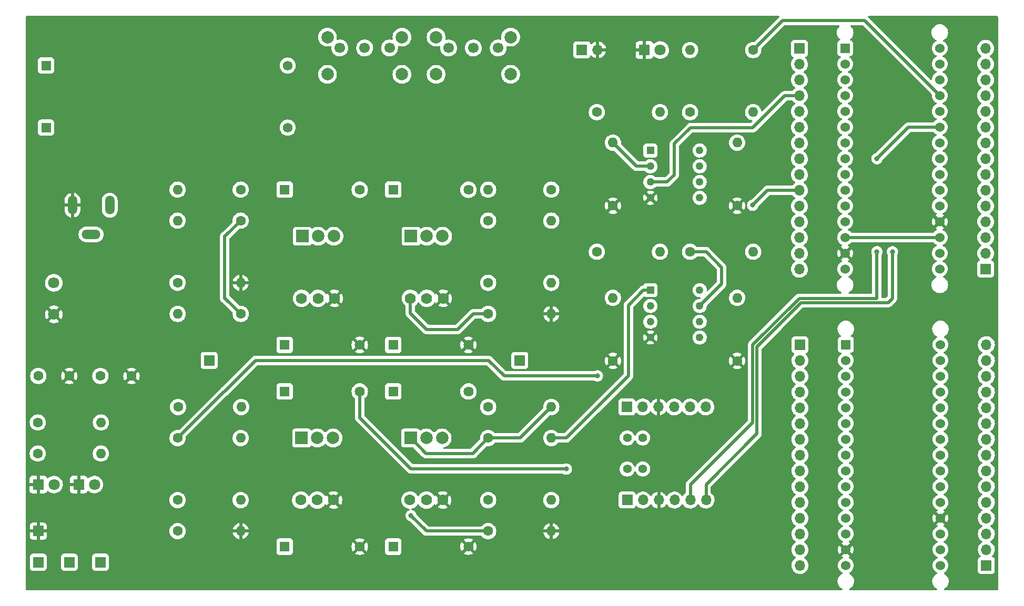
<source format=gbr>
%TF.GenerationSoftware,KiCad,Pcbnew,(6.0.7)*%
%TF.CreationDate,2024-04-02T23:43:12-07:00*%
%TF.ProjectId,PCB_v1,5043425f-7631-42e6-9b69-6361645f7063,rev?*%
%TF.SameCoordinates,Original*%
%TF.FileFunction,Copper,L2,Bot*%
%TF.FilePolarity,Positive*%
%FSLAX46Y46*%
G04 Gerber Fmt 4.6, Leading zero omitted, Abs format (unit mm)*
G04 Created by KiCad (PCBNEW (6.0.7)) date 2024-04-02 23:43:12*
%MOMM*%
%LPD*%
G01*
G04 APERTURE LIST*
%TA.AperFunction,ComponentPad*%
%ADD10C,1.524000*%
%TD*%
%TA.AperFunction,ComponentPad*%
%ADD11R,1.524000X1.524000*%
%TD*%
%TA.AperFunction,ComponentPad*%
%ADD12R,1.700000X1.700000*%
%TD*%
%TA.AperFunction,ComponentPad*%
%ADD13O,1.700000X1.700000*%
%TD*%
%TA.AperFunction,ComponentPad*%
%ADD14C,1.248000*%
%TD*%
%TA.AperFunction,ComponentPad*%
%ADD15R,1.248000X1.248000*%
%TD*%
%TA.AperFunction,ComponentPad*%
%ADD16C,2.000000*%
%TD*%
%TA.AperFunction,ComponentPad*%
%ADD17C,1.700000*%
%TD*%
%TA.AperFunction,ComponentPad*%
%ADD18C,1.600000*%
%TD*%
%TA.AperFunction,ComponentPad*%
%ADD19O,1.600000X1.600000*%
%TD*%
%TA.AperFunction,ComponentPad*%
%ADD20C,1.778000*%
%TD*%
%TA.AperFunction,ComponentPad*%
%ADD21R,2.010000X2.010000*%
%TD*%
%TA.AperFunction,ComponentPad*%
%ADD22C,2.010000*%
%TD*%
%TA.AperFunction,ComponentPad*%
%ADD23O,1.508000X3.016000*%
%TD*%
%TA.AperFunction,ComponentPad*%
%ADD24O,3.016000X1.508000*%
%TD*%
%TA.AperFunction,ComponentPad*%
%ADD25C,1.803400*%
%TD*%
%TA.AperFunction,ComponentPad*%
%ADD26R,1.574800X1.574800*%
%TD*%
%TA.AperFunction,ComponentPad*%
%ADD27C,1.574800*%
%TD*%
%TA.AperFunction,ComponentPad*%
%ADD28R,1.800000X1.800000*%
%TD*%
%TA.AperFunction,ComponentPad*%
%ADD29C,1.800000*%
%TD*%
%TA.AperFunction,ComponentPad*%
%ADD30C,1.625600*%
%TD*%
%TA.AperFunction,ComponentPad*%
%ADD31R,1.625600X1.625600*%
%TD*%
%TA.AperFunction,ComponentPad*%
%ADD32C,1.400000*%
%TD*%
%TA.AperFunction,ViaPad*%
%ADD33C,0.800000*%
%TD*%
%TA.AperFunction,Conductor*%
%ADD34C,0.500000*%
%TD*%
G04 APERTURE END LIST*
D10*
%TO.P,U1,30,D12/MISO*%
%TO.N,Net-(U1-Pad30)*%
X182620000Y-29720000D03*
%TO.P,U1,29,D11/MOSI*%
%TO.N,Net-(U1-Pad29)*%
X182620000Y-32260000D03*
%TO.P,U1,28,D10/PWM*%
%TO.N,Net-(U1-Pad28)*%
X182620000Y-34800000D03*
%TO.P,U1,27,D9/PWM*%
%TO.N,/state*%
X182620000Y-37340000D03*
%TO.P,U1,26,D8*%
%TO.N,/ENC_B2*%
X182620000Y-39880000D03*
%TO.P,U1,25,D7*%
%TO.N,/ENC_A2*%
X182620000Y-42420000D03*
%TO.P,U1,24,D6/PWM*%
%TO.N,Net-(U1-Pad24)*%
X182620000Y-44960000D03*
%TO.P,U1,23,D5/PWM*%
%TO.N,/ENC_B*%
X182620000Y-47500000D03*
%TO.P,U1,22,D4*%
%TO.N,/ENC_A*%
X182620000Y-50040000D03*
%TO.P,U1,21,D3/PWM*%
%TO.N,Net-(U1-Pad21)*%
X182620000Y-52580000D03*
%TO.P,U1,20,D2*%
%TO.N,Net-(U1-Pad20)*%
X182620000Y-55120000D03*
%TO.P,U1,19,GND*%
%TO.N,GND*%
X182620000Y-57660000D03*
%TO.P,U1,18,~{RESET}*%
%TO.N,/18_1*%
X182620000Y-60200000D03*
%TO.P,U1,17,RX*%
%TO.N,/17_1*%
X182620000Y-62740000D03*
%TO.P,U1,16,TX*%
%TO.N,/16_1*%
X182620000Y-65280000D03*
%TO.P,U1,15,VIN*%
%TO.N,+12V*%
X167380000Y-65280000D03*
%TO.P,U1,14,GND*%
%TO.N,GND*%
X167380000Y-62740000D03*
%TO.P,U1,13,~{RESET}*%
%TO.N,/18_1*%
X167380000Y-60200000D03*
%TO.P,U1,12,VUSB*%
%TO.N,/12_1*%
X167380000Y-57660000D03*
%TO.P,U1,11,A7*%
%TO.N,Net-(J5-Pad11)*%
X167380000Y-55120000D03*
%TO.P,U1,10,A6*%
%TO.N,/PWM4_3.3*%
X167380000Y-52580000D03*
%TO.P,U1,9,A5/SCL*%
%TO.N,Net-(J5-Pad9)*%
X167380000Y-50040000D03*
%TO.P,U1,8,A4/SDA*%
%TO.N,/PWM3_3.3*%
X167380000Y-47500000D03*
%TO.P,U1,7,A3*%
%TO.N,Net-(J5-Pad7)*%
X167380000Y-44960000D03*
%TO.P,U1,6,A2*%
%TO.N,/PWM2_3.3*%
X167380000Y-42420000D03*
%TO.P,U1,5,A1*%
%TO.N,Net-(J5-Pad5)*%
X167380000Y-39880000D03*
%TO.P,U1,4,A0/DAC0*%
%TO.N,/PWM1_3.3*%
X167380000Y-37340000D03*
%TO.P,U1,3,AREF*%
%TO.N,Net-(J5-Pad3)*%
X167380000Y-34800000D03*
%TO.P,U1,2,+3V3*%
%TO.N,/Laser_VCC*%
X167380000Y-32260000D03*
D11*
%TO.P,U1,1,D13*%
%TO.N,/1_1*%
X167380000Y-29720000D03*
%TD*%
%TO.P,U2,1,D13*%
%TO.N,/1*%
X167500000Y-77460000D03*
D10*
%TO.P,U2,2,+3V3*%
%TO.N,/2*%
X167500000Y-80000000D03*
%TO.P,U2,3,AREF*%
%TO.N,Net-(U2-Pad3)*%
X167500000Y-82540000D03*
%TO.P,U2,4,A0/DAC0*%
%TO.N,Net-(U2-Pad4)*%
X167500000Y-85080000D03*
%TO.P,U2,5,A1*%
%TO.N,Net-(U2-Pad5)*%
X167500000Y-87620000D03*
%TO.P,U2,6,A2*%
%TO.N,Net-(U2-Pad6)*%
X167500000Y-90160000D03*
%TO.P,U2,7,A3*%
%TO.N,Net-(U2-Pad7)*%
X167500000Y-92700000D03*
%TO.P,U2,8,A4/SDA*%
%TO.N,Net-(U2-Pad8)*%
X167500000Y-95240000D03*
%TO.P,U2,9,A5/SCL*%
%TO.N,Net-(U2-Pad9)*%
X167500000Y-97780000D03*
%TO.P,U2,10,A6*%
%TO.N,Net-(U2-Pad10)*%
X167500000Y-100320000D03*
%TO.P,U2,11,A7*%
%TO.N,Net-(U2-Pad11)*%
X167500000Y-102860000D03*
%TO.P,U2,12,VUSB*%
%TO.N,/12*%
X167500000Y-105400000D03*
%TO.P,U2,13,~{RESET}*%
%TO.N,/18*%
X167500000Y-107940000D03*
%TO.P,U2,14,GND*%
%TO.N,GND*%
X167500000Y-110480000D03*
%TO.P,U2,15,VIN*%
%TO.N,+12V*%
X167500000Y-113020000D03*
%TO.P,U2,16,TX*%
%TO.N,/16*%
X182740000Y-113020000D03*
%TO.P,U2,17,RX*%
%TO.N,/17*%
X182740000Y-110480000D03*
%TO.P,U2,18,~{RESET}*%
%TO.N,/18*%
X182740000Y-107940000D03*
%TO.P,U2,19,GND*%
%TO.N,GND*%
X182740000Y-105400000D03*
%TO.P,U2,20,D2*%
%TO.N,Net-(U2-Pad20)*%
X182740000Y-102860000D03*
%TO.P,U2,21,D3/PWM*%
%TO.N,Net-(U2-Pad21)*%
X182740000Y-100320000D03*
%TO.P,U2,22,D4*%
%TO.N,Net-(U2-Pad22)*%
X182740000Y-97780000D03*
%TO.P,U2,23,D5/PWM*%
%TO.N,Net-(U2-Pad23)*%
X182740000Y-95240000D03*
%TO.P,U2,24,D6/PWM*%
%TO.N,Net-(U2-Pad24)*%
X182740000Y-92700000D03*
%TO.P,U2,25,D7*%
%TO.N,Net-(U2-Pad25)*%
X182740000Y-90160000D03*
%TO.P,U2,26,D8*%
%TO.N,Net-(U2-Pad26)*%
X182740000Y-87620000D03*
%TO.P,U2,27,D9/PWM*%
%TO.N,Net-(U2-Pad27)*%
X182740000Y-85080000D03*
%TO.P,U2,28,D10/PWM*%
%TO.N,Net-(U2-Pad28)*%
X182740000Y-82540000D03*
%TO.P,U2,29,D11/MOSI*%
%TO.N,Net-(U2-Pad29)*%
X182740000Y-80000000D03*
%TO.P,U2,30,D12/MISO*%
%TO.N,Net-(U2-Pad30)*%
X182740000Y-77460000D03*
%TD*%
D12*
%TO.P,Laser,1,Pin_1*%
%TO.N,/Laser_VCC*%
X125000000Y-29960000D03*
D13*
%TO.P,Laser,2,Pin_2*%
%TO.N,GND*%
X127540000Y-29960000D03*
%TD*%
D14*
%TO.P,U4,8,VCC+*%
%TO.N,+12V*%
X143970000Y-68690000D03*
%TO.P,U4,7,OUTPUT2*%
%TO.N,/PWM3*%
X143970000Y-71230000D03*
%TO.P,U4,6,INVERTINGINPUT2*%
%TO.N,Net-(R24-Pad2)*%
X143970000Y-73770000D03*
%TO.P,U4,5,NON-INVERTING_INPUT2*%
%TO.N,/PWM3_3.3*%
X143970000Y-76310000D03*
%TO.P,U4,4,VCC-*%
%TO.N,GND*%
X136030000Y-76310000D03*
%TO.P,U4,3,NON-INVERTING_INPUT1*%
%TO.N,/PWM4_3.3*%
X136030000Y-73770000D03*
%TO.P,U4,2,INVERTINGINPUT1*%
%TO.N,Net-(R20-Pad2)*%
X136030000Y-71230000D03*
D15*
%TO.P,U4,1,OUTPUT1*%
%TO.N,/PWM4*%
X136030000Y-68690000D03*
%TD*%
%TO.P,U3,1,OUTPUT1*%
%TO.N,/PWM1*%
X136030000Y-46190000D03*
D14*
%TO.P,U3,2,INVERTINGINPUT1*%
%TO.N,Net-(R19-Pad2)*%
X136030000Y-48730000D03*
%TO.P,U3,3,NON-INVERTING_INPUT1*%
%TO.N,/PWM1_3.3*%
X136030000Y-51270000D03*
%TO.P,U3,4,VCC-*%
%TO.N,GND*%
X136030000Y-53810000D03*
%TO.P,U3,5,NON-INVERTING_INPUT2*%
%TO.N,/PWM2_3.3*%
X143970000Y-53810000D03*
%TO.P,U3,6,INVERTINGINPUT2*%
%TO.N,Net-(R23-Pad2)*%
X143970000Y-51270000D03*
%TO.P,U3,7,OUTPUT2*%
%TO.N,/PWM2*%
X143970000Y-48730000D03*
%TO.P,U3,8,VCC+*%
%TO.N,+12V*%
X143970000Y-46190000D03*
%TD*%
D12*
%TO.P,2R,1,1*%
%TO.N,Net-(C3-Pad1)*%
X47500000Y-112500000D03*
%TD*%
%TO.P,1R,1,1*%
%TO.N,Net-(C2-Pad1)*%
X115000000Y-80000000D03*
%TD*%
%TO.P,1L,1,1*%
%TO.N,Net-(C2-Pad2)*%
X65000000Y-80000000D03*
%TD*%
%TO.P,2L,1,1*%
%TO.N,Net-(C3-Pad2)*%
X42500000Y-112500000D03*
%TD*%
%TO.P,GND,1,1*%
%TO.N,GND*%
X37500000Y-107500000D03*
%TD*%
%TO.P,PS,1,1*%
%TO.N,+12V*%
X37500000Y-112500000D03*
%TD*%
D16*
%TO.P,SW2,*%
%TO.N,*%
X96042500Y-27917500D03*
X84042500Y-33917500D03*
X84042500Y-27917500D03*
X96042500Y-33917500D03*
D17*
%TO.P,SW2,1,A*%
%TO.N,+12V*%
X86042500Y-29667500D03*
%TO.P,SW2,2,B*%
%TO.N,Net-(F2-Pad2)*%
X90042500Y-29667500D03*
%TO.P,SW2,3,C*%
%TO.N,unconnected-(SW2-Pad3)*%
X94042500Y-29667500D03*
%TD*%
D16*
%TO.P,SW1,*%
%TO.N,*%
X113542500Y-27917500D03*
X101542500Y-33917500D03*
X101542500Y-27917500D03*
X113542500Y-33917500D03*
D17*
%TO.P,SW1,1,A*%
%TO.N,+12V*%
X103542500Y-29667500D03*
%TO.P,SW1,2,B*%
%TO.N,Net-(F1-Pad2)*%
X107542500Y-29667500D03*
%TO.P,SW1,3,C*%
%TO.N,unconnected-(SW1-Pad3)*%
X111542500Y-29667500D03*
%TD*%
D18*
%TO.P,R27,1*%
%TO.N,/state*%
X152580000Y-30000000D03*
D19*
%TO.P,R27,2*%
%TO.N,Net-(D3-Pad2)*%
X142420000Y-30000000D03*
%TD*%
%TO.P,R26,2*%
%TO.N,Net-(R24-Pad2)*%
X150000000Y-69920000D03*
D18*
%TO.P,R26,1*%
%TO.N,GND*%
X150000000Y-80080000D03*
%TD*%
%TO.P,R25,1*%
%TO.N,GND*%
X150000000Y-55080000D03*
D19*
%TO.P,R25,2*%
%TO.N,Net-(R23-Pad2)*%
X150000000Y-44920000D03*
%TD*%
%TO.P,R24,2*%
%TO.N,Net-(R24-Pad2)*%
X152580000Y-62500000D03*
D18*
%TO.P,R24,1*%
%TO.N,/PWM3*%
X142420000Y-62500000D03*
%TD*%
%TO.P,R23,1*%
%TO.N,/PWM2*%
X142420000Y-40000000D03*
D19*
%TO.P,R23,2*%
%TO.N,Net-(R23-Pad2)*%
X152580000Y-40000000D03*
%TD*%
%TO.P,R22,2*%
%TO.N,/PWM4*%
X137580000Y-62500000D03*
D18*
%TO.P,R22,1*%
%TO.N,Net-(R20-Pad2)*%
X127420000Y-62500000D03*
%TD*%
%TO.P,R21,1*%
%TO.N,Net-(R19-Pad2)*%
X127420000Y-40000000D03*
D19*
%TO.P,R21,2*%
%TO.N,/PWM1*%
X137580000Y-40000000D03*
%TD*%
%TO.P,R20,2*%
%TO.N,Net-(R20-Pad2)*%
X130000000Y-69920000D03*
D18*
%TO.P,R20,1*%
%TO.N,GND*%
X130000000Y-80080000D03*
%TD*%
%TO.P,R19,1*%
%TO.N,GND*%
X130000000Y-55080000D03*
D19*
%TO.P,R19,2*%
%TO.N,Net-(R19-Pad2)*%
X130000000Y-44920000D03*
%TD*%
%TO.P,R18,2*%
%TO.N,Net-(D2-Pad2)*%
X47580000Y-90000000D03*
D18*
%TO.P,R18,1*%
%TO.N,+12V*%
X37420000Y-90000000D03*
%TD*%
%TO.P,R17,1*%
%TO.N,Net-(Q8-Pad1)*%
X109920000Y-102500000D03*
D19*
%TO.P,R17,2*%
%TO.N,/PWM4*%
X120080000Y-102500000D03*
%TD*%
%TO.P,R16,2*%
%TO.N,/PWM4*%
X120080000Y-92500000D03*
D18*
%TO.P,R16,1*%
%TO.N,Net-(Q7-Pad1)*%
X109920000Y-92500000D03*
%TD*%
D19*
%TO.P,R15,2*%
%TO.N,/PWM2*%
X120080000Y-67500000D03*
D18*
%TO.P,R15,1*%
%TO.N,Net-(Q6-Pad1)*%
X109920000Y-67500000D03*
%TD*%
D19*
%TO.P,R14,2*%
%TO.N,/PWM2*%
X120080000Y-57500000D03*
D18*
%TO.P,R14,1*%
%TO.N,Net-(Q5-Pad1)*%
X109920000Y-57500000D03*
%TD*%
%TO.P,R13,1*%
%TO.N,/PWM3*%
X59920000Y-102500000D03*
D19*
%TO.P,R13,2*%
%TO.N,Net-(Q4-Pad1)*%
X70080000Y-102500000D03*
%TD*%
D18*
%TO.P,R12,1*%
%TO.N,/PWM3*%
X59920000Y-92500000D03*
D19*
%TO.P,R12,2*%
%TO.N,Net-(Q3-Pad1)*%
X70080000Y-92500000D03*
%TD*%
D18*
%TO.P,R11,1*%
%TO.N,/PWM1*%
X70100000Y-72500000D03*
D19*
%TO.P,R11,2*%
%TO.N,Net-(Q2-Pad1)*%
X59940000Y-72500000D03*
%TD*%
%TO.P,R10,2*%
%TO.N,Net-(Q1-Pad1)*%
X59910000Y-57500000D03*
D18*
%TO.P,R10,1*%
%TO.N,/PWM1*%
X70070000Y-57500000D03*
%TD*%
%TO.P,R9,1*%
%TO.N,Net-(Q8-Pad1)*%
X109920000Y-107500000D03*
D19*
%TO.P,R9,2*%
%TO.N,GND*%
X120080000Y-107500000D03*
%TD*%
%TO.P,R8,2*%
%TO.N,Net-(Q7-Pad1)*%
X120080000Y-87500000D03*
D18*
%TO.P,R8,1*%
%TO.N,+12V*%
X109920000Y-87500000D03*
%TD*%
%TO.P,R7,1*%
%TO.N,Net-(Q6-Pad1)*%
X109920000Y-72500000D03*
D19*
%TO.P,R7,2*%
%TO.N,GND*%
X120080000Y-72500000D03*
%TD*%
%TO.P,R6,2*%
%TO.N,Net-(Q5-Pad1)*%
X109920000Y-52500000D03*
D18*
%TO.P,R6,1*%
%TO.N,+12V*%
X120080000Y-52500000D03*
%TD*%
%TO.P,R5,1*%
%TO.N,Net-(Q4-Pad1)*%
X59920000Y-107500000D03*
D19*
%TO.P,R5,2*%
%TO.N,GND*%
X70080000Y-107500000D03*
%TD*%
D18*
%TO.P,R4,1*%
%TO.N,+12V*%
X60000000Y-87500000D03*
D19*
%TO.P,R4,2*%
%TO.N,Net-(Q3-Pad1)*%
X70160000Y-87500000D03*
%TD*%
D18*
%TO.P,R3,1*%
%TO.N,Net-(Q2-Pad1)*%
X59920000Y-67500000D03*
D19*
%TO.P,R3,2*%
%TO.N,GND*%
X70080000Y-67500000D03*
%TD*%
%TO.P,R2,2*%
%TO.N,Net-(Q1-Pad1)*%
X59920000Y-52500000D03*
D18*
%TO.P,R2,1*%
%TO.N,+12V*%
X70080000Y-52500000D03*
%TD*%
D19*
%TO.P,R1,2*%
%TO.N,Net-(D1-Pad2)*%
X47580000Y-95000000D03*
D18*
%TO.P,R1,1*%
%TO.N,+12V*%
X37420000Y-95000000D03*
%TD*%
D20*
%TO.P,Q8,1,G*%
%TO.N,Net-(Q8-Pad1)*%
X97320000Y-102500000D03*
%TO.P,Q8,2,D*%
%TO.N,Net-(C3-Pad1)*%
X99960000Y-102500000D03*
%TO.P,Q8,3,S*%
%TO.N,GND*%
X102599999Y-102500000D03*
%TD*%
D21*
%TO.P,Q7,1,G*%
%TO.N,Net-(Q7-Pad1)*%
X97420000Y-92500000D03*
D22*
%TO.P,Q7,2,D*%
%TO.N,Net-(C3-Pad1)*%
X99960000Y-92500000D03*
%TO.P,Q7,3,S*%
%TO.N,+12V*%
X102500000Y-92500000D03*
%TD*%
D20*
%TO.P,Q6,1,G*%
%TO.N,Net-(Q6-Pad1)*%
X97400000Y-70000000D03*
%TO.P,Q6,2,D*%
%TO.N,Net-(C2-Pad1)*%
X100040000Y-70000000D03*
%TO.P,Q6,3,S*%
%TO.N,GND*%
X102679999Y-70000000D03*
%TD*%
D21*
%TO.P,Q5,1,G*%
%TO.N,Net-(Q5-Pad1)*%
X97500000Y-60000000D03*
D22*
%TO.P,Q5,2,D*%
%TO.N,Net-(C2-Pad1)*%
X100040000Y-60000000D03*
%TO.P,Q5,3,S*%
%TO.N,+12V*%
X102580000Y-60000000D03*
%TD*%
D20*
%TO.P,Q4,1,G*%
%TO.N,Net-(Q4-Pad1)*%
X79750000Y-102500000D03*
%TO.P,Q4,2,D*%
%TO.N,Net-(C3-Pad2)*%
X82390000Y-102500000D03*
%TO.P,Q4,3,S*%
%TO.N,GND*%
X85029999Y-102500000D03*
%TD*%
D21*
%TO.P,Q3,1,G*%
%TO.N,Net-(Q3-Pad1)*%
X79880000Y-92500000D03*
D22*
%TO.P,Q3,2,D*%
%TO.N,Net-(C3-Pad2)*%
X82420000Y-92500000D03*
%TO.P,Q3,3,S*%
%TO.N,+12V*%
X84960000Y-92500000D03*
%TD*%
D20*
%TO.P,Q2,1,G*%
%TO.N,Net-(Q2-Pad1)*%
X79880000Y-70000000D03*
%TO.P,Q2,2,D*%
%TO.N,Net-(C2-Pad2)*%
X82520000Y-70000000D03*
%TO.P,Q2,3,S*%
%TO.N,GND*%
X85159999Y-70000000D03*
%TD*%
D21*
%TO.P,Q1,1,G*%
%TO.N,Net-(Q1-Pad1)*%
X80000000Y-60000000D03*
D22*
%TO.P,Q1,2,D*%
%TO.N,Net-(C2-Pad2)*%
X82540000Y-60000000D03*
%TO.P,Q1,3,S*%
%TO.N,+12V*%
X85080000Y-60000000D03*
%TD*%
D13*
%TO.P,J8,15,Pin_15*%
%TO.N,Net-(U1-Pad30)*%
X190000000Y-29720000D03*
%TO.P,J8,14,Pin_14*%
%TO.N,Net-(U1-Pad29)*%
X190000000Y-32260000D03*
%TO.P,J8,13,Pin_13*%
%TO.N,Net-(U1-Pad28)*%
X190000000Y-34800000D03*
%TO.P,J8,12,Pin_12*%
%TO.N,/state*%
X190000000Y-37340000D03*
%TO.P,J8,11,Pin_11*%
%TO.N,/ENC_B2*%
X190000000Y-39880000D03*
%TO.P,J8,10,Pin_10*%
%TO.N,/ENC_A2*%
X190000000Y-42420000D03*
%TO.P,J8,9,Pin_9*%
%TO.N,Net-(U1-Pad24)*%
X190000000Y-44960000D03*
%TO.P,J8,8,Pin_8*%
%TO.N,/ENC_B*%
X190000000Y-47500000D03*
%TO.P,J8,7,Pin_7*%
%TO.N,/ENC_A*%
X190000000Y-50040000D03*
%TO.P,J8,6,Pin_6*%
%TO.N,Net-(U1-Pad21)*%
X190000000Y-52580000D03*
%TO.P,J8,5,Pin_5*%
%TO.N,Net-(U1-Pad20)*%
X190000000Y-55120000D03*
%TO.P,J8,4,Pin_4*%
%TO.N,unconnected-(J8-Pad4)*%
X190000000Y-57660000D03*
%TO.P,J8,3,Pin_3*%
%TO.N,/18_1*%
X190000000Y-60200000D03*
%TO.P,J8,2,Pin_2*%
%TO.N,/17_1*%
X190000000Y-62740000D03*
D12*
%TO.P,J8,1,Pin_1*%
%TO.N,/16_1*%
X190000000Y-65280000D03*
%TD*%
%TO.P,J7,1,Pin_1*%
%TO.N,/16*%
X190120000Y-113020000D03*
D13*
%TO.P,J7,2,Pin_2*%
%TO.N,/17*%
X190120000Y-110480000D03*
%TO.P,J7,3,Pin_3*%
%TO.N,/18*%
X190120000Y-107940000D03*
%TO.P,J7,4,Pin_4*%
%TO.N,unconnected-(J7-Pad4)*%
X190120000Y-105400000D03*
%TO.P,J7,5,Pin_5*%
%TO.N,Net-(U2-Pad20)*%
X190120000Y-102860000D03*
%TO.P,J7,6,Pin_6*%
%TO.N,Net-(U2-Pad21)*%
X190120000Y-100320000D03*
%TO.P,J7,7,Pin_7*%
%TO.N,Net-(U2-Pad22)*%
X190120000Y-97780000D03*
%TO.P,J7,8,Pin_8*%
%TO.N,Net-(U2-Pad23)*%
X190120000Y-95240000D03*
%TO.P,J7,9,Pin_9*%
%TO.N,Net-(U2-Pad24)*%
X190120000Y-92700000D03*
%TO.P,J7,10,Pin_10*%
%TO.N,Net-(U2-Pad25)*%
X190120000Y-90160000D03*
%TO.P,J7,11,Pin_11*%
%TO.N,Net-(U2-Pad26)*%
X190120000Y-87620000D03*
%TO.P,J7,12,Pin_12*%
%TO.N,Net-(U2-Pad27)*%
X190120000Y-85080000D03*
%TO.P,J7,13,Pin_13*%
%TO.N,Net-(U2-Pad28)*%
X190120000Y-82540000D03*
%TO.P,J7,14,Pin_14*%
%TO.N,Net-(U2-Pad29)*%
X190120000Y-80000000D03*
%TO.P,J7,15,Pin_15*%
%TO.N,Net-(U2-Pad30)*%
X190120000Y-77460000D03*
%TD*%
D12*
%TO.P,J6,1,Pin_1*%
%TO.N,/1*%
X160120000Y-77490000D03*
D13*
%TO.P,J6,2,Pin_2*%
%TO.N,/2*%
X160120000Y-80030000D03*
%TO.P,J6,3,Pin_3*%
%TO.N,Net-(U2-Pad3)*%
X160120000Y-82570000D03*
%TO.P,J6,4,Pin_4*%
%TO.N,Net-(U2-Pad4)*%
X160120000Y-85110000D03*
%TO.P,J6,5,Pin_5*%
%TO.N,Net-(U2-Pad5)*%
X160120000Y-87650000D03*
%TO.P,J6,6,Pin_6*%
%TO.N,Net-(U2-Pad6)*%
X160120000Y-90190000D03*
%TO.P,J6,7,Pin_7*%
%TO.N,Net-(U2-Pad7)*%
X160120000Y-92730000D03*
%TO.P,J6,8,Pin_8*%
%TO.N,Net-(U2-Pad8)*%
X160120000Y-95270000D03*
%TO.P,J6,9,Pin_9*%
%TO.N,Net-(U2-Pad9)*%
X160120000Y-97810000D03*
%TO.P,J6,10,Pin_10*%
%TO.N,Net-(U2-Pad10)*%
X160120000Y-100350000D03*
%TO.P,J6,11,Pin_11*%
%TO.N,Net-(U2-Pad11)*%
X160120000Y-102890000D03*
%TO.P,J6,12,Pin_12*%
%TO.N,/12*%
X160120000Y-105430000D03*
%TO.P,J6,13,Pin_13*%
%TO.N,unconnected-(J6-Pad13)*%
X160120000Y-107970000D03*
%TO.P,J6,14,Pin_14*%
%TO.N,unconnected-(J6-Pad14)*%
X160120000Y-110510000D03*
%TO.P,J6,15,Pin_15*%
%TO.N,unconnected-(J6-Pad15)*%
X160120000Y-113050000D03*
%TD*%
%TO.P,J5,15,Pin_15*%
%TO.N,unconnected-(J5-Pad15)*%
X160025000Y-65310000D03*
%TO.P,J5,14,Pin_14*%
%TO.N,unconnected-(J5-Pad14)*%
X160025000Y-62770000D03*
%TO.P,J5,13,Pin_13*%
%TO.N,unconnected-(J5-Pad13)*%
X160025000Y-60230000D03*
%TO.P,J5,12,Pin_12*%
%TO.N,/12_1*%
X160025000Y-57690000D03*
%TO.P,J5,11,Pin_11*%
%TO.N,Net-(J5-Pad11)*%
X160025000Y-55150000D03*
%TO.P,J5,10,Pin_10*%
%TO.N,/PWM4_3.3*%
X160025000Y-52610000D03*
%TO.P,J5,9,Pin_9*%
%TO.N,Net-(J5-Pad9)*%
X160025000Y-50070000D03*
%TO.P,J5,8,Pin_8*%
%TO.N,/PWM3_3.3*%
X160025000Y-47530000D03*
%TO.P,J5,7,Pin_7*%
%TO.N,Net-(J5-Pad7)*%
X160025000Y-44990000D03*
%TO.P,J5,6,Pin_6*%
%TO.N,/PWM2_3.3*%
X160025000Y-42450000D03*
%TO.P,J5,5,Pin_5*%
%TO.N,Net-(J5-Pad5)*%
X160025000Y-39910000D03*
%TO.P,J5,4,Pin_4*%
%TO.N,/PWM1_3.3*%
X160025000Y-37370000D03*
%TO.P,J5,3,Pin_3*%
%TO.N,Net-(J5-Pad3)*%
X160025000Y-34830000D03*
%TO.P,J5,2,Pin_2*%
%TO.N,/Laser_VCC*%
X160025000Y-32290000D03*
D12*
%TO.P,J5,1,Pin_1*%
%TO.N,/1_1*%
X160025000Y-29750000D03*
%TD*%
D23*
%TO.P,J4,1*%
%TO.N,Net-(F2-Pad1)*%
X49000000Y-55000000D03*
%TO.P,J4,2*%
%TO.N,GND*%
X43000000Y-55000000D03*
D24*
%TO.P,J4,3*%
%TO.N,unconnected-(J4-Pad3)*%
X46000000Y-59700000D03*
%TD*%
D12*
%TO.P,LowerBridge,1,Pin_1*%
%TO.N,Net-(C3-Pad2)*%
X132300000Y-102500000D03*
D13*
%TO.P,LowerBridge,2,Pin_2*%
%TO.N,Net-(C3-Pad1)*%
X134840000Y-102500000D03*
%TO.P,LowerBridge,3,Pin_3*%
%TO.N,GND*%
X137380000Y-102500000D03*
%TO.P,LowerBridge,4,Pin_4*%
%TO.N,+12V*%
X139920000Y-102500000D03*
%TO.P,LowerBridge,5,Pin_5*%
%TO.N,/ENC_A2*%
X142460000Y-102500000D03*
%TO.P,LowerBridge,6,Pin_6*%
%TO.N,/ENC_B2*%
X145000000Y-102500000D03*
%TD*%
D12*
%TO.P,UpperBridge,1,Pin_1*%
%TO.N,Net-(C2-Pad2)*%
X132260000Y-87500000D03*
D13*
%TO.P,UpperBridge,2,Pin_2*%
%TO.N,Net-(C2-Pad1)*%
X134800000Y-87500000D03*
%TO.P,UpperBridge,3,Pin_3*%
%TO.N,GND*%
X137340000Y-87500000D03*
%TO.P,UpperBridge,4,Pin_4*%
%TO.N,+12V*%
X139880000Y-87500000D03*
%TO.P,UpperBridge,5,Pin_5*%
%TO.N,/ENC_A*%
X142420000Y-87500000D03*
%TO.P,UpperBridge,6,Pin_6*%
%TO.N,/ENC_B*%
X144960000Y-87500000D03*
%TD*%
D25*
%TO.P,J1,1,1*%
%TO.N,Net-(F1-Pad1)*%
X40000000Y-67500000D03*
%TO.P,J1,2,2*%
%TO.N,GND*%
X40000000Y-72580000D03*
%TD*%
D26*
%TO.P,F2,1*%
%TO.N,Net-(F2-Pad1)*%
X38754800Y-32500000D03*
D27*
%TO.P,F2,2*%
%TO.N,Net-(F2-Pad2)*%
X77642200Y-32500000D03*
%TD*%
D26*
%TO.P,F1,1*%
%TO.N,Net-(F1-Pad1)*%
X38754800Y-42500000D03*
D27*
%TO.P,F1,2*%
%TO.N,Net-(F1-Pad2)*%
X77642200Y-42500000D03*
%TD*%
D28*
%TO.P,D3,1,K*%
%TO.N,GND*%
X135080000Y-30000000D03*
D29*
%TO.P,D3,2,A*%
%TO.N,Net-(D3-Pad2)*%
X137620000Y-30000000D03*
%TD*%
%TO.P,D2,2,A*%
%TO.N,Net-(D2-Pad2)*%
X46540000Y-100000000D03*
D28*
%TO.P,D2,1,K*%
%TO.N,GND*%
X44000000Y-100000000D03*
%TD*%
D29*
%TO.P,D1,2,A*%
%TO.N,Net-(D1-Pad2)*%
X40040000Y-100000000D03*
D28*
%TO.P,D1,1,K*%
%TO.N,GND*%
X37500000Y-100000000D03*
%TD*%
D30*
%TO.P,CR8,2,ANODE*%
%TO.N,Net-(C3-Pad1)*%
X106743700Y-85000000D03*
D31*
%TO.P,CR8,1,CATHODE*%
%TO.N,+12V*%
X94653300Y-85000000D03*
%TD*%
%TO.P,CR7,1,CATHODE*%
%TO.N,Net-(C3-Pad1)*%
X94653300Y-110000000D03*
D30*
%TO.P,CR7,2,ANODE*%
%TO.N,GND*%
X106743700Y-110000000D03*
%TD*%
%TO.P,CR6,2,ANODE*%
%TO.N,GND*%
X106743700Y-77500000D03*
D31*
%TO.P,CR6,1,CATHODE*%
%TO.N,Net-(C2-Pad1)*%
X94653300Y-77500000D03*
%TD*%
%TO.P,CR5,1,CATHODE*%
%TO.N,+12V*%
X94653300Y-52500000D03*
D30*
%TO.P,CR5,2,ANODE*%
%TO.N,Net-(C2-Pad1)*%
X106743700Y-52500000D03*
%TD*%
D31*
%TO.P,CR4,1,CATHODE*%
%TO.N,Net-(C3-Pad2)*%
X77153300Y-110000000D03*
D30*
%TO.P,CR4,2,ANODE*%
%TO.N,GND*%
X89243700Y-110000000D03*
%TD*%
D31*
%TO.P,CR3,1,CATHODE*%
%TO.N,+12V*%
X77153300Y-85000000D03*
D30*
%TO.P,CR3,2,ANODE*%
%TO.N,Net-(C3-Pad2)*%
X89243700Y-85000000D03*
%TD*%
%TO.P,CR2,2,ANODE*%
%TO.N,GND*%
X89243700Y-77500000D03*
D31*
%TO.P,CR2,1,CATHODE*%
%TO.N,Net-(C2-Pad2)*%
X77153300Y-77500000D03*
%TD*%
D30*
%TO.P,CR1,2,ANODE*%
%TO.N,Net-(C2-Pad2)*%
X89243700Y-52500000D03*
D31*
%TO.P,CR1,1,CATHODE*%
%TO.N,+12V*%
X77153300Y-52500000D03*
%TD*%
D18*
%TO.P,C4,1*%
%TO.N,+12V*%
X37500000Y-82500000D03*
%TO.P,C4,2*%
%TO.N,GND*%
X42500000Y-82500000D03*
%TD*%
D32*
%TO.P,C3,1*%
%TO.N,Net-(C3-Pad1)*%
X134800000Y-97500000D03*
%TO.P,C3,2*%
%TO.N,Net-(C3-Pad2)*%
X132300000Y-97500000D03*
%TD*%
%TO.P,C2,1*%
%TO.N,Net-(C2-Pad1)*%
X134800000Y-92500000D03*
%TO.P,C2,2*%
%TO.N,Net-(C2-Pad2)*%
X132300000Y-92500000D03*
%TD*%
D18*
%TO.P,C1,1*%
%TO.N,+12V*%
X47500000Y-82500000D03*
%TO.P,C1,2*%
%TO.N,GND*%
X52500000Y-82500000D03*
%TD*%
D33*
%TO.N,/PWM3*%
X127500000Y-82500000D03*
%TO.N,/PWM4_3.3*%
X152500000Y-55000000D03*
%TO.N,/ENC_A2*%
X172500000Y-47500000D03*
X172500000Y-62500000D03*
%TO.N,/ENC_B2*%
X175000000Y-62500000D03*
%TO.N,Net-(C3-Pad2)*%
X122500000Y-97500000D03*
%TO.N,Net-(Q8-Pad1)*%
X97500000Y-105000000D03*
%TD*%
D34*
%TO.N,/state*%
X170530000Y-25250000D02*
X182620000Y-37340000D01*
X157330000Y-25250000D02*
X170530000Y-25250000D01*
X152580000Y-30000000D02*
X157330000Y-25250000D01*
%TO.N,/PWM3*%
X112500000Y-82500000D02*
X127500000Y-82500000D01*
X110000000Y-80000000D02*
X112500000Y-82500000D01*
X72500000Y-80000000D02*
X110000000Y-80000000D01*
X67500000Y-85000000D02*
X72500000Y-80000000D01*
X67420000Y-85000000D02*
X67500000Y-85000000D01*
X59920000Y-92500000D02*
X67420000Y-85000000D01*
X147500000Y-67700000D02*
X143970000Y-71230000D01*
X147500000Y-65000000D02*
X147500000Y-67700000D01*
X145000000Y-62500000D02*
X147500000Y-65000000D01*
X142420000Y-62500000D02*
X145000000Y-62500000D01*
%TO.N,/PWM4_3.3*%
X154890000Y-52610000D02*
X160025000Y-52610000D01*
X152500000Y-55000000D02*
X154890000Y-52610000D01*
%TO.N,/PWM4*%
X134906000Y-68690000D02*
X136030000Y-68690000D01*
X132500000Y-82500000D02*
X132500000Y-71096000D01*
X122500000Y-92500000D02*
X132500000Y-82500000D01*
X132500000Y-71096000D02*
X134906000Y-68690000D01*
X120080000Y-92500000D02*
X122500000Y-92500000D01*
%TO.N,Net-(R19-Pad2)*%
X133810000Y-48730000D02*
X130000000Y-44920000D01*
X136030000Y-48730000D02*
X133810000Y-48730000D01*
%TO.N,/PWM1_3.3*%
X152500000Y-42500000D02*
X157630000Y-37370000D01*
X139900000Y-50100000D02*
X139900000Y-45100000D01*
X139900000Y-45100000D02*
X142500000Y-42500000D01*
X142500000Y-42500000D02*
X152500000Y-42500000D01*
X138730000Y-51270000D02*
X139900000Y-50100000D01*
X136030000Y-51270000D02*
X138730000Y-51270000D01*
X157630000Y-37370000D02*
X160025000Y-37370000D01*
%TO.N,/ENC_B2*%
X175000000Y-70000000D02*
X175000000Y-62500000D01*
X174300000Y-70700000D02*
X175000000Y-70000000D01*
X153200000Y-91800000D02*
X153200000Y-77789950D01*
X160289950Y-70700000D02*
X174300000Y-70700000D01*
X145000000Y-100000000D02*
X153200000Y-91800000D01*
X145000000Y-102500000D02*
X145000000Y-100000000D01*
X153200000Y-77789950D02*
X160289950Y-70700000D01*
%TO.N,/ENC_A2*%
X172500000Y-70000000D02*
X172500000Y-62500000D01*
X152500000Y-90000000D02*
X152500000Y-77500000D01*
X142460000Y-100040000D02*
X152500000Y-90000000D01*
X142460000Y-102500000D02*
X142460000Y-100040000D01*
X152500000Y-77500000D02*
X160000000Y-70000000D01*
X160000000Y-70000000D02*
X172500000Y-70000000D01*
X177580000Y-42420000D02*
X182620000Y-42420000D01*
X172500000Y-47500000D02*
X177580000Y-42420000D01*
%TO.N,/18_1*%
X167380000Y-60200000D02*
X182620000Y-60200000D01*
%TO.N,Net-(Q7-Pad1)*%
X115080000Y-92500000D02*
X120080000Y-87500000D01*
X109920000Y-92500000D02*
X115080000Y-92500000D01*
%TO.N,Net-(C3-Pad2)*%
X122500000Y-97500000D02*
X97500000Y-97500000D01*
X97500000Y-97500000D02*
X89243700Y-89243700D01*
X89243700Y-89243700D02*
X89243700Y-85000000D01*
%TO.N,Net-(Q6-Pad1)*%
X107500000Y-72500000D02*
X109920000Y-72500000D01*
X105000000Y-75000000D02*
X107500000Y-72500000D01*
X100000000Y-75000000D02*
X105000000Y-75000000D01*
X97400000Y-72400000D02*
X100000000Y-75000000D01*
X97400000Y-70000000D02*
X97400000Y-72400000D01*
%TO.N,/PWM1*%
X67600000Y-70000000D02*
X70100000Y-72500000D01*
X67500000Y-70000000D02*
X67600000Y-70000000D01*
X67500000Y-60000000D02*
X67500000Y-70000000D01*
X67570000Y-60000000D02*
X67500000Y-60000000D01*
X70070000Y-57500000D02*
X67570000Y-60000000D01*
%TO.N,Net-(Q7-Pad1)*%
X99920000Y-95000000D02*
X97420000Y-92500000D01*
X107500000Y-95000000D02*
X99920000Y-95000000D01*
X107500000Y-94920000D02*
X107500000Y-95000000D01*
X109920000Y-92500000D02*
X107500000Y-94920000D01*
%TO.N,Net-(Q8-Pad1)*%
X100000000Y-107500000D02*
X109920000Y-107500000D01*
X97500000Y-105000000D02*
X100000000Y-107500000D01*
%TD*%
%TA.AperFunction,Conductor*%
%TO.N,GND*%
G36*
X156762750Y-24528502D02*
G01*
X156809243Y-24582158D01*
X156819347Y-24652432D01*
X156789853Y-24717012D01*
X156783724Y-24723595D01*
X152842990Y-28664329D01*
X152780678Y-28698355D01*
X152742913Y-28700755D01*
X152585475Y-28686981D01*
X152580000Y-28686502D01*
X152351913Y-28706457D01*
X152346600Y-28707881D01*
X152346598Y-28707881D01*
X152136067Y-28764293D01*
X152136065Y-28764294D01*
X152130757Y-28765716D01*
X152125776Y-28768039D01*
X152125775Y-28768039D01*
X151928238Y-28860151D01*
X151928233Y-28860154D01*
X151923251Y-28862477D01*
X151869350Y-28900219D01*
X151740211Y-28990643D01*
X151740208Y-28990645D01*
X151735700Y-28993802D01*
X151573802Y-29155700D01*
X151442477Y-29343251D01*
X151440154Y-29348233D01*
X151440151Y-29348238D01*
X151350827Y-29539797D01*
X151345716Y-29550757D01*
X151344294Y-29556065D01*
X151344293Y-29556067D01*
X151294972Y-29740135D01*
X151286457Y-29771913D01*
X151266502Y-30000000D01*
X151286457Y-30228087D01*
X151287881Y-30233400D01*
X151287881Y-30233402D01*
X151321181Y-30357676D01*
X151345716Y-30449243D01*
X151348039Y-30454224D01*
X151348039Y-30454225D01*
X151440151Y-30651762D01*
X151440154Y-30651767D01*
X151442477Y-30656749D01*
X151476283Y-30705029D01*
X151569599Y-30838297D01*
X151573802Y-30844300D01*
X151735700Y-31006198D01*
X151740208Y-31009355D01*
X151740211Y-31009357D01*
X151803635Y-31053767D01*
X151923251Y-31137523D01*
X151928233Y-31139846D01*
X151928238Y-31139849D01*
X152099509Y-31219713D01*
X152130757Y-31234284D01*
X152136065Y-31235706D01*
X152136067Y-31235707D01*
X152346598Y-31292119D01*
X152346600Y-31292119D01*
X152351913Y-31293543D01*
X152580000Y-31313498D01*
X152808087Y-31293543D01*
X152813400Y-31292119D01*
X152813402Y-31292119D01*
X153023933Y-31235707D01*
X153023935Y-31235706D01*
X153029243Y-31234284D01*
X153060491Y-31219713D01*
X153231762Y-31139849D01*
X153231767Y-31139846D01*
X153236749Y-31137523D01*
X153356365Y-31053767D01*
X153419789Y-31009357D01*
X153419792Y-31009355D01*
X153424300Y-31006198D01*
X153586198Y-30844300D01*
X153590402Y-30838297D01*
X153683717Y-30705029D01*
X153717523Y-30656749D01*
X153719846Y-30651767D01*
X153719849Y-30651762D01*
X153811961Y-30454225D01*
X153811961Y-30454224D01*
X153814284Y-30449243D01*
X153838820Y-30357676D01*
X153872119Y-30233402D01*
X153872119Y-30233400D01*
X153873543Y-30228087D01*
X153893498Y-30000000D01*
X153889162Y-29950439D01*
X153879245Y-29837087D01*
X153893234Y-29767482D01*
X153915671Y-29737010D01*
X157607276Y-26045405D01*
X157669588Y-26011379D01*
X157696371Y-26008500D01*
X166360749Y-26008500D01*
X166428870Y-26028502D01*
X166475363Y-26082158D01*
X166485467Y-26152432D01*
X166455973Y-26217012D01*
X166449844Y-26223595D01*
X166354193Y-26319246D01*
X166351036Y-26323754D01*
X166351034Y-26323757D01*
X166241429Y-26480289D01*
X166220309Y-26510452D01*
X166217986Y-26515434D01*
X166217983Y-26515439D01*
X166123984Y-26717020D01*
X166121661Y-26722002D01*
X166061248Y-26947468D01*
X166040904Y-27180000D01*
X166061248Y-27412532D01*
X166062672Y-27417845D01*
X166062672Y-27417847D01*
X166072552Y-27454718D01*
X166121661Y-27637998D01*
X166123983Y-27642978D01*
X166123984Y-27642980D01*
X166217983Y-27844561D01*
X166217986Y-27844566D01*
X166220309Y-27849548D01*
X166223465Y-27854055D01*
X166223466Y-27854057D01*
X166271342Y-27922430D01*
X166354193Y-28040754D01*
X166519246Y-28205807D01*
X166523754Y-28208964D01*
X166523757Y-28208966D01*
X166554611Y-28230570D01*
X166598939Y-28286027D01*
X166606248Y-28356647D01*
X166574217Y-28420007D01*
X166512595Y-28455722D01*
X166507684Y-28456255D01*
X166500291Y-28459027D01*
X166500289Y-28459027D01*
X166428251Y-28486033D01*
X166371295Y-28507385D01*
X166254739Y-28594739D01*
X166167385Y-28711295D01*
X166116255Y-28847684D01*
X166109500Y-28909866D01*
X166109500Y-30530134D01*
X166116255Y-30592316D01*
X166167385Y-30728705D01*
X166254739Y-30845261D01*
X166371295Y-30932615D01*
X166507684Y-30983745D01*
X166569866Y-30990500D01*
X166578364Y-30990500D01*
X166646485Y-31010502D01*
X166692978Y-31064158D01*
X166703082Y-31134432D01*
X166673588Y-31199012D01*
X166650635Y-31219713D01*
X166564730Y-31279864D01*
X166564727Y-31279866D01*
X166560219Y-31283023D01*
X166403023Y-31440219D01*
X166399866Y-31444727D01*
X166399864Y-31444730D01*
X166282460Y-31612401D01*
X166275512Y-31622324D01*
X166273189Y-31627306D01*
X166273186Y-31627311D01*
X166183883Y-31818822D01*
X166181560Y-31823804D01*
X166124022Y-32038537D01*
X166104647Y-32260000D01*
X166124022Y-32481463D01*
X166125446Y-32486776D01*
X166175191Y-32672425D01*
X166181560Y-32696196D01*
X166183882Y-32701177D01*
X166183883Y-32701178D01*
X166273186Y-32892689D01*
X166273189Y-32892694D01*
X166275512Y-32897676D01*
X166278668Y-32902183D01*
X166278669Y-32902185D01*
X166389655Y-33060689D01*
X166403023Y-33079781D01*
X166560219Y-33236977D01*
X166564727Y-33240134D01*
X166564730Y-33240136D01*
X166593143Y-33260031D01*
X166742323Y-33364488D01*
X166747305Y-33366811D01*
X166747310Y-33366814D01*
X166852373Y-33415805D01*
X166905658Y-33462722D01*
X166925119Y-33530999D01*
X166904577Y-33598959D01*
X166852373Y-33644195D01*
X166747311Y-33693186D01*
X166747306Y-33693189D01*
X166742324Y-33695512D01*
X166737817Y-33698668D01*
X166737815Y-33698669D01*
X166564730Y-33819864D01*
X166564727Y-33819866D01*
X166560219Y-33823023D01*
X166403023Y-33980219D01*
X166399866Y-33984727D01*
X166399864Y-33984730D01*
X166282460Y-34152401D01*
X166275512Y-34162324D01*
X166273189Y-34167306D01*
X166273186Y-34167311D01*
X166183883Y-34358822D01*
X166181560Y-34363804D01*
X166124022Y-34578537D01*
X166104647Y-34800000D01*
X166124022Y-35021463D01*
X166125446Y-35026776D01*
X166175191Y-35212425D01*
X166181560Y-35236196D01*
X166183882Y-35241177D01*
X166183883Y-35241178D01*
X166273186Y-35432689D01*
X166273189Y-35432694D01*
X166275512Y-35437676D01*
X166278668Y-35442183D01*
X166278669Y-35442185D01*
X166389655Y-35600689D01*
X166403023Y-35619781D01*
X166560219Y-35776977D01*
X166564727Y-35780134D01*
X166564730Y-35780136D01*
X166593143Y-35800031D01*
X166742323Y-35904488D01*
X166747305Y-35906811D01*
X166747310Y-35906814D01*
X166852373Y-35955805D01*
X166905658Y-36002722D01*
X166925119Y-36070999D01*
X166904577Y-36138959D01*
X166852373Y-36184195D01*
X166747311Y-36233186D01*
X166747306Y-36233189D01*
X166742324Y-36235512D01*
X166737817Y-36238668D01*
X166737815Y-36238669D01*
X166564730Y-36359864D01*
X166564727Y-36359866D01*
X166560219Y-36363023D01*
X166403023Y-36520219D01*
X166399866Y-36524727D01*
X166399864Y-36524730D01*
X166280052Y-36695840D01*
X166275512Y-36702324D01*
X166273189Y-36707306D01*
X166273186Y-36707311D01*
X166183883Y-36898822D01*
X166181560Y-36903804D01*
X166124022Y-37118537D01*
X166104647Y-37340000D01*
X166124022Y-37561463D01*
X166125446Y-37566776D01*
X166175191Y-37752425D01*
X166181560Y-37776196D01*
X166183882Y-37781177D01*
X166183883Y-37781178D01*
X166273186Y-37972689D01*
X166273189Y-37972694D01*
X166275512Y-37977676D01*
X166278668Y-37982183D01*
X166278669Y-37982185D01*
X166389655Y-38140689D01*
X166403023Y-38159781D01*
X166560219Y-38316977D01*
X166564727Y-38320134D01*
X166564730Y-38320136D01*
X166593143Y-38340031D01*
X166742323Y-38444488D01*
X166747305Y-38446811D01*
X166747310Y-38446814D01*
X166852373Y-38495805D01*
X166905658Y-38542722D01*
X166925119Y-38610999D01*
X166904577Y-38678959D01*
X166852373Y-38724195D01*
X166747311Y-38773186D01*
X166747306Y-38773189D01*
X166742324Y-38775512D01*
X166737817Y-38778668D01*
X166737815Y-38778669D01*
X166564730Y-38899864D01*
X166564727Y-38899866D01*
X166560219Y-38903023D01*
X166403023Y-39060219D01*
X166399866Y-39064727D01*
X166399864Y-39064730D01*
X166282460Y-39232401D01*
X166275512Y-39242324D01*
X166273189Y-39247306D01*
X166273186Y-39247311D01*
X166183883Y-39438822D01*
X166181560Y-39443804D01*
X166124022Y-39658537D01*
X166104647Y-39880000D01*
X166124022Y-40101463D01*
X166125446Y-40106776D01*
X166175191Y-40292425D01*
X166181560Y-40316196D01*
X166183882Y-40321177D01*
X166183883Y-40321178D01*
X166273186Y-40512689D01*
X166273189Y-40512694D01*
X166275512Y-40517676D01*
X166278668Y-40522183D01*
X166278669Y-40522185D01*
X166389655Y-40680689D01*
X166403023Y-40699781D01*
X166560219Y-40856977D01*
X166564727Y-40860134D01*
X166564730Y-40860136D01*
X166593143Y-40880031D01*
X166742323Y-40984488D01*
X166747305Y-40986811D01*
X166747310Y-40986814D01*
X166852373Y-41035805D01*
X166905658Y-41082722D01*
X166925119Y-41150999D01*
X166904577Y-41218959D01*
X166852373Y-41264195D01*
X166747311Y-41313186D01*
X166747306Y-41313189D01*
X166742324Y-41315512D01*
X166737817Y-41318668D01*
X166737815Y-41318669D01*
X166564730Y-41439864D01*
X166564727Y-41439866D01*
X166560219Y-41443023D01*
X166403023Y-41600219D01*
X166399868Y-41604725D01*
X166399864Y-41604730D01*
X166278669Y-41777815D01*
X166275512Y-41782324D01*
X166273189Y-41787306D01*
X166273186Y-41787311D01*
X166183883Y-41978822D01*
X166181560Y-41983804D01*
X166124022Y-42198537D01*
X166104647Y-42420000D01*
X166124022Y-42641463D01*
X166148533Y-42732939D01*
X166175191Y-42832425D01*
X166181560Y-42856196D01*
X166183882Y-42861177D01*
X166183883Y-42861178D01*
X166273186Y-43052689D01*
X166273189Y-43052694D01*
X166275512Y-43057676D01*
X166278668Y-43062183D01*
X166278669Y-43062185D01*
X166389655Y-43220689D01*
X166403023Y-43239781D01*
X166560219Y-43396977D01*
X166564727Y-43400134D01*
X166564730Y-43400136D01*
X166571841Y-43405115D01*
X166742323Y-43524488D01*
X166747305Y-43526811D01*
X166747310Y-43526814D01*
X166852373Y-43575805D01*
X166905658Y-43622722D01*
X166925119Y-43690999D01*
X166904577Y-43758959D01*
X166852373Y-43804195D01*
X166747311Y-43853186D01*
X166747306Y-43853189D01*
X166742324Y-43855512D01*
X166737817Y-43858668D01*
X166737815Y-43858669D01*
X166564730Y-43979864D01*
X166564727Y-43979866D01*
X166560219Y-43983023D01*
X166403023Y-44140219D01*
X166399866Y-44144727D01*
X166399864Y-44144730D01*
X166282460Y-44312401D01*
X166275512Y-44322324D01*
X166273189Y-44327306D01*
X166273186Y-44327311D01*
X166185092Y-44516230D01*
X166181560Y-44523804D01*
X166124022Y-44738537D01*
X166104647Y-44960000D01*
X166124022Y-45181463D01*
X166153533Y-45291597D01*
X166175191Y-45372425D01*
X166181560Y-45396196D01*
X166183882Y-45401177D01*
X166183883Y-45401178D01*
X166273186Y-45592689D01*
X166273189Y-45592694D01*
X166275512Y-45597676D01*
X166278668Y-45602183D01*
X166278669Y-45602185D01*
X166394912Y-45768197D01*
X166403023Y-45779781D01*
X166560219Y-45936977D01*
X166564727Y-45940134D01*
X166564730Y-45940136D01*
X166633788Y-45988491D01*
X166742323Y-46064488D01*
X166747305Y-46066811D01*
X166747310Y-46066814D01*
X166852373Y-46115805D01*
X166905658Y-46162722D01*
X166925119Y-46230999D01*
X166904577Y-46298959D01*
X166852373Y-46344195D01*
X166747311Y-46393186D01*
X166747306Y-46393189D01*
X166742324Y-46395512D01*
X166737817Y-46398668D01*
X166737815Y-46398669D01*
X166564730Y-46519864D01*
X166564727Y-46519866D01*
X166560219Y-46523023D01*
X166403023Y-46680219D01*
X166399866Y-46684727D01*
X166399864Y-46684730D01*
X166282460Y-46852401D01*
X166275512Y-46862324D01*
X166273189Y-46867306D01*
X166273186Y-46867311D01*
X166183883Y-47058822D01*
X166181560Y-47063804D01*
X166180138Y-47069112D01*
X166180137Y-47069114D01*
X166175625Y-47085954D01*
X166124022Y-47278537D01*
X166104647Y-47500000D01*
X166124022Y-47721463D01*
X166153533Y-47831597D01*
X166175191Y-47912425D01*
X166181560Y-47936196D01*
X166183882Y-47941177D01*
X166183883Y-47941178D01*
X166273186Y-48132689D01*
X166273189Y-48132694D01*
X166275512Y-48137676D01*
X166278668Y-48142183D01*
X166278669Y-48142185D01*
X166389655Y-48300689D01*
X166403023Y-48319781D01*
X166560219Y-48476977D01*
X166564727Y-48480134D01*
X166564730Y-48480136D01*
X166633788Y-48528491D01*
X166742323Y-48604488D01*
X166747305Y-48606811D01*
X166747310Y-48606814D01*
X166852373Y-48655805D01*
X166905658Y-48702722D01*
X166925119Y-48770999D01*
X166904577Y-48838959D01*
X166852373Y-48884195D01*
X166747311Y-48933186D01*
X166747306Y-48933189D01*
X166742324Y-48935512D01*
X166737817Y-48938668D01*
X166737815Y-48938669D01*
X166564730Y-49059864D01*
X166564727Y-49059866D01*
X166560219Y-49063023D01*
X166403023Y-49220219D01*
X166399866Y-49224727D01*
X166399864Y-49224730D01*
X166282460Y-49392401D01*
X166275512Y-49402324D01*
X166273189Y-49407306D01*
X166273186Y-49407311D01*
X166183883Y-49598822D01*
X166181560Y-49603804D01*
X166180138Y-49609112D01*
X166180137Y-49609114D01*
X166175625Y-49625954D01*
X166124022Y-49818537D01*
X166104647Y-50040000D01*
X166124022Y-50261463D01*
X166153533Y-50371597D01*
X166175191Y-50452425D01*
X166181560Y-50476196D01*
X166183882Y-50481177D01*
X166183883Y-50481178D01*
X166273186Y-50672689D01*
X166273189Y-50672694D01*
X166275512Y-50677676D01*
X166278668Y-50682183D01*
X166278669Y-50682185D01*
X166389655Y-50840689D01*
X166403023Y-50859781D01*
X166560219Y-51016977D01*
X166564727Y-51020134D01*
X166564730Y-51020136D01*
X166633788Y-51068491D01*
X166742323Y-51144488D01*
X166747305Y-51146811D01*
X166747310Y-51146814D01*
X166852373Y-51195805D01*
X166905658Y-51242722D01*
X166925119Y-51310999D01*
X166904577Y-51378959D01*
X166852373Y-51424195D01*
X166747311Y-51473186D01*
X166747306Y-51473189D01*
X166742324Y-51475512D01*
X166737817Y-51478668D01*
X166737815Y-51478669D01*
X166564730Y-51599864D01*
X166564727Y-51599866D01*
X166560219Y-51603023D01*
X166403023Y-51760219D01*
X166399866Y-51764727D01*
X166399864Y-51764730D01*
X166280052Y-51935840D01*
X166275512Y-51942324D01*
X166273189Y-51947306D01*
X166273186Y-51947311D01*
X166183883Y-52138822D01*
X166181560Y-52143804D01*
X166180138Y-52149112D01*
X166180137Y-52149114D01*
X166175625Y-52165954D01*
X166124022Y-52358537D01*
X166104647Y-52580000D01*
X166124022Y-52801463D01*
X166153533Y-52911597D01*
X166179428Y-53008238D01*
X166181560Y-53016196D01*
X166183882Y-53021177D01*
X166183883Y-53021178D01*
X166273186Y-53212689D01*
X166273189Y-53212694D01*
X166275512Y-53217676D01*
X166278668Y-53222183D01*
X166278669Y-53222185D01*
X166389655Y-53380689D01*
X166403023Y-53399781D01*
X166560219Y-53556977D01*
X166564727Y-53560134D01*
X166564730Y-53560136D01*
X166633788Y-53608491D01*
X166742323Y-53684488D01*
X166747305Y-53686811D01*
X166747310Y-53686814D01*
X166852373Y-53735805D01*
X166905658Y-53782722D01*
X166925119Y-53850999D01*
X166904577Y-53918959D01*
X166852373Y-53964195D01*
X166747311Y-54013186D01*
X166747306Y-54013189D01*
X166742324Y-54015512D01*
X166737817Y-54018668D01*
X166737815Y-54018669D01*
X166564730Y-54139864D01*
X166564727Y-54139866D01*
X166560219Y-54143023D01*
X166403023Y-54300219D01*
X166399866Y-54304727D01*
X166399864Y-54304730D01*
X166282460Y-54472401D01*
X166275512Y-54482324D01*
X166273189Y-54487306D01*
X166273186Y-54487311D01*
X166183883Y-54678822D01*
X166181560Y-54683804D01*
X166180138Y-54689112D01*
X166180137Y-54689114D01*
X166173077Y-54715461D01*
X166124022Y-54898537D01*
X166104647Y-55120000D01*
X166124022Y-55341463D01*
X166162497Y-55485051D01*
X166177717Y-55541852D01*
X166181560Y-55556196D01*
X166183882Y-55561177D01*
X166183883Y-55561178D01*
X166273186Y-55752689D01*
X166273189Y-55752694D01*
X166275512Y-55757676D01*
X166278668Y-55762183D01*
X166278669Y-55762185D01*
X166389655Y-55920689D01*
X166403023Y-55939781D01*
X166560219Y-56096977D01*
X166564727Y-56100134D01*
X166564730Y-56100136D01*
X166593143Y-56120031D01*
X166742323Y-56224488D01*
X166747305Y-56226811D01*
X166747310Y-56226814D01*
X166852373Y-56275805D01*
X166905658Y-56322722D01*
X166925119Y-56390999D01*
X166904577Y-56458959D01*
X166852373Y-56504195D01*
X166747311Y-56553186D01*
X166747306Y-56553189D01*
X166742324Y-56555512D01*
X166737817Y-56558668D01*
X166737815Y-56558669D01*
X166564730Y-56679864D01*
X166564727Y-56679866D01*
X166560219Y-56683023D01*
X166403023Y-56840219D01*
X166399866Y-56844727D01*
X166399864Y-56844730D01*
X166282460Y-57012401D01*
X166275512Y-57022324D01*
X166273189Y-57027306D01*
X166273186Y-57027311D01*
X166183883Y-57218822D01*
X166181560Y-57223804D01*
X166124022Y-57438537D01*
X166104647Y-57660000D01*
X166124022Y-57881463D01*
X166125446Y-57886776D01*
X166175191Y-58072425D01*
X166181560Y-58096196D01*
X166183882Y-58101177D01*
X166183883Y-58101178D01*
X166273186Y-58292689D01*
X166273189Y-58292694D01*
X166275512Y-58297676D01*
X166278668Y-58302183D01*
X166278669Y-58302185D01*
X166389655Y-58460689D01*
X166403023Y-58479781D01*
X166560219Y-58636977D01*
X166564727Y-58640134D01*
X166564730Y-58640136D01*
X166572244Y-58645397D01*
X166742323Y-58764488D01*
X166747305Y-58766811D01*
X166747310Y-58766814D01*
X166829673Y-58805220D01*
X166847426Y-58813498D01*
X166852373Y-58815805D01*
X166905658Y-58862722D01*
X166925119Y-58930999D01*
X166904577Y-58998959D01*
X166852373Y-59044195D01*
X166747311Y-59093186D01*
X166747306Y-59093189D01*
X166742324Y-59095512D01*
X166737817Y-59098668D01*
X166737815Y-59098669D01*
X166564730Y-59219864D01*
X166564727Y-59219866D01*
X166560219Y-59223023D01*
X166403023Y-59380219D01*
X166399868Y-59384725D01*
X166399864Y-59384730D01*
X166282460Y-59552401D01*
X166275512Y-59562324D01*
X166273189Y-59567306D01*
X166273186Y-59567311D01*
X166183883Y-59758822D01*
X166181560Y-59763804D01*
X166124022Y-59978537D01*
X166104647Y-60200000D01*
X166124022Y-60421463D01*
X166140495Y-60482939D01*
X166175191Y-60612425D01*
X166181560Y-60636196D01*
X166183882Y-60641177D01*
X166183883Y-60641178D01*
X166273186Y-60832689D01*
X166273189Y-60832694D01*
X166275512Y-60837676D01*
X166278668Y-60842183D01*
X166278669Y-60842185D01*
X166397019Y-61011206D01*
X166403023Y-61019781D01*
X166560219Y-61176977D01*
X166564727Y-61180134D01*
X166564730Y-61180136D01*
X166603439Y-61207240D01*
X166742323Y-61304488D01*
X166747305Y-61306811D01*
X166747310Y-61306814D01*
X166852965Y-61356081D01*
X166906250Y-61402998D01*
X166925711Y-61471275D01*
X166905169Y-61539235D01*
X166852965Y-61584471D01*
X166747559Y-61633623D01*
X166738068Y-61639103D01*
X166694235Y-61669794D01*
X166685860Y-61680271D01*
X166692928Y-61693718D01*
X167367188Y-62367978D01*
X167381132Y-62375592D01*
X167382965Y-62375461D01*
X167389580Y-62371210D01*
X168067793Y-61692997D01*
X168074223Y-61681223D01*
X168064926Y-61669207D01*
X168021931Y-61639102D01*
X168012445Y-61633624D01*
X167907035Y-61584471D01*
X167853750Y-61537554D01*
X167834289Y-61469277D01*
X167854831Y-61401317D01*
X167907035Y-61356081D01*
X168012690Y-61306814D01*
X168012695Y-61306811D01*
X168017677Y-61304488D01*
X168156561Y-61207240D01*
X168195270Y-61180136D01*
X168195273Y-61180134D01*
X168199781Y-61176977D01*
X168356977Y-61019781D01*
X168362264Y-61012231D01*
X168363546Y-61011206D01*
X168363669Y-61011059D01*
X168363698Y-61011084D01*
X168417718Y-60967902D01*
X168465477Y-60958500D01*
X181534523Y-60958500D01*
X181602644Y-60978502D01*
X181637736Y-61012230D01*
X181643023Y-61019781D01*
X181800219Y-61176977D01*
X181804727Y-61180134D01*
X181804730Y-61180136D01*
X181843439Y-61207240D01*
X181982323Y-61304488D01*
X181987305Y-61306811D01*
X181987310Y-61306814D01*
X182092373Y-61355805D01*
X182145658Y-61402722D01*
X182165119Y-61470999D01*
X182144577Y-61538959D01*
X182092373Y-61584195D01*
X181987311Y-61633186D01*
X181987306Y-61633189D01*
X181982324Y-61635512D01*
X181977817Y-61638668D01*
X181977815Y-61638669D01*
X181804730Y-61759864D01*
X181804727Y-61759866D01*
X181800219Y-61763023D01*
X181643023Y-61920219D01*
X181639866Y-61924727D01*
X181639864Y-61924730D01*
X181522460Y-62092401D01*
X181515512Y-62102324D01*
X181513189Y-62107306D01*
X181513186Y-62107311D01*
X181423883Y-62298822D01*
X181421560Y-62303804D01*
X181364022Y-62518537D01*
X181344647Y-62740000D01*
X181364022Y-62961463D01*
X181365446Y-62966776D01*
X181415191Y-63152425D01*
X181421560Y-63176196D01*
X181423882Y-63181177D01*
X181423883Y-63181178D01*
X181513186Y-63372689D01*
X181513189Y-63372694D01*
X181515512Y-63377676D01*
X181518668Y-63382183D01*
X181518669Y-63382185D01*
X181629655Y-63540689D01*
X181643023Y-63559781D01*
X181800219Y-63716977D01*
X181804727Y-63720134D01*
X181804730Y-63720136D01*
X181821618Y-63731961D01*
X181982323Y-63844488D01*
X181987305Y-63846811D01*
X181987310Y-63846814D01*
X182092373Y-63895805D01*
X182145658Y-63942722D01*
X182165119Y-64010999D01*
X182144577Y-64078959D01*
X182092373Y-64124195D01*
X181987311Y-64173186D01*
X181987306Y-64173189D01*
X181982324Y-64175512D01*
X181977817Y-64178668D01*
X181977815Y-64178669D01*
X181804730Y-64299864D01*
X181804727Y-64299866D01*
X181800219Y-64303023D01*
X181643023Y-64460219D01*
X181639866Y-64464727D01*
X181639864Y-64464730D01*
X181549835Y-64593305D01*
X181515512Y-64642324D01*
X181513189Y-64647306D01*
X181513186Y-64647311D01*
X181462642Y-64755703D01*
X181421560Y-64843804D01*
X181364022Y-65058537D01*
X181344647Y-65280000D01*
X181364022Y-65501463D01*
X181421560Y-65716196D01*
X181423882Y-65721177D01*
X181423883Y-65721178D01*
X181513186Y-65912689D01*
X181513189Y-65912694D01*
X181515512Y-65917676D01*
X181518668Y-65922183D01*
X181518669Y-65922185D01*
X181637682Y-66092153D01*
X181643023Y-66099781D01*
X181800219Y-66256977D01*
X181804727Y-66260134D01*
X181804730Y-66260136D01*
X181833143Y-66280031D01*
X181982323Y-66384488D01*
X181998349Y-66391961D01*
X182017247Y-66400774D01*
X182070531Y-66447692D01*
X182089991Y-66515969D01*
X182069448Y-66583929D01*
X182017246Y-66629162D01*
X182001244Y-66636624D01*
X181955439Y-66657983D01*
X181955434Y-66657986D01*
X181950452Y-66660309D01*
X181945945Y-66663465D01*
X181945943Y-66663466D01*
X181763757Y-66791034D01*
X181763754Y-66791036D01*
X181759246Y-66794193D01*
X181594193Y-66959246D01*
X181591036Y-66963754D01*
X181591034Y-66963757D01*
X181463466Y-67145943D01*
X181460309Y-67150452D01*
X181457986Y-67155434D01*
X181457983Y-67155439D01*
X181363984Y-67357020D01*
X181361661Y-67362002D01*
X181360239Y-67367310D01*
X181360238Y-67367312D01*
X181306163Y-67569124D01*
X181301248Y-67587468D01*
X181280904Y-67820000D01*
X181301248Y-68052532D01*
X181302672Y-68057845D01*
X181302672Y-68057847D01*
X181349603Y-68232995D01*
X181361661Y-68277998D01*
X181363983Y-68282978D01*
X181363984Y-68282980D01*
X181457983Y-68484561D01*
X181457986Y-68484566D01*
X181460309Y-68489548D01*
X181463465Y-68494055D01*
X181463466Y-68494057D01*
X181580874Y-68661732D01*
X181594193Y-68680754D01*
X181759246Y-68845807D01*
X181763754Y-68848964D01*
X181763757Y-68848966D01*
X181945943Y-68976534D01*
X181950452Y-68979691D01*
X181955434Y-68982014D01*
X181955439Y-68982017D01*
X182157020Y-69076016D01*
X182162002Y-69078339D01*
X182167310Y-69079761D01*
X182167312Y-69079762D01*
X182382153Y-69137328D01*
X182382155Y-69137328D01*
X182387468Y-69138752D01*
X182489051Y-69147639D01*
X182559029Y-69153762D01*
X182559036Y-69153762D01*
X182561753Y-69154000D01*
X182678247Y-69154000D01*
X182680964Y-69153762D01*
X182680971Y-69153762D01*
X182750949Y-69147639D01*
X182852532Y-69138752D01*
X182857845Y-69137328D01*
X182857847Y-69137328D01*
X183072688Y-69079762D01*
X183072690Y-69079761D01*
X183077998Y-69078339D01*
X183082980Y-69076016D01*
X183284561Y-68982017D01*
X183284566Y-68982014D01*
X183289548Y-68979691D01*
X183294057Y-68976534D01*
X183476243Y-68848966D01*
X183476246Y-68848964D01*
X183480754Y-68845807D01*
X183645807Y-68680754D01*
X183659127Y-68661732D01*
X183776534Y-68494057D01*
X183776535Y-68494055D01*
X183779691Y-68489548D01*
X183782014Y-68484566D01*
X183782017Y-68484561D01*
X183876016Y-68282980D01*
X183876017Y-68282978D01*
X183878339Y-68277998D01*
X183890398Y-68232995D01*
X183937328Y-68057847D01*
X183937328Y-68057845D01*
X183938752Y-68052532D01*
X183959096Y-67820000D01*
X183938752Y-67587468D01*
X183933837Y-67569124D01*
X183879762Y-67367312D01*
X183879761Y-67367310D01*
X183878339Y-67362002D01*
X183876016Y-67357020D01*
X183782017Y-67155439D01*
X183782014Y-67155434D01*
X183779691Y-67150452D01*
X183776534Y-67145943D01*
X183648966Y-66963757D01*
X183648964Y-66963754D01*
X183645807Y-66959246D01*
X183480754Y-66794193D01*
X183476246Y-66791036D01*
X183476243Y-66791034D01*
X183294057Y-66663466D01*
X183294055Y-66663465D01*
X183289548Y-66660309D01*
X183284566Y-66657986D01*
X183284561Y-66657983D01*
X183238756Y-66636624D01*
X183222754Y-66629162D01*
X183169470Y-66582246D01*
X183150009Y-66513969D01*
X183170551Y-66446009D01*
X183222753Y-66400774D01*
X183241651Y-66391961D01*
X183257677Y-66384488D01*
X183406857Y-66280031D01*
X183435270Y-66260136D01*
X183435273Y-66260134D01*
X183439781Y-66256977D01*
X183596977Y-66099781D01*
X183602319Y-66092153D01*
X183721331Y-65922185D01*
X183721332Y-65922183D01*
X183724488Y-65917676D01*
X183726811Y-65912694D01*
X183726814Y-65912689D01*
X183816117Y-65721178D01*
X183816118Y-65721177D01*
X183818440Y-65716196D01*
X183875978Y-65501463D01*
X183895353Y-65280000D01*
X183875978Y-65058537D01*
X183818440Y-64843804D01*
X183777358Y-64755703D01*
X183726814Y-64647311D01*
X183726811Y-64647306D01*
X183724488Y-64642324D01*
X183690165Y-64593305D01*
X183600136Y-64464730D01*
X183600134Y-64464727D01*
X183596977Y-64460219D01*
X183439781Y-64303023D01*
X183435273Y-64299866D01*
X183435270Y-64299864D01*
X183268792Y-64183295D01*
X183257677Y-64175512D01*
X183252695Y-64173189D01*
X183252690Y-64173186D01*
X183147627Y-64124195D01*
X183094342Y-64077278D01*
X183074881Y-64009001D01*
X183095423Y-63941041D01*
X183147627Y-63895805D01*
X183252690Y-63846814D01*
X183252695Y-63846811D01*
X183257677Y-63844488D01*
X183418382Y-63731961D01*
X183435270Y-63720136D01*
X183435273Y-63720134D01*
X183439781Y-63716977D01*
X183596977Y-63559781D01*
X183610346Y-63540689D01*
X183721331Y-63382185D01*
X183721332Y-63382183D01*
X183724488Y-63377676D01*
X183726811Y-63372694D01*
X183726814Y-63372689D01*
X183816117Y-63181178D01*
X183816118Y-63181177D01*
X183818440Y-63176196D01*
X183824810Y-63152425D01*
X183874554Y-62966776D01*
X183875978Y-62961463D01*
X183895353Y-62740000D01*
X183892439Y-62706695D01*
X188637251Y-62706695D01*
X188637548Y-62711848D01*
X188637548Y-62711851D01*
X188644932Y-62839908D01*
X188650110Y-62929715D01*
X188651247Y-62934761D01*
X188651248Y-62934767D01*
X188658009Y-62964767D01*
X188699222Y-63147639D01*
X188737461Y-63241811D01*
X188780660Y-63348197D01*
X188783266Y-63354616D01*
X188899987Y-63545088D01*
X189046250Y-63713938D01*
X189050230Y-63717242D01*
X189054981Y-63721187D01*
X189094616Y-63780090D01*
X189096113Y-63851071D01*
X189058997Y-63911593D01*
X189018725Y-63936112D01*
X189001093Y-63942722D01*
X188903295Y-63979385D01*
X188786739Y-64066739D01*
X188699385Y-64183295D01*
X188648255Y-64319684D01*
X188641500Y-64381866D01*
X188641500Y-66178134D01*
X188648255Y-66240316D01*
X188699385Y-66376705D01*
X188786739Y-66493261D01*
X188903295Y-66580615D01*
X189039684Y-66631745D01*
X189101866Y-66638500D01*
X190898134Y-66638500D01*
X190960316Y-66631745D01*
X191096705Y-66580615D01*
X191213261Y-66493261D01*
X191300615Y-66376705D01*
X191351745Y-66240316D01*
X191358500Y-66178134D01*
X191358500Y-64381866D01*
X191351745Y-64319684D01*
X191300615Y-64183295D01*
X191213261Y-64066739D01*
X191096705Y-63979385D01*
X191059710Y-63965516D01*
X190978203Y-63934960D01*
X190921439Y-63892318D01*
X190896739Y-63825756D01*
X190911947Y-63756408D01*
X190933493Y-63727727D01*
X191007991Y-63653489D01*
X191038096Y-63623489D01*
X191072876Y-63575088D01*
X191165435Y-63446277D01*
X191168453Y-63442077D01*
X191176930Y-63424926D01*
X191265136Y-63246453D01*
X191265137Y-63246451D01*
X191267430Y-63241811D01*
X191332370Y-63028069D01*
X191361529Y-62806590D01*
X191363156Y-62740000D01*
X191344852Y-62517361D01*
X191290431Y-62300702D01*
X191201354Y-62095840D01*
X191137203Y-61996677D01*
X191082822Y-61912617D01*
X191082820Y-61912614D01*
X191080014Y-61908277D01*
X190929670Y-61743051D01*
X190925619Y-61739852D01*
X190925615Y-61739848D01*
X190758414Y-61607800D01*
X190758410Y-61607798D01*
X190754359Y-61604598D01*
X190713053Y-61581796D01*
X190663084Y-61531364D01*
X190648312Y-61461921D01*
X190673428Y-61395516D01*
X190700780Y-61368909D01*
X190744603Y-61337650D01*
X190879860Y-61241173D01*
X190892846Y-61228233D01*
X191004330Y-61117137D01*
X191038096Y-61083489D01*
X191072876Y-61035088D01*
X191165435Y-60906277D01*
X191168453Y-60902077D01*
X191173254Y-60892364D01*
X191265136Y-60706453D01*
X191265137Y-60706451D01*
X191267430Y-60701811D01*
X191328212Y-60501756D01*
X191330865Y-60493023D01*
X191330865Y-60493021D01*
X191332370Y-60488069D01*
X191361529Y-60266590D01*
X191362341Y-60233365D01*
X191363074Y-60203365D01*
X191363074Y-60203361D01*
X191363156Y-60200000D01*
X191344852Y-59977361D01*
X191290431Y-59760702D01*
X191201354Y-59555840D01*
X191130989Y-59447072D01*
X191082822Y-59372617D01*
X191082820Y-59372614D01*
X191080014Y-59368277D01*
X190929670Y-59203051D01*
X190925619Y-59199852D01*
X190925615Y-59199848D01*
X190758414Y-59067800D01*
X190758410Y-59067798D01*
X190754359Y-59064598D01*
X190713053Y-59041796D01*
X190663084Y-58991364D01*
X190648312Y-58921921D01*
X190673428Y-58855516D01*
X190700780Y-58828909D01*
X190752358Y-58792119D01*
X190879860Y-58701173D01*
X190893751Y-58687331D01*
X191012203Y-58569292D01*
X191038096Y-58543489D01*
X191067693Y-58502301D01*
X191165435Y-58366277D01*
X191168453Y-58362077D01*
X191176930Y-58344926D01*
X191265136Y-58166453D01*
X191265137Y-58166451D01*
X191267430Y-58161811D01*
X191332370Y-57948069D01*
X191361529Y-57726590D01*
X191363156Y-57660000D01*
X191344852Y-57437361D01*
X191290431Y-57220702D01*
X191201354Y-57015840D01*
X191102230Y-56862617D01*
X191082822Y-56832617D01*
X191082820Y-56832614D01*
X191080014Y-56828277D01*
X190929670Y-56663051D01*
X190925619Y-56659852D01*
X190925615Y-56659848D01*
X190758414Y-56527800D01*
X190758410Y-56527798D01*
X190754359Y-56524598D01*
X190713053Y-56501796D01*
X190663084Y-56451364D01*
X190648312Y-56381921D01*
X190673428Y-56315516D01*
X190700780Y-56288909D01*
X190744603Y-56257650D01*
X190879860Y-56161173D01*
X191038096Y-56003489D01*
X191072876Y-55955088D01*
X191165435Y-55826277D01*
X191168453Y-55822077D01*
X191178620Y-55801507D01*
X191265136Y-55626453D01*
X191265137Y-55626451D01*
X191267430Y-55621811D01*
X191332370Y-55408069D01*
X191361529Y-55186590D01*
X191363156Y-55120000D01*
X191344852Y-54897361D01*
X191290431Y-54680702D01*
X191201354Y-54475840D01*
X191129599Y-54364923D01*
X191082822Y-54292617D01*
X191082820Y-54292614D01*
X191080014Y-54288277D01*
X190929670Y-54123051D01*
X190925619Y-54119852D01*
X190925615Y-54119848D01*
X190758414Y-53987800D01*
X190758410Y-53987798D01*
X190754359Y-53984598D01*
X190713053Y-53961796D01*
X190663084Y-53911364D01*
X190648312Y-53841921D01*
X190673428Y-53775516D01*
X190700780Y-53748909D01*
X190744603Y-53717650D01*
X190879860Y-53621173D01*
X190892587Y-53608491D01*
X191017146Y-53484366D01*
X191038096Y-53463489D01*
X191051051Y-53445461D01*
X191165435Y-53286277D01*
X191168453Y-53282077D01*
X191180282Y-53258144D01*
X191265136Y-53086453D01*
X191265137Y-53086451D01*
X191267430Y-53081811D01*
X191324814Y-52892939D01*
X191330865Y-52873023D01*
X191330865Y-52873021D01*
X191332370Y-52868069D01*
X191361529Y-52646590D01*
X191363156Y-52580000D01*
X191344852Y-52357361D01*
X191290431Y-52140702D01*
X191201354Y-51935840D01*
X191141546Y-51843391D01*
X191082822Y-51752617D01*
X191082820Y-51752614D01*
X191080014Y-51748277D01*
X190929670Y-51583051D01*
X190925619Y-51579852D01*
X190925615Y-51579848D01*
X190758414Y-51447800D01*
X190758410Y-51447798D01*
X190754359Y-51444598D01*
X190713053Y-51421796D01*
X190663084Y-51371364D01*
X190648312Y-51301921D01*
X190673428Y-51235516D01*
X190700780Y-51208909D01*
X190744603Y-51177650D01*
X190879860Y-51081173D01*
X190892587Y-51068491D01*
X191034435Y-50927137D01*
X191038096Y-50923489D01*
X191072876Y-50875088D01*
X191165435Y-50746277D01*
X191168453Y-50742077D01*
X191198054Y-50682185D01*
X191265136Y-50546453D01*
X191265137Y-50546451D01*
X191267430Y-50541811D01*
X191324814Y-50352939D01*
X191330865Y-50333023D01*
X191330865Y-50333021D01*
X191332370Y-50328069D01*
X191361529Y-50106590D01*
X191361965Y-50088758D01*
X191363074Y-50043365D01*
X191363074Y-50043361D01*
X191363156Y-50040000D01*
X191344852Y-49817361D01*
X191290431Y-49600702D01*
X191201354Y-49395840D01*
X191096217Y-49233323D01*
X191082822Y-49212617D01*
X191082820Y-49212614D01*
X191080014Y-49208277D01*
X190929670Y-49043051D01*
X190925619Y-49039852D01*
X190925615Y-49039848D01*
X190758414Y-48907800D01*
X190758410Y-48907798D01*
X190754359Y-48904598D01*
X190713053Y-48881796D01*
X190663084Y-48831364D01*
X190648312Y-48761921D01*
X190673428Y-48695516D01*
X190700780Y-48668909D01*
X190744603Y-48637650D01*
X190879860Y-48541173D01*
X190892587Y-48528491D01*
X191034435Y-48387137D01*
X191038096Y-48383489D01*
X191047670Y-48370166D01*
X191165435Y-48206277D01*
X191168453Y-48202077D01*
X191178006Y-48182749D01*
X191265136Y-48006453D01*
X191265137Y-48006451D01*
X191267430Y-48001811D01*
X191324814Y-47812939D01*
X191330865Y-47793023D01*
X191330865Y-47793021D01*
X191332370Y-47788069D01*
X191361529Y-47566590D01*
X191363156Y-47500000D01*
X191344852Y-47277361D01*
X191290431Y-47060702D01*
X191201354Y-46855840D01*
X191135102Y-46753430D01*
X191082822Y-46672617D01*
X191082820Y-46672614D01*
X191080014Y-46668277D01*
X190929670Y-46503051D01*
X190925619Y-46499852D01*
X190925615Y-46499848D01*
X190758414Y-46367800D01*
X190758410Y-46367798D01*
X190754359Y-46364598D01*
X190713053Y-46341796D01*
X190663084Y-46291364D01*
X190648312Y-46221921D01*
X190673428Y-46155516D01*
X190700780Y-46128909D01*
X190744603Y-46097650D01*
X190879860Y-46001173D01*
X190892587Y-45988491D01*
X191034435Y-45847137D01*
X191038096Y-45843489D01*
X191072876Y-45795088D01*
X191165435Y-45666277D01*
X191168453Y-45662077D01*
X191198054Y-45602185D01*
X191265136Y-45466453D01*
X191265137Y-45466451D01*
X191267430Y-45461811D01*
X191324814Y-45272939D01*
X191330865Y-45253023D01*
X191330865Y-45253021D01*
X191332370Y-45248069D01*
X191361529Y-45026590D01*
X191361611Y-45023240D01*
X191363074Y-44963365D01*
X191363074Y-44963361D01*
X191363156Y-44960000D01*
X191344852Y-44737361D01*
X191290431Y-44520702D01*
X191201354Y-44315840D01*
X191080014Y-44128277D01*
X190929670Y-43963051D01*
X190925619Y-43959852D01*
X190925615Y-43959848D01*
X190758414Y-43827800D01*
X190758410Y-43827798D01*
X190754359Y-43824598D01*
X190713053Y-43801796D01*
X190663084Y-43751364D01*
X190648312Y-43681921D01*
X190673428Y-43615516D01*
X190700780Y-43588909D01*
X190767538Y-43541291D01*
X190879860Y-43461173D01*
X191038096Y-43303489D01*
X191070126Y-43258915D01*
X191165435Y-43126277D01*
X191168453Y-43122077D01*
X191176644Y-43105505D01*
X191265136Y-42926453D01*
X191265137Y-42926451D01*
X191267430Y-42921811D01*
X191332370Y-42708069D01*
X191361529Y-42486590D01*
X191363156Y-42420000D01*
X191344852Y-42197361D01*
X191290431Y-41980702D01*
X191201354Y-41775840D01*
X191131810Y-41668341D01*
X191082822Y-41592617D01*
X191082820Y-41592614D01*
X191080014Y-41588277D01*
X190929670Y-41423051D01*
X190925619Y-41419852D01*
X190925615Y-41419848D01*
X190758414Y-41287800D01*
X190758410Y-41287798D01*
X190754359Y-41284598D01*
X190713053Y-41261796D01*
X190663084Y-41211364D01*
X190648312Y-41141921D01*
X190673428Y-41075516D01*
X190700780Y-41048909D01*
X190766122Y-41002301D01*
X190879860Y-40921173D01*
X191038096Y-40763489D01*
X191072876Y-40715088D01*
X191165435Y-40586277D01*
X191168453Y-40582077D01*
X191198054Y-40522185D01*
X191265136Y-40386453D01*
X191265137Y-40386451D01*
X191267430Y-40381811D01*
X191332370Y-40168069D01*
X191361529Y-39946590D01*
X191363156Y-39880000D01*
X191344852Y-39657361D01*
X191290431Y-39440702D01*
X191201354Y-39235840D01*
X191080014Y-39048277D01*
X190929670Y-38883051D01*
X190925619Y-38879852D01*
X190925615Y-38879848D01*
X190758414Y-38747800D01*
X190758410Y-38747798D01*
X190754359Y-38744598D01*
X190713053Y-38721796D01*
X190663084Y-38671364D01*
X190648312Y-38601921D01*
X190673428Y-38535516D01*
X190700780Y-38508909D01*
X190744603Y-38477650D01*
X190879860Y-38381173D01*
X191038096Y-38223489D01*
X191072876Y-38175088D01*
X191165435Y-38046277D01*
X191168453Y-38042077D01*
X191198054Y-37982185D01*
X191265136Y-37846453D01*
X191265137Y-37846451D01*
X191267430Y-37841811D01*
X191332370Y-37628069D01*
X191361529Y-37406590D01*
X191363156Y-37340000D01*
X191344852Y-37117361D01*
X191290431Y-36900702D01*
X191201354Y-36695840D01*
X191140327Y-36601507D01*
X191082822Y-36512617D01*
X191082820Y-36512614D01*
X191080014Y-36508277D01*
X190929670Y-36343051D01*
X190925619Y-36339852D01*
X190925615Y-36339848D01*
X190758414Y-36207800D01*
X190758410Y-36207798D01*
X190754359Y-36204598D01*
X190713053Y-36181796D01*
X190663084Y-36131364D01*
X190648312Y-36061921D01*
X190673428Y-35995516D01*
X190700780Y-35968909D01*
X190744603Y-35937650D01*
X190879860Y-35841173D01*
X191038096Y-35683489D01*
X191072876Y-35635088D01*
X191165435Y-35506277D01*
X191168453Y-35502077D01*
X191198054Y-35442185D01*
X191265136Y-35306453D01*
X191265137Y-35306451D01*
X191267430Y-35301811D01*
X191316083Y-35141676D01*
X191330865Y-35093023D01*
X191330865Y-35093021D01*
X191332370Y-35088069D01*
X191361529Y-34866590D01*
X191363156Y-34800000D01*
X191344852Y-34577361D01*
X191290431Y-34360702D01*
X191201354Y-34155840D01*
X191080014Y-33968277D01*
X190929670Y-33803051D01*
X190925619Y-33799852D01*
X190925615Y-33799848D01*
X190758414Y-33667800D01*
X190758410Y-33667798D01*
X190754359Y-33664598D01*
X190713053Y-33641796D01*
X190663084Y-33591364D01*
X190648312Y-33521921D01*
X190673428Y-33455516D01*
X190700780Y-33428909D01*
X190755525Y-33389860D01*
X190879860Y-33301173D01*
X191038096Y-33143489D01*
X191072876Y-33095088D01*
X191165435Y-32966277D01*
X191168453Y-32962077D01*
X191179559Y-32939607D01*
X191265136Y-32766453D01*
X191265137Y-32766451D01*
X191267430Y-32761811D01*
X191325932Y-32569260D01*
X191330865Y-32553023D01*
X191330865Y-32553021D01*
X191332370Y-32548069D01*
X191361529Y-32326590D01*
X191362505Y-32286646D01*
X191363074Y-32263365D01*
X191363074Y-32263361D01*
X191363156Y-32260000D01*
X191344852Y-32037361D01*
X191290431Y-31820702D01*
X191201354Y-31615840D01*
X191128672Y-31503491D01*
X191082822Y-31432617D01*
X191082820Y-31432614D01*
X191080014Y-31428277D01*
X190929670Y-31263051D01*
X190925619Y-31259852D01*
X190925615Y-31259848D01*
X190758414Y-31127800D01*
X190758410Y-31127798D01*
X190754359Y-31124598D01*
X190713053Y-31101796D01*
X190663084Y-31051364D01*
X190648312Y-30981921D01*
X190673428Y-30915516D01*
X190700780Y-30888909D01*
X190761972Y-30845261D01*
X190879860Y-30761173D01*
X190913233Y-30727917D01*
X190984214Y-30657183D01*
X191038096Y-30603489D01*
X191097594Y-30520689D01*
X191165435Y-30426277D01*
X191168453Y-30422077D01*
X191198054Y-30362185D01*
X191265136Y-30226453D01*
X191265137Y-30226451D01*
X191267430Y-30221811D01*
X191332370Y-30008069D01*
X191361529Y-29786590D01*
X191361996Y-29767482D01*
X191363074Y-29723365D01*
X191363074Y-29723361D01*
X191363156Y-29720000D01*
X191344852Y-29497361D01*
X191290431Y-29280702D01*
X191201354Y-29075840D01*
X191133000Y-28970181D01*
X191082822Y-28892617D01*
X191082820Y-28892614D01*
X191080014Y-28888277D01*
X190929670Y-28723051D01*
X190925619Y-28719852D01*
X190925615Y-28719848D01*
X190758414Y-28587800D01*
X190758410Y-28587798D01*
X190754359Y-28584598D01*
X190558789Y-28476638D01*
X190553920Y-28474914D01*
X190553916Y-28474912D01*
X190353087Y-28403795D01*
X190353083Y-28403794D01*
X190348212Y-28402069D01*
X190343119Y-28401162D01*
X190343116Y-28401161D01*
X190133373Y-28363800D01*
X190133367Y-28363799D01*
X190128284Y-28362894D01*
X190054452Y-28361992D01*
X189910081Y-28360228D01*
X189910079Y-28360228D01*
X189904911Y-28360165D01*
X189684091Y-28393955D01*
X189471756Y-28463357D01*
X189273607Y-28566507D01*
X189269474Y-28569610D01*
X189269471Y-28569612D01*
X189099665Y-28697106D01*
X189094965Y-28700635D01*
X189084778Y-28711295D01*
X188954442Y-28847684D01*
X188940629Y-28862138D01*
X188814743Y-29046680D01*
X188800291Y-29077815D01*
X188730484Y-29228202D01*
X188720688Y-29249305D01*
X188660989Y-29464570D01*
X188637251Y-29686695D01*
X188637548Y-29691848D01*
X188637548Y-29691851D01*
X188643011Y-29786590D01*
X188650110Y-29909715D01*
X188651247Y-29914761D01*
X188651248Y-29914767D01*
X188661560Y-29960523D01*
X188699222Y-30127639D01*
X188751210Y-30255671D01*
X188766589Y-30293544D01*
X188783266Y-30334616D01*
X188785965Y-30339020D01*
X188897041Y-30520280D01*
X188899987Y-30525088D01*
X189046250Y-30693938D01*
X189218126Y-30836632D01*
X189260736Y-30861531D01*
X189291445Y-30879476D01*
X189340169Y-30931114D01*
X189353240Y-31000897D01*
X189326509Y-31066669D01*
X189286055Y-31100027D01*
X189273607Y-31106507D01*
X189269474Y-31109610D01*
X189269471Y-31109612D01*
X189101528Y-31235707D01*
X189094965Y-31240635D01*
X189044405Y-31293543D01*
X188984224Y-31356519D01*
X188940629Y-31402138D01*
X188937715Y-31406410D01*
X188937714Y-31406411D01*
X188902039Y-31458709D01*
X188814743Y-31586680D01*
X188720688Y-31789305D01*
X188660989Y-32004570D01*
X188637251Y-32226695D01*
X188637548Y-32231848D01*
X188637548Y-32231851D01*
X188644932Y-32359908D01*
X188650110Y-32449715D01*
X188651247Y-32454761D01*
X188651248Y-32454767D01*
X188661442Y-32500000D01*
X188699222Y-32667639D01*
X188783266Y-32874616D01*
X188899987Y-33065088D01*
X189046250Y-33233938D01*
X189218126Y-33376632D01*
X189240763Y-33389860D01*
X189291445Y-33419476D01*
X189340169Y-33471114D01*
X189353240Y-33540897D01*
X189326509Y-33606669D01*
X189286055Y-33640027D01*
X189273607Y-33646507D01*
X189269474Y-33649610D01*
X189269471Y-33649612D01*
X189099100Y-33777530D01*
X189094965Y-33780635D01*
X188940629Y-33942138D01*
X188937715Y-33946410D01*
X188937714Y-33946411D01*
X188899373Y-34002617D01*
X188814743Y-34126680D01*
X188720688Y-34329305D01*
X188660989Y-34544570D01*
X188637251Y-34766695D01*
X188637548Y-34771848D01*
X188637548Y-34771851D01*
X188644932Y-34899908D01*
X188650110Y-34989715D01*
X188651247Y-34994761D01*
X188651248Y-34994767D01*
X188658009Y-35024767D01*
X188699222Y-35207639D01*
X188783266Y-35414616D01*
X188899987Y-35605088D01*
X189046250Y-35773938D01*
X189218126Y-35916632D01*
X189263809Y-35943327D01*
X189291445Y-35959476D01*
X189340169Y-36011114D01*
X189353240Y-36080897D01*
X189326509Y-36146669D01*
X189286055Y-36180027D01*
X189273607Y-36186507D01*
X189269474Y-36189610D01*
X189269471Y-36189612D01*
X189099100Y-36317530D01*
X189094965Y-36320635D01*
X188940629Y-36482138D01*
X188937715Y-36486410D01*
X188937714Y-36486411D01*
X188899373Y-36542617D01*
X188814743Y-36666680D01*
X188800291Y-36697815D01*
X188732980Y-36842825D01*
X188720688Y-36869305D01*
X188660989Y-37084570D01*
X188637251Y-37306695D01*
X188637548Y-37311848D01*
X188637548Y-37311851D01*
X188644932Y-37439908D01*
X188650110Y-37529715D01*
X188651247Y-37534761D01*
X188651248Y-37534767D01*
X188658462Y-37566776D01*
X188699222Y-37747639D01*
X188783266Y-37954616D01*
X188899987Y-38145088D01*
X189046250Y-38313938D01*
X189218126Y-38456632D01*
X189263809Y-38483327D01*
X189291445Y-38499476D01*
X189340169Y-38551114D01*
X189353240Y-38620897D01*
X189326509Y-38686669D01*
X189286055Y-38720027D01*
X189273607Y-38726507D01*
X189269474Y-38729610D01*
X189269471Y-38729612D01*
X189099100Y-38857530D01*
X189094965Y-38860635D01*
X189091393Y-38864373D01*
X188967708Y-38993802D01*
X188940629Y-39022138D01*
X188937715Y-39026410D01*
X188937714Y-39026411D01*
X188899373Y-39082617D01*
X188814743Y-39206680D01*
X188720688Y-39409305D01*
X188660989Y-39624570D01*
X188637251Y-39846695D01*
X188637548Y-39851848D01*
X188637548Y-39851851D01*
X188644932Y-39979908D01*
X188650110Y-40069715D01*
X188651247Y-40074761D01*
X188651248Y-40074767D01*
X188658009Y-40104767D01*
X188699222Y-40287639D01*
X188783266Y-40494616D01*
X188899987Y-40685088D01*
X189046250Y-40853938D01*
X189218126Y-40996632D01*
X189263809Y-41023327D01*
X189291445Y-41039476D01*
X189340169Y-41091114D01*
X189353240Y-41160897D01*
X189326509Y-41226669D01*
X189286055Y-41260027D01*
X189273607Y-41266507D01*
X189269474Y-41269610D01*
X189269471Y-41269612D01*
X189099100Y-41397530D01*
X189094965Y-41400635D01*
X188940629Y-41562138D01*
X188937715Y-41566410D01*
X188937714Y-41566411D01*
X188899373Y-41622617D01*
X188814743Y-41746680D01*
X188782024Y-41817167D01*
X188740128Y-41907426D01*
X188720688Y-41949305D01*
X188660989Y-42164570D01*
X188637251Y-42386695D01*
X188637548Y-42391848D01*
X188637548Y-42391851D01*
X188644932Y-42519908D01*
X188650110Y-42609715D01*
X188651247Y-42614761D01*
X188651248Y-42614767D01*
X188658009Y-42644767D01*
X188699222Y-42827639D01*
X188737461Y-42921811D01*
X188780245Y-43027175D01*
X188783266Y-43034616D01*
X188800160Y-43062185D01*
X188895813Y-43218276D01*
X188899987Y-43225088D01*
X189046250Y-43393938D01*
X189218126Y-43536632D01*
X189226099Y-43541291D01*
X189291445Y-43579476D01*
X189340169Y-43631114D01*
X189353240Y-43700897D01*
X189326509Y-43766669D01*
X189286055Y-43800027D01*
X189273607Y-43806507D01*
X189269474Y-43809610D01*
X189269471Y-43809612D01*
X189099100Y-43937530D01*
X189094965Y-43940635D01*
X188940629Y-44102138D01*
X188937715Y-44106410D01*
X188937714Y-44106411D01*
X188899373Y-44162617D01*
X188814743Y-44286680D01*
X188800818Y-44316680D01*
X188729298Y-44470757D01*
X188720688Y-44489305D01*
X188660989Y-44704570D01*
X188637251Y-44926695D01*
X188637548Y-44931848D01*
X188637548Y-44931851D01*
X188645342Y-45067029D01*
X188650110Y-45149715D01*
X188651247Y-45154761D01*
X188651248Y-45154767D01*
X188671119Y-45242939D01*
X188699222Y-45367639D01*
X188737461Y-45461811D01*
X188779776Y-45566020D01*
X188783266Y-45574616D01*
X188800160Y-45602185D01*
X188897038Y-45760275D01*
X188899987Y-45765088D01*
X189046250Y-45933938D01*
X189218126Y-46076632D01*
X189263809Y-46103327D01*
X189291445Y-46119476D01*
X189340169Y-46171114D01*
X189353240Y-46240897D01*
X189326509Y-46306669D01*
X189286055Y-46340027D01*
X189273607Y-46346507D01*
X189269474Y-46349610D01*
X189269471Y-46349612D01*
X189128428Y-46455510D01*
X189094965Y-46480635D01*
X188940629Y-46642138D01*
X188937715Y-46646410D01*
X188937714Y-46646411D01*
X188899373Y-46702617D01*
X188814743Y-46826680D01*
X188800818Y-46856680D01*
X188735259Y-46997915D01*
X188720688Y-47029305D01*
X188660989Y-47244570D01*
X188637251Y-47466695D01*
X188637548Y-47471848D01*
X188637548Y-47471851D01*
X188646691Y-47630423D01*
X188650110Y-47689715D01*
X188651247Y-47694761D01*
X188651248Y-47694767D01*
X188658009Y-47724767D01*
X188699222Y-47907639D01*
X188737461Y-48001811D01*
X188779776Y-48106020D01*
X188783266Y-48114616D01*
X188800160Y-48142185D01*
X188897038Y-48300275D01*
X188899987Y-48305088D01*
X189046250Y-48473938D01*
X189218126Y-48616632D01*
X189263809Y-48643327D01*
X189291445Y-48659476D01*
X189340169Y-48711114D01*
X189353240Y-48780897D01*
X189326509Y-48846669D01*
X189286055Y-48880027D01*
X189273607Y-48886507D01*
X189269474Y-48889610D01*
X189269471Y-48889612D01*
X189128428Y-48995510D01*
X189094965Y-49020635D01*
X188940629Y-49182138D01*
X188937715Y-49186410D01*
X188937714Y-49186411D01*
X188899373Y-49242617D01*
X188814743Y-49366680D01*
X188800818Y-49396680D01*
X188735259Y-49537915D01*
X188720688Y-49569305D01*
X188660989Y-49784570D01*
X188637251Y-50006695D01*
X188637548Y-50011848D01*
X188637548Y-50011851D01*
X188646123Y-50160572D01*
X188650110Y-50229715D01*
X188651247Y-50234761D01*
X188651248Y-50234767D01*
X188658009Y-50264767D01*
X188699222Y-50447639D01*
X188737461Y-50541811D01*
X188779776Y-50646020D01*
X188783266Y-50654616D01*
X188800160Y-50682185D01*
X188897038Y-50840275D01*
X188899987Y-50845088D01*
X189046250Y-51013938D01*
X189218126Y-51156632D01*
X189263809Y-51183327D01*
X189291445Y-51199476D01*
X189340169Y-51251114D01*
X189353240Y-51320897D01*
X189326509Y-51386669D01*
X189286055Y-51420027D01*
X189273607Y-51426507D01*
X189269474Y-51429610D01*
X189269471Y-51429612D01*
X189128428Y-51535510D01*
X189094965Y-51560635D01*
X188940629Y-51722138D01*
X188937715Y-51726410D01*
X188937714Y-51726411D01*
X188899373Y-51782617D01*
X188814743Y-51906680D01*
X188786101Y-51968385D01*
X188732980Y-52082825D01*
X188720688Y-52109305D01*
X188660989Y-52324570D01*
X188637251Y-52546695D01*
X188637548Y-52551848D01*
X188637548Y-52551851D01*
X188647214Y-52719484D01*
X188650110Y-52769715D01*
X188651247Y-52774761D01*
X188651248Y-52774767D01*
X188670356Y-52859552D01*
X188699222Y-52987639D01*
X188737461Y-53081811D01*
X188779776Y-53186020D01*
X188783266Y-53194616D01*
X188800160Y-53222185D01*
X188897038Y-53380275D01*
X188899987Y-53385088D01*
X189046250Y-53553938D01*
X189180945Y-53665764D01*
X189199830Y-53681442D01*
X189218126Y-53696632D01*
X189263809Y-53723327D01*
X189291445Y-53739476D01*
X189340169Y-53791114D01*
X189353240Y-53860897D01*
X189326509Y-53926669D01*
X189286055Y-53960027D01*
X189273607Y-53966507D01*
X189269474Y-53969610D01*
X189269471Y-53969612D01*
X189101351Y-54095840D01*
X189094965Y-54100635D01*
X189078561Y-54117801D01*
X188994088Y-54206197D01*
X188940629Y-54262138D01*
X188937715Y-54266410D01*
X188937714Y-54266411D01*
X188900385Y-54321134D01*
X188814743Y-54446680D01*
X188800818Y-54476680D01*
X188735259Y-54617915D01*
X188720688Y-54649305D01*
X188660989Y-54864570D01*
X188637251Y-55086695D01*
X188637548Y-55091848D01*
X188637548Y-55091851D01*
X188647236Y-55259865D01*
X188650110Y-55309715D01*
X188651247Y-55314761D01*
X188651248Y-55314767D01*
X188665336Y-55377279D01*
X188699222Y-55527639D01*
X188783266Y-55734616D01*
X188831881Y-55813948D01*
X188887199Y-55904219D01*
X188899987Y-55925088D01*
X189046250Y-56093938D01*
X189218126Y-56236632D01*
X189263809Y-56263327D01*
X189291445Y-56279476D01*
X189340169Y-56331114D01*
X189353240Y-56400897D01*
X189326509Y-56466669D01*
X189286055Y-56500027D01*
X189273607Y-56506507D01*
X189269474Y-56509610D01*
X189269471Y-56509612D01*
X189131775Y-56612997D01*
X189094965Y-56640635D01*
X188940629Y-56802138D01*
X188937715Y-56806410D01*
X188937714Y-56806411D01*
X188900314Y-56861238D01*
X188814743Y-56986680D01*
X188720688Y-57189305D01*
X188660989Y-57404570D01*
X188637251Y-57626695D01*
X188637548Y-57631848D01*
X188637548Y-57631851D01*
X188649812Y-57844547D01*
X188650110Y-57849715D01*
X188651247Y-57854761D01*
X188651248Y-57854767D01*
X188658009Y-57884767D01*
X188699222Y-58067639D01*
X188783266Y-58274616D01*
X188800005Y-58301932D01*
X188893140Y-58453914D01*
X188899987Y-58465088D01*
X189046250Y-58633938D01*
X189218126Y-58776632D01*
X189256824Y-58799245D01*
X189291445Y-58819476D01*
X189340169Y-58871114D01*
X189353240Y-58940897D01*
X189326509Y-59006669D01*
X189286055Y-59040027D01*
X189273607Y-59046507D01*
X189269474Y-59049610D01*
X189269471Y-59049612D01*
X189099100Y-59177530D01*
X189094965Y-59180635D01*
X189091393Y-59184373D01*
X188949426Y-59332933D01*
X188940629Y-59342138D01*
X188937715Y-59346410D01*
X188937714Y-59346411D01*
X188899373Y-59402617D01*
X188814743Y-59526680D01*
X188800818Y-59556680D01*
X188727172Y-59715337D01*
X188720688Y-59729305D01*
X188660989Y-59944570D01*
X188637251Y-60166695D01*
X188637548Y-60171848D01*
X188637548Y-60171851D01*
X188644932Y-60299908D01*
X188650110Y-60389715D01*
X188651247Y-60394761D01*
X188651248Y-60394767D01*
X188668010Y-60469143D01*
X188699222Y-60607639D01*
X188783266Y-60814616D01*
X188800160Y-60842185D01*
X188873737Y-60962251D01*
X188899987Y-61005088D01*
X189046250Y-61173938D01*
X189218126Y-61316632D01*
X189263809Y-61343327D01*
X189291445Y-61359476D01*
X189340169Y-61411114D01*
X189353240Y-61480897D01*
X189326509Y-61546669D01*
X189286055Y-61580027D01*
X189273607Y-61586507D01*
X189269474Y-61589610D01*
X189269471Y-61589612D01*
X189099100Y-61717530D01*
X189094965Y-61720635D01*
X189091393Y-61724373D01*
X188963723Y-61857972D01*
X188940629Y-61882138D01*
X188937715Y-61886410D01*
X188937714Y-61886411D01*
X188885430Y-61963056D01*
X188814743Y-62066680D01*
X188720688Y-62269305D01*
X188660989Y-62484570D01*
X188637251Y-62706695D01*
X183892439Y-62706695D01*
X183875978Y-62518537D01*
X183818440Y-62303804D01*
X183816117Y-62298822D01*
X183726814Y-62107311D01*
X183726811Y-62107306D01*
X183724488Y-62102324D01*
X183717540Y-62092401D01*
X183600136Y-61924730D01*
X183600134Y-61924727D01*
X183596977Y-61920219D01*
X183439781Y-61763023D01*
X183435273Y-61759866D01*
X183435270Y-61759864D01*
X183358625Y-61706197D01*
X183257677Y-61635512D01*
X183252695Y-61633189D01*
X183252690Y-61633186D01*
X183147627Y-61584195D01*
X183094342Y-61537278D01*
X183074881Y-61469001D01*
X183095423Y-61401041D01*
X183147627Y-61355805D01*
X183252690Y-61306814D01*
X183252695Y-61306811D01*
X183257677Y-61304488D01*
X183396561Y-61207240D01*
X183435270Y-61180136D01*
X183435273Y-61180134D01*
X183439781Y-61176977D01*
X183596977Y-61019781D01*
X183602982Y-61011206D01*
X183721331Y-60842185D01*
X183721332Y-60842183D01*
X183724488Y-60837676D01*
X183726811Y-60832694D01*
X183726814Y-60832689D01*
X183816117Y-60641178D01*
X183816118Y-60641177D01*
X183818440Y-60636196D01*
X183824810Y-60612425D01*
X183859505Y-60482939D01*
X183875978Y-60421463D01*
X183895353Y-60200000D01*
X183875978Y-59978537D01*
X183818440Y-59763804D01*
X183816117Y-59758822D01*
X183726814Y-59567311D01*
X183726811Y-59567306D01*
X183724488Y-59562324D01*
X183717540Y-59552401D01*
X183600136Y-59384730D01*
X183600132Y-59384725D01*
X183596977Y-59380219D01*
X183439781Y-59223023D01*
X183435273Y-59219866D01*
X183435270Y-59219864D01*
X183359505Y-59166813D01*
X183257677Y-59095512D01*
X183252695Y-59093189D01*
X183252690Y-59093186D01*
X183152585Y-59046507D01*
X183147035Y-59043919D01*
X183093750Y-58997002D01*
X183074289Y-58928725D01*
X183094831Y-58860765D01*
X183147035Y-58815529D01*
X183252445Y-58766376D01*
X183261931Y-58760898D01*
X183305764Y-58730207D01*
X183314139Y-58719729D01*
X183307071Y-58706281D01*
X182632812Y-58032022D01*
X182618868Y-58024408D01*
X182617035Y-58024539D01*
X182610420Y-58028790D01*
X181932207Y-58707003D01*
X181925777Y-58718777D01*
X181935074Y-58730793D01*
X181978069Y-58760898D01*
X181987555Y-58766376D01*
X182092965Y-58815529D01*
X182146250Y-58862446D01*
X182165711Y-58930723D01*
X182145169Y-58998683D01*
X182092965Y-59043919D01*
X181987311Y-59093186D01*
X181987306Y-59093189D01*
X181982324Y-59095512D01*
X181977817Y-59098668D01*
X181977815Y-59098669D01*
X181804730Y-59219864D01*
X181804727Y-59219866D01*
X181800219Y-59223023D01*
X181643023Y-59380219D01*
X181637736Y-59387769D01*
X181636454Y-59388794D01*
X181636331Y-59388941D01*
X181636302Y-59388916D01*
X181582282Y-59432098D01*
X181534523Y-59441500D01*
X168465477Y-59441500D01*
X168397356Y-59421498D01*
X168362264Y-59387770D01*
X168356977Y-59380219D01*
X168199781Y-59223023D01*
X168195273Y-59219866D01*
X168195270Y-59219864D01*
X168119505Y-59166813D01*
X168017677Y-59095512D01*
X168012695Y-59093189D01*
X168012690Y-59093186D01*
X167907627Y-59044195D01*
X167854342Y-58997278D01*
X167834881Y-58929001D01*
X167855423Y-58861041D01*
X167907627Y-58815805D01*
X167912575Y-58813498D01*
X167930327Y-58805220D01*
X168012690Y-58766814D01*
X168012695Y-58766811D01*
X168017677Y-58764488D01*
X168187756Y-58645397D01*
X168195270Y-58640136D01*
X168195273Y-58640134D01*
X168199781Y-58636977D01*
X168356977Y-58479781D01*
X168370346Y-58460689D01*
X168481331Y-58302185D01*
X168481332Y-58302183D01*
X168484488Y-58297676D01*
X168486811Y-58292694D01*
X168486814Y-58292689D01*
X168576117Y-58101178D01*
X168576118Y-58101177D01*
X168578440Y-58096196D01*
X168584810Y-58072425D01*
X168634554Y-57886776D01*
X168635978Y-57881463D01*
X168654874Y-57665475D01*
X181345628Y-57665475D01*
X181364038Y-57875896D01*
X181365941Y-57886691D01*
X181420609Y-58090715D01*
X181424355Y-58101007D01*
X181513623Y-58292441D01*
X181519103Y-58301932D01*
X181549794Y-58345765D01*
X181560271Y-58354140D01*
X181573718Y-58347072D01*
X182247978Y-57672812D01*
X182254356Y-57661132D01*
X182984408Y-57661132D01*
X182984539Y-57662965D01*
X182988790Y-57669580D01*
X183667003Y-58347793D01*
X183678777Y-58354223D01*
X183690793Y-58344926D01*
X183720897Y-58301932D01*
X183726377Y-58292441D01*
X183815645Y-58101007D01*
X183819391Y-58090715D01*
X183874059Y-57886691D01*
X183875962Y-57875896D01*
X183894372Y-57665475D01*
X183894372Y-57654525D01*
X183875962Y-57444104D01*
X183874059Y-57433309D01*
X183819391Y-57229285D01*
X183815645Y-57218993D01*
X183726377Y-57027559D01*
X183720897Y-57018068D01*
X183690206Y-56974235D01*
X183679729Y-56965860D01*
X183666282Y-56972928D01*
X182992022Y-57647188D01*
X182984408Y-57661132D01*
X182254356Y-57661132D01*
X182255592Y-57658868D01*
X182255461Y-57657035D01*
X182251210Y-57650420D01*
X181572997Y-56972207D01*
X181561223Y-56965777D01*
X181549207Y-56975074D01*
X181519103Y-57018068D01*
X181513623Y-57027559D01*
X181424355Y-57218993D01*
X181420609Y-57229285D01*
X181365941Y-57433309D01*
X181364038Y-57444104D01*
X181345628Y-57654525D01*
X181345628Y-57665475D01*
X168654874Y-57665475D01*
X168655353Y-57660000D01*
X168635978Y-57438537D01*
X168578440Y-57223804D01*
X168576117Y-57218822D01*
X168486814Y-57027311D01*
X168486811Y-57027306D01*
X168484488Y-57022324D01*
X168477540Y-57012401D01*
X168360136Y-56844730D01*
X168360134Y-56844727D01*
X168356977Y-56840219D01*
X168199781Y-56683023D01*
X168195273Y-56679866D01*
X168195270Y-56679864D01*
X168119505Y-56626813D01*
X168017677Y-56555512D01*
X168012695Y-56553189D01*
X168012690Y-56553186D01*
X167907627Y-56504195D01*
X167854342Y-56457278D01*
X167834881Y-56389001D01*
X167855423Y-56321041D01*
X167907627Y-56275805D01*
X168012690Y-56226814D01*
X168012695Y-56226811D01*
X168017677Y-56224488D01*
X168166857Y-56120031D01*
X168195270Y-56100136D01*
X168195273Y-56100134D01*
X168199781Y-56096977D01*
X168356977Y-55939781D01*
X168370346Y-55920689D01*
X168481331Y-55762185D01*
X168481332Y-55762183D01*
X168484488Y-55757676D01*
X168486811Y-55752694D01*
X168486814Y-55752689D01*
X168576117Y-55561178D01*
X168576118Y-55561177D01*
X168578440Y-55556196D01*
X168582284Y-55541852D01*
X168597503Y-55485051D01*
X168635978Y-55341463D01*
X168655353Y-55120000D01*
X168635978Y-54898537D01*
X168586923Y-54715461D01*
X168579863Y-54689114D01*
X168579862Y-54689112D01*
X168578440Y-54683804D01*
X168576117Y-54678822D01*
X168486814Y-54487311D01*
X168486811Y-54487306D01*
X168484488Y-54482324D01*
X168477540Y-54472401D01*
X168360136Y-54304730D01*
X168360134Y-54304727D01*
X168356977Y-54300219D01*
X168199781Y-54143023D01*
X168195273Y-54139866D01*
X168195270Y-54139864D01*
X168095034Y-54069678D01*
X168017677Y-54015512D01*
X168012695Y-54013189D01*
X168012690Y-54013186D01*
X167907627Y-53964195D01*
X167854342Y-53917278D01*
X167834881Y-53849001D01*
X167855423Y-53781041D01*
X167907627Y-53735805D01*
X168012690Y-53686814D01*
X168012695Y-53686811D01*
X168017677Y-53684488D01*
X168126212Y-53608491D01*
X168195270Y-53560136D01*
X168195273Y-53560134D01*
X168199781Y-53556977D01*
X168356977Y-53399781D01*
X168370346Y-53380689D01*
X168481331Y-53222185D01*
X168481332Y-53222183D01*
X168484488Y-53217676D01*
X168486811Y-53212694D01*
X168486814Y-53212689D01*
X168576117Y-53021178D01*
X168576118Y-53021177D01*
X168578440Y-53016196D01*
X168580573Y-53008238D01*
X168606467Y-52911597D01*
X168635978Y-52801463D01*
X168655353Y-52580000D01*
X168635978Y-52358537D01*
X168584375Y-52165954D01*
X168579863Y-52149114D01*
X168579862Y-52149112D01*
X168578440Y-52143804D01*
X168576117Y-52138822D01*
X168486814Y-51947311D01*
X168486811Y-51947306D01*
X168484488Y-51942324D01*
X168479948Y-51935840D01*
X168360136Y-51764730D01*
X168360134Y-51764727D01*
X168356977Y-51760219D01*
X168199781Y-51603023D01*
X168195273Y-51599866D01*
X168195270Y-51599864D01*
X168049363Y-51497699D01*
X168017677Y-51475512D01*
X168012695Y-51473189D01*
X168012690Y-51473186D01*
X167907627Y-51424195D01*
X167854342Y-51377278D01*
X167834881Y-51309001D01*
X167855423Y-51241041D01*
X167907627Y-51195805D01*
X168012690Y-51146814D01*
X168012695Y-51146811D01*
X168017677Y-51144488D01*
X168126212Y-51068491D01*
X168195270Y-51020136D01*
X168195273Y-51020134D01*
X168199781Y-51016977D01*
X168356977Y-50859781D01*
X168370346Y-50840689D01*
X168481331Y-50682185D01*
X168481332Y-50682183D01*
X168484488Y-50677676D01*
X168486811Y-50672694D01*
X168486814Y-50672689D01*
X168576117Y-50481178D01*
X168576118Y-50481177D01*
X168578440Y-50476196D01*
X168584810Y-50452425D01*
X168606467Y-50371597D01*
X168635978Y-50261463D01*
X168655353Y-50040000D01*
X168635978Y-49818537D01*
X168584375Y-49625954D01*
X168579863Y-49609114D01*
X168579862Y-49609112D01*
X168578440Y-49603804D01*
X168576117Y-49598822D01*
X168486814Y-49407311D01*
X168486811Y-49407306D01*
X168484488Y-49402324D01*
X168477540Y-49392401D01*
X168360136Y-49224730D01*
X168360134Y-49224727D01*
X168356977Y-49220219D01*
X168199781Y-49063023D01*
X168195273Y-49059866D01*
X168195270Y-49059864D01*
X168095202Y-48989796D01*
X168017677Y-48935512D01*
X168012695Y-48933189D01*
X168012690Y-48933186D01*
X167907627Y-48884195D01*
X167854342Y-48837278D01*
X167834881Y-48769001D01*
X167855423Y-48701041D01*
X167907627Y-48655805D01*
X168012690Y-48606814D01*
X168012695Y-48606811D01*
X168017677Y-48604488D01*
X168126212Y-48528491D01*
X168195270Y-48480136D01*
X168195273Y-48480134D01*
X168199781Y-48476977D01*
X168356977Y-48319781D01*
X168370346Y-48300689D01*
X168481331Y-48142185D01*
X168481332Y-48142183D01*
X168484488Y-48137676D01*
X168486811Y-48132694D01*
X168486814Y-48132689D01*
X168576117Y-47941178D01*
X168576118Y-47941177D01*
X168578440Y-47936196D01*
X168584810Y-47912425D01*
X168606467Y-47831597D01*
X168635978Y-47721463D01*
X168655353Y-47500000D01*
X168635978Y-47278537D01*
X168584375Y-47085954D01*
X168579863Y-47069114D01*
X168579862Y-47069112D01*
X168578440Y-47063804D01*
X168576117Y-47058822D01*
X168486814Y-46867311D01*
X168486811Y-46867306D01*
X168484488Y-46862324D01*
X168477540Y-46852401D01*
X168360136Y-46684730D01*
X168360134Y-46684727D01*
X168356977Y-46680219D01*
X168199781Y-46523023D01*
X168195273Y-46519866D01*
X168195270Y-46519864D01*
X168095202Y-46449796D01*
X168017677Y-46395512D01*
X168012695Y-46393189D01*
X168012690Y-46393186D01*
X167907627Y-46344195D01*
X167854342Y-46297278D01*
X167834881Y-46229001D01*
X167855423Y-46161041D01*
X167907627Y-46115805D01*
X168012690Y-46066814D01*
X168012695Y-46066811D01*
X168017677Y-46064488D01*
X168126212Y-45988491D01*
X168195270Y-45940136D01*
X168195273Y-45940134D01*
X168199781Y-45936977D01*
X168356977Y-45779781D01*
X168365089Y-45768197D01*
X168481331Y-45602185D01*
X168481332Y-45602183D01*
X168484488Y-45597676D01*
X168486811Y-45592694D01*
X168486814Y-45592689D01*
X168576117Y-45401178D01*
X168576118Y-45401177D01*
X168578440Y-45396196D01*
X168584810Y-45372425D01*
X168606467Y-45291597D01*
X168635978Y-45181463D01*
X168655353Y-44960000D01*
X168635978Y-44738537D01*
X168578440Y-44523804D01*
X168574908Y-44516230D01*
X168486814Y-44327311D01*
X168486811Y-44327306D01*
X168484488Y-44322324D01*
X168477540Y-44312401D01*
X168360136Y-44144730D01*
X168360134Y-44144727D01*
X168356977Y-44140219D01*
X168199781Y-43983023D01*
X168195273Y-43979866D01*
X168195270Y-43979864D01*
X168096412Y-43910643D01*
X168017677Y-43855512D01*
X168012695Y-43853189D01*
X168012690Y-43853186D01*
X167907627Y-43804195D01*
X167854342Y-43757278D01*
X167834881Y-43689001D01*
X167855423Y-43621041D01*
X167907627Y-43575805D01*
X168012690Y-43526814D01*
X168012695Y-43526811D01*
X168017677Y-43524488D01*
X168188159Y-43405115D01*
X168195270Y-43400136D01*
X168195273Y-43400134D01*
X168199781Y-43396977D01*
X168356977Y-43239781D01*
X168370346Y-43220689D01*
X168481331Y-43062185D01*
X168481332Y-43062183D01*
X168484488Y-43057676D01*
X168486811Y-43052694D01*
X168486814Y-43052689D01*
X168576117Y-42861178D01*
X168576118Y-42861177D01*
X168578440Y-42856196D01*
X168584810Y-42832425D01*
X168611467Y-42732939D01*
X168635978Y-42641463D01*
X168655353Y-42420000D01*
X168635978Y-42198537D01*
X168578440Y-41983804D01*
X168576117Y-41978822D01*
X168486814Y-41787311D01*
X168486811Y-41787306D01*
X168484488Y-41782324D01*
X168481331Y-41777815D01*
X168360136Y-41604730D01*
X168360132Y-41604725D01*
X168356977Y-41600219D01*
X168199781Y-41443023D01*
X168195273Y-41439866D01*
X168195270Y-41439864D01*
X168076241Y-41356519D01*
X168017677Y-41315512D01*
X168012695Y-41313189D01*
X168012690Y-41313186D01*
X167907627Y-41264195D01*
X167854342Y-41217278D01*
X167834881Y-41149001D01*
X167855423Y-41081041D01*
X167907627Y-41035805D01*
X168012690Y-40986814D01*
X168012695Y-40986811D01*
X168017677Y-40984488D01*
X168166857Y-40880031D01*
X168195270Y-40860136D01*
X168195273Y-40860134D01*
X168199781Y-40856977D01*
X168356977Y-40699781D01*
X168370346Y-40680689D01*
X168481331Y-40522185D01*
X168481332Y-40522183D01*
X168484488Y-40517676D01*
X168486811Y-40512694D01*
X168486814Y-40512689D01*
X168576117Y-40321178D01*
X168576118Y-40321177D01*
X168578440Y-40316196D01*
X168584810Y-40292425D01*
X168634554Y-40106776D01*
X168635978Y-40101463D01*
X168655353Y-39880000D01*
X168635978Y-39658537D01*
X168578440Y-39443804D01*
X168576117Y-39438822D01*
X168486814Y-39247311D01*
X168486811Y-39247306D01*
X168484488Y-39242324D01*
X168477540Y-39232401D01*
X168360136Y-39064730D01*
X168360134Y-39064727D01*
X168356977Y-39060219D01*
X168199781Y-38903023D01*
X168195273Y-38899866D01*
X168195270Y-38899864D01*
X168119505Y-38846813D01*
X168017677Y-38775512D01*
X168012695Y-38773189D01*
X168012690Y-38773186D01*
X167907627Y-38724195D01*
X167854342Y-38677278D01*
X167834881Y-38609001D01*
X167855423Y-38541041D01*
X167907627Y-38495805D01*
X168012690Y-38446814D01*
X168012695Y-38446811D01*
X168017677Y-38444488D01*
X168166857Y-38340031D01*
X168195270Y-38320136D01*
X168195273Y-38320134D01*
X168199781Y-38316977D01*
X168356977Y-38159781D01*
X168370346Y-38140689D01*
X168481331Y-37982185D01*
X168481332Y-37982183D01*
X168484488Y-37977676D01*
X168486811Y-37972694D01*
X168486814Y-37972689D01*
X168576117Y-37781178D01*
X168576118Y-37781177D01*
X168578440Y-37776196D01*
X168584810Y-37752425D01*
X168634554Y-37566776D01*
X168635978Y-37561463D01*
X168655353Y-37340000D01*
X168635978Y-37118537D01*
X168578440Y-36903804D01*
X168576117Y-36898822D01*
X168486814Y-36707311D01*
X168486811Y-36707306D01*
X168484488Y-36702324D01*
X168479948Y-36695840D01*
X168360136Y-36524730D01*
X168360134Y-36524727D01*
X168356977Y-36520219D01*
X168199781Y-36363023D01*
X168195273Y-36359866D01*
X168195270Y-36359864D01*
X168119505Y-36306813D01*
X168017677Y-36235512D01*
X168012695Y-36233189D01*
X168012690Y-36233186D01*
X167907627Y-36184195D01*
X167854342Y-36137278D01*
X167834881Y-36069001D01*
X167855423Y-36001041D01*
X167907627Y-35955805D01*
X168012690Y-35906814D01*
X168012695Y-35906811D01*
X168017677Y-35904488D01*
X168166857Y-35800031D01*
X168195270Y-35780136D01*
X168195273Y-35780134D01*
X168199781Y-35776977D01*
X168356977Y-35619781D01*
X168370346Y-35600689D01*
X168481331Y-35442185D01*
X168481332Y-35442183D01*
X168484488Y-35437676D01*
X168486811Y-35432694D01*
X168486814Y-35432689D01*
X168576117Y-35241178D01*
X168576118Y-35241177D01*
X168578440Y-35236196D01*
X168584810Y-35212425D01*
X168634554Y-35026776D01*
X168635978Y-35021463D01*
X168655353Y-34800000D01*
X168635978Y-34578537D01*
X168578440Y-34363804D01*
X168576117Y-34358822D01*
X168486814Y-34167311D01*
X168486811Y-34167306D01*
X168484488Y-34162324D01*
X168477540Y-34152401D01*
X168360136Y-33984730D01*
X168360134Y-33984727D01*
X168356977Y-33980219D01*
X168199781Y-33823023D01*
X168195273Y-33819866D01*
X168195270Y-33819864D01*
X168070685Y-33732629D01*
X168017677Y-33695512D01*
X168012695Y-33693189D01*
X168012690Y-33693186D01*
X167907627Y-33644195D01*
X167854342Y-33597278D01*
X167834881Y-33529001D01*
X167855423Y-33461041D01*
X167907627Y-33415805D01*
X168012690Y-33366814D01*
X168012695Y-33366811D01*
X168017677Y-33364488D01*
X168166857Y-33260031D01*
X168195270Y-33240136D01*
X168195273Y-33240134D01*
X168199781Y-33236977D01*
X168356977Y-33079781D01*
X168370346Y-33060689D01*
X168481331Y-32902185D01*
X168481332Y-32902183D01*
X168484488Y-32897676D01*
X168486811Y-32892694D01*
X168486814Y-32892689D01*
X168576117Y-32701178D01*
X168576118Y-32701177D01*
X168578440Y-32696196D01*
X168584810Y-32672425D01*
X168634554Y-32486776D01*
X168635978Y-32481463D01*
X168655353Y-32260000D01*
X168635978Y-32038537D01*
X168578440Y-31823804D01*
X168576117Y-31818822D01*
X168486814Y-31627311D01*
X168486811Y-31627306D01*
X168484488Y-31622324D01*
X168477540Y-31612401D01*
X168360136Y-31444730D01*
X168360134Y-31444727D01*
X168356977Y-31440219D01*
X168199781Y-31283023D01*
X168195273Y-31279866D01*
X168195270Y-31279864D01*
X168109365Y-31219713D01*
X168065037Y-31164256D01*
X168057728Y-31093637D01*
X168089759Y-31030276D01*
X168150960Y-30994291D01*
X168181636Y-30990500D01*
X168190134Y-30990500D01*
X168252316Y-30983745D01*
X168388705Y-30932615D01*
X168505261Y-30845261D01*
X168592615Y-30728705D01*
X168643745Y-30592316D01*
X168650500Y-30530134D01*
X168650500Y-28909866D01*
X168643745Y-28847684D01*
X168592615Y-28711295D01*
X168505261Y-28594739D01*
X168388705Y-28507385D01*
X168331749Y-28486033D01*
X168259711Y-28459027D01*
X168259709Y-28459027D01*
X168252316Y-28456255D01*
X168247385Y-28455719D01*
X168186870Y-28421151D01*
X168154048Y-28358196D01*
X168160472Y-28287491D01*
X168205389Y-28230570D01*
X168236243Y-28208966D01*
X168236246Y-28208964D01*
X168240754Y-28205807D01*
X168405807Y-28040754D01*
X168488659Y-27922430D01*
X168536534Y-27854057D01*
X168536535Y-27854055D01*
X168539691Y-27849548D01*
X168542014Y-27844566D01*
X168542017Y-27844561D01*
X168636016Y-27642980D01*
X168636017Y-27642978D01*
X168638339Y-27637998D01*
X168687449Y-27454718D01*
X168697328Y-27417847D01*
X168697328Y-27417845D01*
X168698752Y-27412532D01*
X168719096Y-27180000D01*
X168698752Y-26947468D01*
X168638339Y-26722002D01*
X168636016Y-26717020D01*
X168542017Y-26515439D01*
X168542014Y-26515434D01*
X168539691Y-26510452D01*
X168518571Y-26480289D01*
X168408966Y-26323757D01*
X168408964Y-26323754D01*
X168405807Y-26319246D01*
X168310156Y-26223595D01*
X168276130Y-26161283D01*
X168281195Y-26090468D01*
X168323742Y-26033632D01*
X168390262Y-26008821D01*
X168399251Y-26008500D01*
X170163629Y-26008500D01*
X170231750Y-26028502D01*
X170252724Y-26045405D01*
X181319405Y-37112086D01*
X181353431Y-37174398D01*
X181355831Y-37212162D01*
X181344647Y-37340000D01*
X181364022Y-37561463D01*
X181365446Y-37566776D01*
X181415191Y-37752425D01*
X181421560Y-37776196D01*
X181423882Y-37781177D01*
X181423883Y-37781178D01*
X181513186Y-37972689D01*
X181513189Y-37972694D01*
X181515512Y-37977676D01*
X181518668Y-37982183D01*
X181518669Y-37982185D01*
X181629655Y-38140689D01*
X181643023Y-38159781D01*
X181800219Y-38316977D01*
X181804727Y-38320134D01*
X181804730Y-38320136D01*
X181833143Y-38340031D01*
X181982323Y-38444488D01*
X181987305Y-38446811D01*
X181987310Y-38446814D01*
X182092373Y-38495805D01*
X182145658Y-38542722D01*
X182165119Y-38610999D01*
X182144577Y-38678959D01*
X182092373Y-38724195D01*
X181987311Y-38773186D01*
X181987306Y-38773189D01*
X181982324Y-38775512D01*
X181977817Y-38778668D01*
X181977815Y-38778669D01*
X181804730Y-38899864D01*
X181804727Y-38899866D01*
X181800219Y-38903023D01*
X181643023Y-39060219D01*
X181639866Y-39064727D01*
X181639864Y-39064730D01*
X181522460Y-39232401D01*
X181515512Y-39242324D01*
X181513189Y-39247306D01*
X181513186Y-39247311D01*
X181423883Y-39438822D01*
X181421560Y-39443804D01*
X181364022Y-39658537D01*
X181344647Y-39880000D01*
X181364022Y-40101463D01*
X181365446Y-40106776D01*
X181415191Y-40292425D01*
X181421560Y-40316196D01*
X181423882Y-40321177D01*
X181423883Y-40321178D01*
X181513186Y-40512689D01*
X181513189Y-40512694D01*
X181515512Y-40517676D01*
X181518668Y-40522183D01*
X181518669Y-40522185D01*
X181629655Y-40680689D01*
X181643023Y-40699781D01*
X181800219Y-40856977D01*
X181804727Y-40860134D01*
X181804730Y-40860136D01*
X181833143Y-40880031D01*
X181982323Y-40984488D01*
X181987305Y-40986811D01*
X181987310Y-40986814D01*
X182092373Y-41035805D01*
X182145658Y-41082722D01*
X182165119Y-41150999D01*
X182144577Y-41218959D01*
X182092373Y-41264195D01*
X181987311Y-41313186D01*
X181987306Y-41313189D01*
X181982324Y-41315512D01*
X181977817Y-41318668D01*
X181977815Y-41318669D01*
X181804730Y-41439864D01*
X181804727Y-41439866D01*
X181800219Y-41443023D01*
X181643023Y-41600219D01*
X181637736Y-41607769D01*
X181636454Y-41608794D01*
X181636331Y-41608941D01*
X181636302Y-41608916D01*
X181582282Y-41652098D01*
X181534523Y-41661500D01*
X177647070Y-41661500D01*
X177628120Y-41660067D01*
X177613885Y-41657901D01*
X177613881Y-41657901D01*
X177606651Y-41656801D01*
X177599359Y-41657394D01*
X177599356Y-41657394D01*
X177553982Y-41661085D01*
X177543767Y-41661500D01*
X177535707Y-41661500D01*
X177532073Y-41661924D01*
X177532067Y-41661924D01*
X177519042Y-41663443D01*
X177507480Y-41664791D01*
X177503132Y-41665221D01*
X177430364Y-41671140D01*
X177423403Y-41673395D01*
X177417463Y-41674582D01*
X177411588Y-41675971D01*
X177404319Y-41676818D01*
X177335670Y-41701736D01*
X177331542Y-41703153D01*
X177269064Y-41723393D01*
X177269062Y-41723394D01*
X177262101Y-41725649D01*
X177255846Y-41729445D01*
X177250372Y-41731951D01*
X177244942Y-41734670D01*
X177238063Y-41737167D01*
X177231943Y-41741180D01*
X177231942Y-41741180D01*
X177177024Y-41777186D01*
X177173320Y-41779523D01*
X177110893Y-41817405D01*
X177102516Y-41824803D01*
X177102492Y-41824776D01*
X177099500Y-41827429D01*
X177096267Y-41830132D01*
X177090148Y-41834144D01*
X177075530Y-41849575D01*
X177036872Y-41890383D01*
X177034494Y-41892825D01*
X172343669Y-46583650D01*
X172280772Y-46617801D01*
X172224176Y-46629831D01*
X172224167Y-46629834D01*
X172217712Y-46631206D01*
X172211682Y-46633891D01*
X172211681Y-46633891D01*
X172049278Y-46706197D01*
X172049276Y-46706198D01*
X172043248Y-46708882D01*
X171888747Y-46821134D01*
X171884326Y-46826044D01*
X171884325Y-46826045D01*
X171788311Y-46932680D01*
X171760960Y-46963056D01*
X171665473Y-47128444D01*
X171606458Y-47310072D01*
X171605768Y-47316633D01*
X171605768Y-47316635D01*
X171590536Y-47461562D01*
X171586496Y-47500000D01*
X171587186Y-47506565D01*
X171593844Y-47569908D01*
X171606458Y-47689928D01*
X171665473Y-47871556D01*
X171668776Y-47877278D01*
X171668777Y-47877279D01*
X171689069Y-47912425D01*
X171760960Y-48036944D01*
X171765378Y-48041851D01*
X171765379Y-48041852D01*
X171884325Y-48173955D01*
X171888747Y-48178866D01*
X172043248Y-48291118D01*
X172049276Y-48293802D01*
X172049278Y-48293803D01*
X172211681Y-48366109D01*
X172217712Y-48368794D01*
X172304009Y-48387137D01*
X172398056Y-48407128D01*
X172398061Y-48407128D01*
X172404513Y-48408500D01*
X172595487Y-48408500D01*
X172601939Y-48407128D01*
X172601944Y-48407128D01*
X172695991Y-48387137D01*
X172782288Y-48368794D01*
X172788319Y-48366109D01*
X172950722Y-48293803D01*
X172950724Y-48293802D01*
X172956752Y-48291118D01*
X173111253Y-48178866D01*
X173115675Y-48173955D01*
X173234621Y-48041852D01*
X173234622Y-48041851D01*
X173239040Y-48036944D01*
X173310931Y-47912425D01*
X173331223Y-47877279D01*
X173331224Y-47877278D01*
X173334527Y-47871556D01*
X173389387Y-47702714D01*
X173420125Y-47652556D01*
X177857276Y-43215405D01*
X177919588Y-43181379D01*
X177946371Y-43178500D01*
X181534523Y-43178500D01*
X181602644Y-43198502D01*
X181637736Y-43232230D01*
X181643023Y-43239781D01*
X181800219Y-43396977D01*
X181804727Y-43400134D01*
X181804730Y-43400136D01*
X181811841Y-43405115D01*
X181982323Y-43524488D01*
X181987305Y-43526811D01*
X181987310Y-43526814D01*
X182092373Y-43575805D01*
X182145658Y-43622722D01*
X182165119Y-43690999D01*
X182144577Y-43758959D01*
X182092373Y-43804195D01*
X181987311Y-43853186D01*
X181987306Y-43853189D01*
X181982324Y-43855512D01*
X181977817Y-43858668D01*
X181977815Y-43858669D01*
X181804730Y-43979864D01*
X181804727Y-43979866D01*
X181800219Y-43983023D01*
X181643023Y-44140219D01*
X181639866Y-44144727D01*
X181639864Y-44144730D01*
X181522460Y-44312401D01*
X181515512Y-44322324D01*
X181513189Y-44327306D01*
X181513186Y-44327311D01*
X181425092Y-44516230D01*
X181421560Y-44523804D01*
X181364022Y-44738537D01*
X181344647Y-44960000D01*
X181364022Y-45181463D01*
X181393533Y-45291597D01*
X181415191Y-45372425D01*
X181421560Y-45396196D01*
X181423882Y-45401177D01*
X181423883Y-45401178D01*
X181513186Y-45592689D01*
X181513189Y-45592694D01*
X181515512Y-45597676D01*
X181518668Y-45602183D01*
X181518669Y-45602185D01*
X181634912Y-45768197D01*
X181643023Y-45779781D01*
X181800219Y-45936977D01*
X181804727Y-45940134D01*
X181804730Y-45940136D01*
X181873788Y-45988491D01*
X181982323Y-46064488D01*
X181987305Y-46066811D01*
X181987310Y-46066814D01*
X182092373Y-46115805D01*
X182145658Y-46162722D01*
X182165119Y-46230999D01*
X182144577Y-46298959D01*
X182092373Y-46344195D01*
X181987311Y-46393186D01*
X181987306Y-46393189D01*
X181982324Y-46395512D01*
X181977817Y-46398668D01*
X181977815Y-46398669D01*
X181804730Y-46519864D01*
X181804727Y-46519866D01*
X181800219Y-46523023D01*
X181643023Y-46680219D01*
X181639866Y-46684727D01*
X181639864Y-46684730D01*
X181522460Y-46852401D01*
X181515512Y-46862324D01*
X181513189Y-46867306D01*
X181513186Y-46867311D01*
X181423883Y-47058822D01*
X181421560Y-47063804D01*
X181420138Y-47069112D01*
X181420137Y-47069114D01*
X181415625Y-47085954D01*
X181364022Y-47278537D01*
X181344647Y-47500000D01*
X181364022Y-47721463D01*
X181393533Y-47831597D01*
X181415191Y-47912425D01*
X181421560Y-47936196D01*
X181423882Y-47941177D01*
X181423883Y-47941178D01*
X181513186Y-48132689D01*
X181513189Y-48132694D01*
X181515512Y-48137676D01*
X181518668Y-48142183D01*
X181518669Y-48142185D01*
X181629655Y-48300689D01*
X181643023Y-48319781D01*
X181800219Y-48476977D01*
X181804727Y-48480134D01*
X181804730Y-48480136D01*
X181873788Y-48528491D01*
X181982323Y-48604488D01*
X181987305Y-48606811D01*
X181987310Y-48606814D01*
X182092373Y-48655805D01*
X182145658Y-48702722D01*
X182165119Y-48770999D01*
X182144577Y-48838959D01*
X182092373Y-48884195D01*
X181987311Y-48933186D01*
X181987306Y-48933189D01*
X181982324Y-48935512D01*
X181977817Y-48938668D01*
X181977815Y-48938669D01*
X181804730Y-49059864D01*
X181804727Y-49059866D01*
X181800219Y-49063023D01*
X181643023Y-49220219D01*
X181639866Y-49224727D01*
X181639864Y-49224730D01*
X181522460Y-49392401D01*
X181515512Y-49402324D01*
X181513189Y-49407306D01*
X181513186Y-49407311D01*
X181423883Y-49598822D01*
X181421560Y-49603804D01*
X181420138Y-49609112D01*
X181420137Y-49609114D01*
X181415625Y-49625954D01*
X181364022Y-49818537D01*
X181344647Y-50040000D01*
X181364022Y-50261463D01*
X181393533Y-50371597D01*
X181415191Y-50452425D01*
X181421560Y-50476196D01*
X181423882Y-50481177D01*
X181423883Y-50481178D01*
X181513186Y-50672689D01*
X181513189Y-50672694D01*
X181515512Y-50677676D01*
X181518668Y-50682183D01*
X181518669Y-50682185D01*
X181629655Y-50840689D01*
X181643023Y-50859781D01*
X181800219Y-51016977D01*
X181804727Y-51020134D01*
X181804730Y-51020136D01*
X181873788Y-51068491D01*
X181982323Y-51144488D01*
X181987305Y-51146811D01*
X181987310Y-51146814D01*
X182092373Y-51195805D01*
X182145658Y-51242722D01*
X182165119Y-51310999D01*
X182144577Y-51378959D01*
X182092373Y-51424195D01*
X181987311Y-51473186D01*
X181987306Y-51473189D01*
X181982324Y-51475512D01*
X181977817Y-51478668D01*
X181977815Y-51478669D01*
X181804730Y-51599864D01*
X181804727Y-51599866D01*
X181800219Y-51603023D01*
X181643023Y-51760219D01*
X181639866Y-51764727D01*
X181639864Y-51764730D01*
X181520052Y-51935840D01*
X181515512Y-51942324D01*
X181513189Y-51947306D01*
X181513186Y-51947311D01*
X181423883Y-52138822D01*
X181421560Y-52143804D01*
X181420138Y-52149112D01*
X181420137Y-52149114D01*
X181415625Y-52165954D01*
X181364022Y-52358537D01*
X181344647Y-52580000D01*
X181364022Y-52801463D01*
X181393533Y-52911597D01*
X181419428Y-53008238D01*
X181421560Y-53016196D01*
X181423882Y-53021177D01*
X181423883Y-53021178D01*
X181513186Y-53212689D01*
X181513189Y-53212694D01*
X181515512Y-53217676D01*
X181518668Y-53222183D01*
X181518669Y-53222185D01*
X181629655Y-53380689D01*
X181643023Y-53399781D01*
X181800219Y-53556977D01*
X181804727Y-53560134D01*
X181804730Y-53560136D01*
X181873788Y-53608491D01*
X181982323Y-53684488D01*
X181987305Y-53686811D01*
X181987310Y-53686814D01*
X182092373Y-53735805D01*
X182145658Y-53782722D01*
X182165119Y-53850999D01*
X182144577Y-53918959D01*
X182092373Y-53964195D01*
X181987311Y-54013186D01*
X181987306Y-54013189D01*
X181982324Y-54015512D01*
X181977817Y-54018668D01*
X181977815Y-54018669D01*
X181804730Y-54139864D01*
X181804727Y-54139866D01*
X181800219Y-54143023D01*
X181643023Y-54300219D01*
X181639866Y-54304727D01*
X181639864Y-54304730D01*
X181522460Y-54472401D01*
X181515512Y-54482324D01*
X181513189Y-54487306D01*
X181513186Y-54487311D01*
X181423883Y-54678822D01*
X181421560Y-54683804D01*
X181420138Y-54689112D01*
X181420137Y-54689114D01*
X181413077Y-54715461D01*
X181364022Y-54898537D01*
X181344647Y-55120000D01*
X181364022Y-55341463D01*
X181402497Y-55485051D01*
X181417717Y-55541852D01*
X181421560Y-55556196D01*
X181423882Y-55561177D01*
X181423883Y-55561178D01*
X181513186Y-55752689D01*
X181513189Y-55752694D01*
X181515512Y-55757676D01*
X181518668Y-55762183D01*
X181518669Y-55762185D01*
X181629655Y-55920689D01*
X181643023Y-55939781D01*
X181800219Y-56096977D01*
X181804727Y-56100134D01*
X181804730Y-56100136D01*
X181833143Y-56120031D01*
X181982323Y-56224488D01*
X181987305Y-56226811D01*
X181987310Y-56226814D01*
X182092965Y-56276081D01*
X182146250Y-56322998D01*
X182165711Y-56391275D01*
X182145169Y-56459235D01*
X182092965Y-56504471D01*
X181987559Y-56553623D01*
X181978068Y-56559103D01*
X181934235Y-56589794D01*
X181925860Y-56600271D01*
X181932928Y-56613718D01*
X182607188Y-57287978D01*
X182621132Y-57295592D01*
X182622965Y-57295461D01*
X182629580Y-57291210D01*
X183307793Y-56612997D01*
X183314223Y-56601223D01*
X183304926Y-56589207D01*
X183261931Y-56559102D01*
X183252445Y-56553624D01*
X183147035Y-56504471D01*
X183093750Y-56457554D01*
X183074289Y-56389277D01*
X183094831Y-56321317D01*
X183147035Y-56276081D01*
X183252690Y-56226814D01*
X183252695Y-56226811D01*
X183257677Y-56224488D01*
X183406857Y-56120031D01*
X183435270Y-56100136D01*
X183435273Y-56100134D01*
X183439781Y-56096977D01*
X183596977Y-55939781D01*
X183610346Y-55920689D01*
X183721331Y-55762185D01*
X183721332Y-55762183D01*
X183724488Y-55757676D01*
X183726811Y-55752694D01*
X183726814Y-55752689D01*
X183816117Y-55561178D01*
X183816118Y-55561177D01*
X183818440Y-55556196D01*
X183822284Y-55541852D01*
X183837503Y-55485051D01*
X183875978Y-55341463D01*
X183895353Y-55120000D01*
X183875978Y-54898537D01*
X183826923Y-54715461D01*
X183819863Y-54689114D01*
X183819862Y-54689112D01*
X183818440Y-54683804D01*
X183816117Y-54678822D01*
X183726814Y-54487311D01*
X183726811Y-54487306D01*
X183724488Y-54482324D01*
X183717540Y-54472401D01*
X183600136Y-54304730D01*
X183600134Y-54304727D01*
X183596977Y-54300219D01*
X183439781Y-54143023D01*
X183435273Y-54139866D01*
X183435270Y-54139864D01*
X183335034Y-54069678D01*
X183257677Y-54015512D01*
X183252695Y-54013189D01*
X183252690Y-54013186D01*
X183147627Y-53964195D01*
X183094342Y-53917278D01*
X183074881Y-53849001D01*
X183095423Y-53781041D01*
X183147627Y-53735805D01*
X183252690Y-53686814D01*
X183252695Y-53686811D01*
X183257677Y-53684488D01*
X183366212Y-53608491D01*
X183435270Y-53560136D01*
X183435273Y-53560134D01*
X183439781Y-53556977D01*
X183596977Y-53399781D01*
X183610346Y-53380689D01*
X183721331Y-53222185D01*
X183721332Y-53222183D01*
X183724488Y-53217676D01*
X183726811Y-53212694D01*
X183726814Y-53212689D01*
X183816117Y-53021178D01*
X183816118Y-53021177D01*
X183818440Y-53016196D01*
X183820573Y-53008238D01*
X183846467Y-52911597D01*
X183875978Y-52801463D01*
X183895353Y-52580000D01*
X183875978Y-52358537D01*
X183824375Y-52165954D01*
X183819863Y-52149114D01*
X183819862Y-52149112D01*
X183818440Y-52143804D01*
X183816117Y-52138822D01*
X183726814Y-51947311D01*
X183726811Y-51947306D01*
X183724488Y-51942324D01*
X183719948Y-51935840D01*
X183600136Y-51764730D01*
X183600134Y-51764727D01*
X183596977Y-51760219D01*
X183439781Y-51603023D01*
X183435273Y-51599866D01*
X183435270Y-51599864D01*
X183289363Y-51497699D01*
X183257677Y-51475512D01*
X183252695Y-51473189D01*
X183252690Y-51473186D01*
X183147627Y-51424195D01*
X183094342Y-51377278D01*
X183074881Y-51309001D01*
X183095423Y-51241041D01*
X183147627Y-51195805D01*
X183252690Y-51146814D01*
X183252695Y-51146811D01*
X183257677Y-51144488D01*
X183366212Y-51068491D01*
X183435270Y-51020136D01*
X183435273Y-51020134D01*
X183439781Y-51016977D01*
X183596977Y-50859781D01*
X183610346Y-50840689D01*
X183721331Y-50682185D01*
X183721332Y-50682183D01*
X183724488Y-50677676D01*
X183726811Y-50672694D01*
X183726814Y-50672689D01*
X183816117Y-50481178D01*
X183816118Y-50481177D01*
X183818440Y-50476196D01*
X183824810Y-50452425D01*
X183846467Y-50371597D01*
X183875978Y-50261463D01*
X183895353Y-50040000D01*
X183875978Y-49818537D01*
X183824375Y-49625954D01*
X183819863Y-49609114D01*
X183819862Y-49609112D01*
X183818440Y-49603804D01*
X183816117Y-49598822D01*
X183726814Y-49407311D01*
X183726811Y-49407306D01*
X183724488Y-49402324D01*
X183717540Y-49392401D01*
X183600136Y-49224730D01*
X183600134Y-49224727D01*
X183596977Y-49220219D01*
X183439781Y-49063023D01*
X183435273Y-49059866D01*
X183435270Y-49059864D01*
X183335202Y-48989796D01*
X183257677Y-48935512D01*
X183252695Y-48933189D01*
X183252690Y-48933186D01*
X183147627Y-48884195D01*
X183094342Y-48837278D01*
X183074881Y-48769001D01*
X183095423Y-48701041D01*
X183147627Y-48655805D01*
X183252690Y-48606814D01*
X183252695Y-48606811D01*
X183257677Y-48604488D01*
X183366212Y-48528491D01*
X183435270Y-48480136D01*
X183435273Y-48480134D01*
X183439781Y-48476977D01*
X183596977Y-48319781D01*
X183610346Y-48300689D01*
X183721331Y-48142185D01*
X183721332Y-48142183D01*
X183724488Y-48137676D01*
X183726811Y-48132694D01*
X183726814Y-48132689D01*
X183816117Y-47941178D01*
X183816118Y-47941177D01*
X183818440Y-47936196D01*
X183824810Y-47912425D01*
X183846467Y-47831597D01*
X183875978Y-47721463D01*
X183895353Y-47500000D01*
X183875978Y-47278537D01*
X183824375Y-47085954D01*
X183819863Y-47069114D01*
X183819862Y-47069112D01*
X183818440Y-47063804D01*
X183816117Y-47058822D01*
X183726814Y-46867311D01*
X183726811Y-46867306D01*
X183724488Y-46862324D01*
X183717540Y-46852401D01*
X183600136Y-46684730D01*
X183600134Y-46684727D01*
X183596977Y-46680219D01*
X183439781Y-46523023D01*
X183435273Y-46519866D01*
X183435270Y-46519864D01*
X183335202Y-46449796D01*
X183257677Y-46395512D01*
X183252695Y-46393189D01*
X183252690Y-46393186D01*
X183147627Y-46344195D01*
X183094342Y-46297278D01*
X183074881Y-46229001D01*
X183095423Y-46161041D01*
X183147627Y-46115805D01*
X183252690Y-46066814D01*
X183252695Y-46066811D01*
X183257677Y-46064488D01*
X183366212Y-45988491D01*
X183435270Y-45940136D01*
X183435273Y-45940134D01*
X183439781Y-45936977D01*
X183596977Y-45779781D01*
X183605089Y-45768197D01*
X183721331Y-45602185D01*
X183721332Y-45602183D01*
X183724488Y-45597676D01*
X183726811Y-45592694D01*
X183726814Y-45592689D01*
X183816117Y-45401178D01*
X183816118Y-45401177D01*
X183818440Y-45396196D01*
X183824810Y-45372425D01*
X183846467Y-45291597D01*
X183875978Y-45181463D01*
X183895353Y-44960000D01*
X183875978Y-44738537D01*
X183818440Y-44523804D01*
X183814908Y-44516230D01*
X183726814Y-44327311D01*
X183726811Y-44327306D01*
X183724488Y-44322324D01*
X183717540Y-44312401D01*
X183600136Y-44144730D01*
X183600134Y-44144727D01*
X183596977Y-44140219D01*
X183439781Y-43983023D01*
X183435273Y-43979866D01*
X183435270Y-43979864D01*
X183336412Y-43910643D01*
X183257677Y-43855512D01*
X183252695Y-43853189D01*
X183252690Y-43853186D01*
X183147627Y-43804195D01*
X183094342Y-43757278D01*
X183074881Y-43689001D01*
X183095423Y-43621041D01*
X183147627Y-43575805D01*
X183252690Y-43526814D01*
X183252695Y-43526811D01*
X183257677Y-43524488D01*
X183428159Y-43405115D01*
X183435270Y-43400136D01*
X183435273Y-43400134D01*
X183439781Y-43396977D01*
X183596977Y-43239781D01*
X183610346Y-43220689D01*
X183721331Y-43062185D01*
X183721332Y-43062183D01*
X183724488Y-43057676D01*
X183726811Y-43052694D01*
X183726814Y-43052689D01*
X183816117Y-42861178D01*
X183816118Y-42861177D01*
X183818440Y-42856196D01*
X183824810Y-42832425D01*
X183851467Y-42732939D01*
X183875978Y-42641463D01*
X183895353Y-42420000D01*
X183875978Y-42198537D01*
X183818440Y-41983804D01*
X183816117Y-41978822D01*
X183726814Y-41787311D01*
X183726811Y-41787306D01*
X183724488Y-41782324D01*
X183721331Y-41777815D01*
X183600136Y-41604730D01*
X183600132Y-41604725D01*
X183596977Y-41600219D01*
X183439781Y-41443023D01*
X183435273Y-41439866D01*
X183435270Y-41439864D01*
X183316241Y-41356519D01*
X183257677Y-41315512D01*
X183252695Y-41313189D01*
X183252690Y-41313186D01*
X183147627Y-41264195D01*
X183094342Y-41217278D01*
X183074881Y-41149001D01*
X183095423Y-41081041D01*
X183147627Y-41035805D01*
X183252690Y-40986814D01*
X183252695Y-40986811D01*
X183257677Y-40984488D01*
X183406857Y-40880031D01*
X183435270Y-40860136D01*
X183435273Y-40860134D01*
X183439781Y-40856977D01*
X183596977Y-40699781D01*
X183610346Y-40680689D01*
X183721331Y-40522185D01*
X183721332Y-40522183D01*
X183724488Y-40517676D01*
X183726811Y-40512694D01*
X183726814Y-40512689D01*
X183816117Y-40321178D01*
X183816118Y-40321177D01*
X183818440Y-40316196D01*
X183824810Y-40292425D01*
X183874554Y-40106776D01*
X183875978Y-40101463D01*
X183895353Y-39880000D01*
X183875978Y-39658537D01*
X183818440Y-39443804D01*
X183816117Y-39438822D01*
X183726814Y-39247311D01*
X183726811Y-39247306D01*
X183724488Y-39242324D01*
X183717540Y-39232401D01*
X183600136Y-39064730D01*
X183600134Y-39064727D01*
X183596977Y-39060219D01*
X183439781Y-38903023D01*
X183435273Y-38899866D01*
X183435270Y-38899864D01*
X183359505Y-38846813D01*
X183257677Y-38775512D01*
X183252695Y-38773189D01*
X183252690Y-38773186D01*
X183147627Y-38724195D01*
X183094342Y-38677278D01*
X183074881Y-38609001D01*
X183095423Y-38541041D01*
X183147627Y-38495805D01*
X183252690Y-38446814D01*
X183252695Y-38446811D01*
X183257677Y-38444488D01*
X183406857Y-38340031D01*
X183435270Y-38320136D01*
X183435273Y-38320134D01*
X183439781Y-38316977D01*
X183596977Y-38159781D01*
X183610346Y-38140689D01*
X183721331Y-37982185D01*
X183721332Y-37982183D01*
X183724488Y-37977676D01*
X183726811Y-37972694D01*
X183726814Y-37972689D01*
X183816117Y-37781178D01*
X183816118Y-37781177D01*
X183818440Y-37776196D01*
X183824810Y-37752425D01*
X183874554Y-37566776D01*
X183875978Y-37561463D01*
X183895353Y-37340000D01*
X183875978Y-37118537D01*
X183818440Y-36903804D01*
X183816117Y-36898822D01*
X183726814Y-36707311D01*
X183726811Y-36707306D01*
X183724488Y-36702324D01*
X183719948Y-36695840D01*
X183600136Y-36524730D01*
X183600134Y-36524727D01*
X183596977Y-36520219D01*
X183439781Y-36363023D01*
X183435273Y-36359866D01*
X183435270Y-36359864D01*
X183359505Y-36306813D01*
X183257677Y-36235512D01*
X183252695Y-36233189D01*
X183252690Y-36233186D01*
X183147627Y-36184195D01*
X183094342Y-36137278D01*
X183074881Y-36069001D01*
X183095423Y-36001041D01*
X183147627Y-35955805D01*
X183252690Y-35906814D01*
X183252695Y-35906811D01*
X183257677Y-35904488D01*
X183406857Y-35800031D01*
X183435270Y-35780136D01*
X183435273Y-35780134D01*
X183439781Y-35776977D01*
X183596977Y-35619781D01*
X183610346Y-35600689D01*
X183721331Y-35442185D01*
X183721332Y-35442183D01*
X183724488Y-35437676D01*
X183726811Y-35432694D01*
X183726814Y-35432689D01*
X183816117Y-35241178D01*
X183816118Y-35241177D01*
X183818440Y-35236196D01*
X183824810Y-35212425D01*
X183874554Y-35026776D01*
X183875978Y-35021463D01*
X183895353Y-34800000D01*
X183875978Y-34578537D01*
X183818440Y-34363804D01*
X183816117Y-34358822D01*
X183726814Y-34167311D01*
X183726811Y-34167306D01*
X183724488Y-34162324D01*
X183717540Y-34152401D01*
X183600136Y-33984730D01*
X183600134Y-33984727D01*
X183596977Y-33980219D01*
X183439781Y-33823023D01*
X183435273Y-33819866D01*
X183435270Y-33819864D01*
X183310685Y-33732629D01*
X183257677Y-33695512D01*
X183252695Y-33693189D01*
X183252690Y-33693186D01*
X183147627Y-33644195D01*
X183094342Y-33597278D01*
X183074881Y-33529001D01*
X183095423Y-33461041D01*
X183147627Y-33415805D01*
X183252690Y-33366814D01*
X183252695Y-33366811D01*
X183257677Y-33364488D01*
X183406857Y-33260031D01*
X183435270Y-33240136D01*
X183435273Y-33240134D01*
X183439781Y-33236977D01*
X183596977Y-33079781D01*
X183610346Y-33060689D01*
X183721331Y-32902185D01*
X183721332Y-32902183D01*
X183724488Y-32897676D01*
X183726811Y-32892694D01*
X183726814Y-32892689D01*
X183816117Y-32701178D01*
X183816118Y-32701177D01*
X183818440Y-32696196D01*
X183824810Y-32672425D01*
X183874554Y-32486776D01*
X183875978Y-32481463D01*
X183895353Y-32260000D01*
X183875978Y-32038537D01*
X183818440Y-31823804D01*
X183816117Y-31818822D01*
X183726814Y-31627311D01*
X183726811Y-31627306D01*
X183724488Y-31622324D01*
X183717540Y-31612401D01*
X183600136Y-31444730D01*
X183600134Y-31444727D01*
X183596977Y-31440219D01*
X183439781Y-31283023D01*
X183435273Y-31279866D01*
X183435270Y-31279864D01*
X183336715Y-31210855D01*
X183257677Y-31155512D01*
X183252695Y-31153189D01*
X183252690Y-31153186D01*
X183147627Y-31104195D01*
X183094342Y-31057278D01*
X183074881Y-30989001D01*
X183095423Y-30921041D01*
X183147627Y-30875805D01*
X183252690Y-30826814D01*
X183252695Y-30826811D01*
X183257677Y-30824488D01*
X183384206Y-30735891D01*
X183435270Y-30700136D01*
X183435273Y-30700134D01*
X183439781Y-30696977D01*
X183596977Y-30539781D01*
X183601354Y-30533531D01*
X183721331Y-30362185D01*
X183721332Y-30362183D01*
X183724488Y-30357676D01*
X183726811Y-30352694D01*
X183726814Y-30352689D01*
X183816117Y-30161178D01*
X183816118Y-30161177D01*
X183818440Y-30156196D01*
X183824810Y-30132425D01*
X183860293Y-30000000D01*
X183875978Y-29941463D01*
X183895353Y-29720000D01*
X183875978Y-29498537D01*
X183818440Y-29283804D01*
X183816117Y-29278822D01*
X183726814Y-29087311D01*
X183726811Y-29087306D01*
X183724488Y-29082324D01*
X183719948Y-29075840D01*
X183600136Y-28904730D01*
X183600134Y-28904727D01*
X183596977Y-28900219D01*
X183439781Y-28743023D01*
X183435273Y-28739866D01*
X183435270Y-28739864D01*
X183341735Y-28674370D01*
X183257677Y-28615512D01*
X183240285Y-28607402D01*
X183222753Y-28599226D01*
X183169469Y-28552308D01*
X183150009Y-28484031D01*
X183170552Y-28416071D01*
X183222754Y-28370838D01*
X183253186Y-28356647D01*
X183284561Y-28342017D01*
X183284566Y-28342014D01*
X183289548Y-28339691D01*
X183330095Y-28311300D01*
X183476243Y-28208966D01*
X183476246Y-28208964D01*
X183480754Y-28205807D01*
X183645807Y-28040754D01*
X183728659Y-27922430D01*
X183776534Y-27854057D01*
X183776535Y-27854055D01*
X183779691Y-27849548D01*
X183782014Y-27844566D01*
X183782017Y-27844561D01*
X183876016Y-27642980D01*
X183876017Y-27642978D01*
X183878339Y-27637998D01*
X183927449Y-27454718D01*
X183937328Y-27417847D01*
X183937328Y-27417845D01*
X183938752Y-27412532D01*
X183959096Y-27180000D01*
X183938752Y-26947468D01*
X183878339Y-26722002D01*
X183876016Y-26717020D01*
X183782017Y-26515439D01*
X183782014Y-26515434D01*
X183779691Y-26510452D01*
X183758571Y-26480289D01*
X183648966Y-26323757D01*
X183648964Y-26323754D01*
X183645807Y-26319246D01*
X183480754Y-26154193D01*
X183476246Y-26151036D01*
X183476243Y-26151034D01*
X183294057Y-26023466D01*
X183294055Y-26023465D01*
X183289548Y-26020309D01*
X183284566Y-26017986D01*
X183284561Y-26017983D01*
X183082980Y-25923984D01*
X183082978Y-25923983D01*
X183077998Y-25921661D01*
X183072690Y-25920239D01*
X183072688Y-25920238D01*
X182857847Y-25862672D01*
X182857845Y-25862672D01*
X182852532Y-25861248D01*
X182750949Y-25852361D01*
X182680971Y-25846238D01*
X182680964Y-25846238D01*
X182678247Y-25846000D01*
X182561753Y-25846000D01*
X182559036Y-25846238D01*
X182559029Y-25846238D01*
X182489051Y-25852361D01*
X182387468Y-25861248D01*
X182382155Y-25862672D01*
X182382153Y-25862672D01*
X182167312Y-25920238D01*
X182167310Y-25920239D01*
X182162002Y-25921661D01*
X182157022Y-25923983D01*
X182157020Y-25923984D01*
X181955439Y-26017983D01*
X181955434Y-26017986D01*
X181950452Y-26020309D01*
X181945945Y-26023465D01*
X181945943Y-26023466D01*
X181763757Y-26151034D01*
X181763754Y-26151036D01*
X181759246Y-26154193D01*
X181594193Y-26319246D01*
X181591036Y-26323754D01*
X181591034Y-26323757D01*
X181481429Y-26480289D01*
X181460309Y-26510452D01*
X181457986Y-26515434D01*
X181457983Y-26515439D01*
X181363984Y-26717020D01*
X181361661Y-26722002D01*
X181301248Y-26947468D01*
X181280904Y-27180000D01*
X181301248Y-27412532D01*
X181302672Y-27417845D01*
X181302672Y-27417847D01*
X181312552Y-27454718D01*
X181361661Y-27637998D01*
X181363983Y-27642978D01*
X181363984Y-27642980D01*
X181457983Y-27844561D01*
X181457986Y-27844566D01*
X181460309Y-27849548D01*
X181463465Y-27854055D01*
X181463466Y-27854057D01*
X181511342Y-27922430D01*
X181594193Y-28040754D01*
X181759246Y-28205807D01*
X181763754Y-28208964D01*
X181763757Y-28208966D01*
X181909905Y-28311300D01*
X181950452Y-28339691D01*
X181955433Y-28342014D01*
X181955444Y-28342020D01*
X182017247Y-28370839D01*
X182070531Y-28417756D01*
X182089992Y-28486033D01*
X182069450Y-28553993D01*
X182017245Y-28599228D01*
X181987315Y-28613184D01*
X181987312Y-28613186D01*
X181982324Y-28615512D01*
X181977817Y-28618668D01*
X181977815Y-28618669D01*
X181804730Y-28739864D01*
X181804727Y-28739866D01*
X181800219Y-28743023D01*
X181643023Y-28900219D01*
X181639866Y-28904727D01*
X181639864Y-28904730D01*
X181520052Y-29075840D01*
X181515512Y-29082324D01*
X181513189Y-29087306D01*
X181513186Y-29087311D01*
X181423883Y-29278822D01*
X181421560Y-29283804D01*
X181364022Y-29498537D01*
X181344647Y-29720000D01*
X181364022Y-29941463D01*
X181379707Y-30000000D01*
X181415191Y-30132425D01*
X181421560Y-30156196D01*
X181423882Y-30161177D01*
X181423883Y-30161178D01*
X181513186Y-30352689D01*
X181513189Y-30352694D01*
X181515512Y-30357676D01*
X181518668Y-30362183D01*
X181518669Y-30362185D01*
X181638647Y-30533531D01*
X181643023Y-30539781D01*
X181800219Y-30696977D01*
X181804727Y-30700134D01*
X181804730Y-30700136D01*
X181855794Y-30735891D01*
X181982323Y-30824488D01*
X181987305Y-30826811D01*
X181987310Y-30826814D01*
X182092373Y-30875805D01*
X182145658Y-30922722D01*
X182165119Y-30990999D01*
X182144577Y-31058959D01*
X182092373Y-31104195D01*
X181987311Y-31153186D01*
X181987306Y-31153189D01*
X181982324Y-31155512D01*
X181977817Y-31158668D01*
X181977815Y-31158669D01*
X181804730Y-31279864D01*
X181804727Y-31279866D01*
X181800219Y-31283023D01*
X181643023Y-31440219D01*
X181639866Y-31444727D01*
X181639864Y-31444730D01*
X181522460Y-31612401D01*
X181515512Y-31622324D01*
X181513189Y-31627306D01*
X181513186Y-31627311D01*
X181423883Y-31818822D01*
X181421560Y-31823804D01*
X181364022Y-32038537D01*
X181344647Y-32260000D01*
X181364022Y-32481463D01*
X181365446Y-32486776D01*
X181415191Y-32672425D01*
X181421560Y-32696196D01*
X181423882Y-32701177D01*
X181423883Y-32701178D01*
X181513186Y-32892689D01*
X181513189Y-32892694D01*
X181515512Y-32897676D01*
X181518668Y-32902183D01*
X181518669Y-32902185D01*
X181629655Y-33060689D01*
X181643023Y-33079781D01*
X181800219Y-33236977D01*
X181804727Y-33240134D01*
X181804730Y-33240136D01*
X181833143Y-33260031D01*
X181982323Y-33364488D01*
X181987305Y-33366811D01*
X181987310Y-33366814D01*
X182092373Y-33415805D01*
X182145658Y-33462722D01*
X182165119Y-33530999D01*
X182144577Y-33598959D01*
X182092373Y-33644195D01*
X181987311Y-33693186D01*
X181987306Y-33693189D01*
X181982324Y-33695512D01*
X181977817Y-33698668D01*
X181977815Y-33698669D01*
X181804730Y-33819864D01*
X181804727Y-33819866D01*
X181800219Y-33823023D01*
X181643023Y-33980219D01*
X181639866Y-33984727D01*
X181639864Y-33984730D01*
X181522460Y-34152401D01*
X181515512Y-34162324D01*
X181513189Y-34167306D01*
X181513186Y-34167311D01*
X181423883Y-34358822D01*
X181421560Y-34363804D01*
X181364022Y-34578537D01*
X181361385Y-34608683D01*
X181352753Y-34707343D01*
X181326889Y-34773461D01*
X181269386Y-34815100D01*
X181198499Y-34819041D01*
X181138137Y-34785456D01*
X171113770Y-24761089D01*
X171101384Y-24746677D01*
X171092851Y-24735083D01*
X171092849Y-24735081D01*
X171088508Y-24729182D01*
X171082924Y-24724438D01*
X171079192Y-24720436D01*
X171047360Y-24656975D01*
X171054890Y-24586379D01*
X171099392Y-24531061D01*
X171171339Y-24508500D01*
X191865500Y-24508500D01*
X191933621Y-24528502D01*
X191980114Y-24582158D01*
X191991500Y-24634500D01*
X191991500Y-116865500D01*
X191971498Y-116933621D01*
X191917842Y-116980114D01*
X191865500Y-116991500D01*
X183395002Y-116991500D01*
X183326881Y-116971498D01*
X183280388Y-116917842D01*
X183270284Y-116847568D01*
X183299778Y-116782988D01*
X183341752Y-116751305D01*
X183404561Y-116722017D01*
X183404566Y-116722014D01*
X183409548Y-116719691D01*
X183414057Y-116716534D01*
X183596243Y-116588966D01*
X183596246Y-116588964D01*
X183600754Y-116585807D01*
X183765807Y-116420754D01*
X183899691Y-116229548D01*
X183902014Y-116224566D01*
X183902017Y-116224561D01*
X183996016Y-116022980D01*
X183996017Y-116022978D01*
X183998339Y-116017998D01*
X184058752Y-115792532D01*
X184079096Y-115560000D01*
X184058752Y-115327468D01*
X183998339Y-115102002D01*
X183996016Y-115097020D01*
X183902017Y-114895439D01*
X183902014Y-114895434D01*
X183899691Y-114890452D01*
X183765807Y-114699246D01*
X183600754Y-114534193D01*
X183596246Y-114531036D01*
X183596243Y-114531034D01*
X183414057Y-114403466D01*
X183414055Y-114403465D01*
X183409548Y-114400309D01*
X183404566Y-114397986D01*
X183404561Y-114397983D01*
X183350122Y-114372598D01*
X183342754Y-114369162D01*
X183289470Y-114322246D01*
X183270009Y-114253969D01*
X183290551Y-114186009D01*
X183342753Y-114140774D01*
X183361651Y-114131961D01*
X183377677Y-114124488D01*
X183526857Y-114020031D01*
X183555270Y-114000136D01*
X183555273Y-114000134D01*
X183559781Y-113996977D01*
X183716977Y-113839781D01*
X183742195Y-113803767D01*
X183841331Y-113662185D01*
X183841332Y-113662183D01*
X183844488Y-113657676D01*
X183846811Y-113652694D01*
X183846814Y-113652689D01*
X183936117Y-113461178D01*
X183936118Y-113461177D01*
X183938440Y-113456196D01*
X183995978Y-113241463D01*
X184015353Y-113020000D01*
X183995978Y-112798537D01*
X183938440Y-112583804D01*
X183855454Y-112405840D01*
X183846814Y-112387311D01*
X183846811Y-112387306D01*
X183844488Y-112382324D01*
X183837540Y-112372401D01*
X183720136Y-112204730D01*
X183720134Y-112204727D01*
X183716977Y-112200219D01*
X183559781Y-112043023D01*
X183555273Y-112039866D01*
X183555270Y-112039864D01*
X183388792Y-111923295D01*
X183377677Y-111915512D01*
X183372695Y-111913189D01*
X183372690Y-111913186D01*
X183267627Y-111864195D01*
X183214342Y-111817278D01*
X183194881Y-111749001D01*
X183215423Y-111681041D01*
X183267627Y-111635805D01*
X183372690Y-111586814D01*
X183372695Y-111586811D01*
X183377677Y-111584488D01*
X183526857Y-111480031D01*
X183555270Y-111460136D01*
X183555273Y-111460134D01*
X183559781Y-111456977D01*
X183716977Y-111299781D01*
X183730346Y-111280689D01*
X183841331Y-111122185D01*
X183841332Y-111122183D01*
X183844488Y-111117676D01*
X183846811Y-111112694D01*
X183846814Y-111112689D01*
X183936117Y-110921178D01*
X183936118Y-110921177D01*
X183938440Y-110916196D01*
X183944810Y-110892425D01*
X183988144Y-110730698D01*
X183995978Y-110701463D01*
X184015353Y-110480000D01*
X184012439Y-110446695D01*
X188757251Y-110446695D01*
X188757548Y-110451848D01*
X188757548Y-110451851D01*
X188764932Y-110579908D01*
X188770110Y-110669715D01*
X188771247Y-110674761D01*
X188771248Y-110674767D01*
X188783853Y-110730698D01*
X188819222Y-110887639D01*
X188903266Y-111094616D01*
X188951998Y-111174140D01*
X188996837Y-111247310D01*
X189019987Y-111285088D01*
X189166250Y-111453938D01*
X189170230Y-111457242D01*
X189174981Y-111461187D01*
X189214616Y-111520090D01*
X189216113Y-111591071D01*
X189178997Y-111651593D01*
X189138725Y-111676112D01*
X189121093Y-111682722D01*
X189023295Y-111719385D01*
X188906739Y-111806739D01*
X188819385Y-111923295D01*
X188768255Y-112059684D01*
X188761500Y-112121866D01*
X188761500Y-113918134D01*
X188768255Y-113980316D01*
X188819385Y-114116705D01*
X188906739Y-114233261D01*
X189023295Y-114320615D01*
X189159684Y-114371745D01*
X189221866Y-114378500D01*
X191018134Y-114378500D01*
X191080316Y-114371745D01*
X191216705Y-114320615D01*
X191333261Y-114233261D01*
X191420615Y-114116705D01*
X191471745Y-113980316D01*
X191478500Y-113918134D01*
X191478500Y-112121866D01*
X191471745Y-112059684D01*
X191420615Y-111923295D01*
X191333261Y-111806739D01*
X191216705Y-111719385D01*
X191179710Y-111705516D01*
X191098203Y-111674960D01*
X191041439Y-111632318D01*
X191016739Y-111565756D01*
X191031947Y-111496408D01*
X191053493Y-111467727D01*
X191109713Y-111411703D01*
X191158096Y-111363489D01*
X191192876Y-111315088D01*
X191285435Y-111186277D01*
X191288453Y-111182077D01*
X191291427Y-111176061D01*
X191385136Y-110986453D01*
X191385137Y-110986451D01*
X191387430Y-110981811D01*
X191452370Y-110768069D01*
X191481529Y-110546590D01*
X191483156Y-110480000D01*
X191464852Y-110257361D01*
X191410431Y-110040702D01*
X191321354Y-109835840D01*
X191200014Y-109648277D01*
X191049670Y-109483051D01*
X191045619Y-109479852D01*
X191045615Y-109479848D01*
X190878414Y-109347800D01*
X190878410Y-109347798D01*
X190874359Y-109344598D01*
X190833053Y-109321796D01*
X190783084Y-109271364D01*
X190768312Y-109201921D01*
X190793428Y-109135516D01*
X190820780Y-109108909D01*
X190876050Y-109069485D01*
X190999860Y-108981173D01*
X191040681Y-108940495D01*
X191132203Y-108849292D01*
X191158096Y-108823489D01*
X191165620Y-108813019D01*
X191285435Y-108646277D01*
X191288453Y-108642077D01*
X191318054Y-108582185D01*
X191385136Y-108446453D01*
X191385137Y-108446451D01*
X191387430Y-108441811D01*
X191452370Y-108228069D01*
X191481529Y-108006590D01*
X191482505Y-107966646D01*
X191483074Y-107943365D01*
X191483074Y-107943361D01*
X191483156Y-107940000D01*
X191464852Y-107717361D01*
X191410431Y-107500702D01*
X191321354Y-107295840D01*
X191200014Y-107108277D01*
X191049670Y-106943051D01*
X191045619Y-106939852D01*
X191045615Y-106939848D01*
X190878414Y-106807800D01*
X190878410Y-106807798D01*
X190874359Y-106804598D01*
X190833053Y-106781796D01*
X190783084Y-106731364D01*
X190768312Y-106661921D01*
X190793428Y-106595516D01*
X190820780Y-106568909D01*
X190871972Y-106532394D01*
X190999860Y-106441173D01*
X191158096Y-106283489D01*
X191168860Y-106268510D01*
X191285435Y-106106277D01*
X191288453Y-106102077D01*
X191296930Y-106084926D01*
X191385136Y-105906453D01*
X191385137Y-105906451D01*
X191387430Y-105901811D01*
X191452370Y-105688069D01*
X191481529Y-105466590D01*
X191483156Y-105400000D01*
X191464852Y-105177361D01*
X191410431Y-104960702D01*
X191321354Y-104755840D01*
X191238938Y-104628444D01*
X191202822Y-104572617D01*
X191202820Y-104572614D01*
X191200014Y-104568277D01*
X191049670Y-104403051D01*
X191045619Y-104399852D01*
X191045615Y-104399848D01*
X190878414Y-104267800D01*
X190878410Y-104267798D01*
X190874359Y-104264598D01*
X190833053Y-104241796D01*
X190783084Y-104191364D01*
X190768312Y-104121921D01*
X190793428Y-104055516D01*
X190820780Y-104028909D01*
X190864603Y-103997650D01*
X190999860Y-103901173D01*
X191029490Y-103871647D01*
X191094735Y-103806629D01*
X191158096Y-103743489D01*
X191164711Y-103734284D01*
X191285435Y-103566277D01*
X191288453Y-103562077D01*
X191298785Y-103541173D01*
X191385136Y-103366453D01*
X191385137Y-103366451D01*
X191387430Y-103361811D01*
X191435961Y-103202077D01*
X191450865Y-103153023D01*
X191450865Y-103153021D01*
X191452370Y-103148069D01*
X191481529Y-102926590D01*
X191481706Y-102919342D01*
X191483074Y-102863365D01*
X191483074Y-102863361D01*
X191483156Y-102860000D01*
X191464852Y-102637361D01*
X191410431Y-102420702D01*
X191321354Y-102215840D01*
X191269439Y-102135592D01*
X191202822Y-102032617D01*
X191202820Y-102032614D01*
X191200014Y-102028277D01*
X191049670Y-101863051D01*
X191045619Y-101859852D01*
X191045615Y-101859848D01*
X190878414Y-101727800D01*
X190878410Y-101727798D01*
X190874359Y-101724598D01*
X190833053Y-101701796D01*
X190783084Y-101651364D01*
X190768312Y-101581921D01*
X190793428Y-101515516D01*
X190820780Y-101488909D01*
X190877761Y-101448265D01*
X190999860Y-101361173D01*
X191005690Y-101355364D01*
X191132203Y-101229292D01*
X191158096Y-101203489D01*
X191172248Y-101183795D01*
X191285435Y-101026277D01*
X191288453Y-101022077D01*
X191292157Y-101014584D01*
X191385136Y-100826453D01*
X191385137Y-100826451D01*
X191387430Y-100821811D01*
X191452370Y-100608069D01*
X191481529Y-100386590D01*
X191483156Y-100320000D01*
X191464852Y-100097361D01*
X191410431Y-99880702D01*
X191321354Y-99675840D01*
X191253338Y-99570703D01*
X191202822Y-99492617D01*
X191202820Y-99492614D01*
X191200014Y-99488277D01*
X191049670Y-99323051D01*
X191045619Y-99319852D01*
X191045615Y-99319848D01*
X190878414Y-99187800D01*
X190878410Y-99187798D01*
X190874359Y-99184598D01*
X190833053Y-99161796D01*
X190783084Y-99111364D01*
X190768312Y-99041921D01*
X190793428Y-98975516D01*
X190820780Y-98948909D01*
X190864603Y-98917650D01*
X190999860Y-98821173D01*
X191158096Y-98663489D01*
X191178361Y-98635288D01*
X191285435Y-98486277D01*
X191288453Y-98482077D01*
X191314537Y-98429301D01*
X191385136Y-98286453D01*
X191385137Y-98286451D01*
X191387430Y-98281811D01*
X191427558Y-98149734D01*
X191450865Y-98073023D01*
X191450865Y-98073021D01*
X191452370Y-98068069D01*
X191481529Y-97846590D01*
X191483156Y-97780000D01*
X191464852Y-97557361D01*
X191410431Y-97340702D01*
X191321354Y-97135840D01*
X191200014Y-96948277D01*
X191049670Y-96783051D01*
X191045619Y-96779852D01*
X191045615Y-96779848D01*
X190878414Y-96647800D01*
X190878410Y-96647798D01*
X190874359Y-96644598D01*
X190833053Y-96621796D01*
X190783084Y-96571364D01*
X190768312Y-96501921D01*
X190793428Y-96435516D01*
X190820780Y-96408909D01*
X190864603Y-96377650D01*
X190999860Y-96281173D01*
X191158096Y-96123489D01*
X191192876Y-96075088D01*
X191285435Y-95946277D01*
X191288453Y-95942077D01*
X191318054Y-95882185D01*
X191385136Y-95746453D01*
X191385137Y-95746451D01*
X191387430Y-95741811D01*
X191452370Y-95528069D01*
X191481529Y-95306590D01*
X191483156Y-95240000D01*
X191464852Y-95017361D01*
X191410431Y-94800702D01*
X191321354Y-94595840D01*
X191200014Y-94408277D01*
X191049670Y-94243051D01*
X191045619Y-94239852D01*
X191045615Y-94239848D01*
X190878414Y-94107800D01*
X190878410Y-94107798D01*
X190874359Y-94104598D01*
X190833053Y-94081796D01*
X190783084Y-94031364D01*
X190768312Y-93961921D01*
X190793428Y-93895516D01*
X190820780Y-93868909D01*
X190867378Y-93835671D01*
X190999860Y-93741173D01*
X191012846Y-93728233D01*
X191124330Y-93617137D01*
X191158096Y-93583489D01*
X191192876Y-93535088D01*
X191285435Y-93406277D01*
X191288453Y-93402077D01*
X191293254Y-93392364D01*
X191385136Y-93206453D01*
X191385137Y-93206451D01*
X191387430Y-93201811D01*
X191452370Y-92988069D01*
X191481529Y-92766590D01*
X191482341Y-92733365D01*
X191483074Y-92703365D01*
X191483074Y-92703361D01*
X191483156Y-92700000D01*
X191464852Y-92477361D01*
X191410431Y-92260702D01*
X191321354Y-92055840D01*
X191222230Y-91902617D01*
X191202822Y-91872617D01*
X191202820Y-91872614D01*
X191200014Y-91868277D01*
X191049670Y-91703051D01*
X191045619Y-91699852D01*
X191045615Y-91699848D01*
X190878414Y-91567800D01*
X190878410Y-91567798D01*
X190874359Y-91564598D01*
X190833053Y-91541796D01*
X190783084Y-91491364D01*
X190768312Y-91421921D01*
X190793428Y-91355516D01*
X190820780Y-91328909D01*
X190879697Y-91286884D01*
X190999860Y-91201173D01*
X191014583Y-91186502D01*
X191154435Y-91047137D01*
X191158096Y-91043489D01*
X191187693Y-91002301D01*
X191285435Y-90866277D01*
X191288453Y-90862077D01*
X191299469Y-90839789D01*
X191385136Y-90666453D01*
X191385137Y-90666451D01*
X191387430Y-90661811D01*
X191452370Y-90448069D01*
X191481529Y-90226590D01*
X191483156Y-90160000D01*
X191464852Y-89937361D01*
X191410431Y-89720702D01*
X191321354Y-89515840D01*
X191258952Y-89419381D01*
X191202822Y-89332617D01*
X191202820Y-89332614D01*
X191200014Y-89328277D01*
X191049670Y-89163051D01*
X191045619Y-89159852D01*
X191045615Y-89159848D01*
X190878414Y-89027800D01*
X190878410Y-89027798D01*
X190874359Y-89024598D01*
X190833053Y-89001796D01*
X190783084Y-88951364D01*
X190768312Y-88881921D01*
X190793428Y-88815516D01*
X190820780Y-88788909D01*
X190864603Y-88757650D01*
X190999860Y-88661173D01*
X191047874Y-88613327D01*
X191081209Y-88580107D01*
X191158096Y-88503489D01*
X191179331Y-88473938D01*
X191285435Y-88326277D01*
X191288453Y-88322077D01*
X191296850Y-88305088D01*
X191385136Y-88126453D01*
X191385137Y-88126451D01*
X191387430Y-88121811D01*
X191452370Y-87908069D01*
X191481529Y-87686590D01*
X191483156Y-87620000D01*
X191464852Y-87397361D01*
X191410431Y-87180702D01*
X191321354Y-86975840D01*
X191281906Y-86914862D01*
X191202822Y-86792617D01*
X191202820Y-86792614D01*
X191200014Y-86788277D01*
X191049670Y-86623051D01*
X191045619Y-86619852D01*
X191045615Y-86619848D01*
X190878414Y-86487800D01*
X190878410Y-86487798D01*
X190874359Y-86484598D01*
X190833053Y-86461796D01*
X190783084Y-86411364D01*
X190768312Y-86341921D01*
X190793428Y-86275516D01*
X190820780Y-86248909D01*
X190878299Y-86207881D01*
X190999860Y-86121173D01*
X191039269Y-86081902D01*
X191154435Y-85967137D01*
X191158096Y-85963489D01*
X191192876Y-85915088D01*
X191285435Y-85786277D01*
X191288453Y-85782077D01*
X191318054Y-85722185D01*
X191385136Y-85586453D01*
X191385137Y-85586451D01*
X191387430Y-85581811D01*
X191452370Y-85368069D01*
X191481529Y-85146590D01*
X191483156Y-85080000D01*
X191464852Y-84857361D01*
X191410431Y-84640702D01*
X191321354Y-84435840D01*
X191237130Y-84305649D01*
X191202822Y-84252617D01*
X191202820Y-84252614D01*
X191200014Y-84248277D01*
X191049670Y-84083051D01*
X191045619Y-84079852D01*
X191045615Y-84079848D01*
X190878414Y-83947800D01*
X190878410Y-83947798D01*
X190874359Y-83944598D01*
X190833053Y-83921796D01*
X190783084Y-83871364D01*
X190768312Y-83801921D01*
X190793428Y-83735516D01*
X190820780Y-83708909D01*
X190864603Y-83677650D01*
X190999860Y-83581173D01*
X191158096Y-83423489D01*
X191192876Y-83375088D01*
X191285435Y-83246277D01*
X191288453Y-83242077D01*
X191296344Y-83226112D01*
X191385136Y-83046453D01*
X191385137Y-83046451D01*
X191387430Y-83041811D01*
X191452370Y-82828069D01*
X191481529Y-82606590D01*
X191482505Y-82566646D01*
X191483074Y-82543365D01*
X191483074Y-82543361D01*
X191483156Y-82540000D01*
X191464852Y-82317361D01*
X191410431Y-82100702D01*
X191321354Y-81895840D01*
X191276202Y-81826045D01*
X191202822Y-81712617D01*
X191202820Y-81712614D01*
X191200014Y-81708277D01*
X191049670Y-81543051D01*
X191045619Y-81539852D01*
X191045615Y-81539848D01*
X190878414Y-81407800D01*
X190878410Y-81407798D01*
X190874359Y-81404598D01*
X190833053Y-81381796D01*
X190783084Y-81331364D01*
X190768312Y-81261921D01*
X190793428Y-81195516D01*
X190820780Y-81168909D01*
X190864603Y-81137650D01*
X190999860Y-81041173D01*
X191158096Y-80883489D01*
X191192876Y-80835088D01*
X191285435Y-80706277D01*
X191288453Y-80702077D01*
X191318054Y-80642185D01*
X191385136Y-80506453D01*
X191385137Y-80506451D01*
X191387430Y-80501811D01*
X191452370Y-80288069D01*
X191481529Y-80066590D01*
X191483156Y-80000000D01*
X191464852Y-79777361D01*
X191410431Y-79560702D01*
X191321354Y-79355840D01*
X191249512Y-79244789D01*
X191202822Y-79172617D01*
X191202820Y-79172614D01*
X191200014Y-79168277D01*
X191049670Y-79003051D01*
X191045619Y-78999852D01*
X191045615Y-78999848D01*
X190878414Y-78867800D01*
X190878410Y-78867798D01*
X190874359Y-78864598D01*
X190833053Y-78841796D01*
X190783084Y-78791364D01*
X190768312Y-78721921D01*
X190793428Y-78655516D01*
X190820780Y-78628909D01*
X190885484Y-78582756D01*
X190999860Y-78501173D01*
X191158096Y-78343489D01*
X191217594Y-78260689D01*
X191285435Y-78166277D01*
X191288453Y-78162077D01*
X191318054Y-78102185D01*
X191385136Y-77966453D01*
X191385137Y-77966451D01*
X191387430Y-77961811D01*
X191452370Y-77748069D01*
X191481529Y-77526590D01*
X191482151Y-77501132D01*
X191483074Y-77463365D01*
X191483074Y-77463361D01*
X191483156Y-77460000D01*
X191464852Y-77237361D01*
X191410431Y-77020702D01*
X191321354Y-76815840D01*
X191236099Y-76684056D01*
X191202822Y-76632617D01*
X191202820Y-76632614D01*
X191200014Y-76628277D01*
X191049670Y-76463051D01*
X191045619Y-76459852D01*
X191045615Y-76459848D01*
X190878414Y-76327800D01*
X190878410Y-76327798D01*
X190874359Y-76324598D01*
X190854625Y-76313704D01*
X190818918Y-76293993D01*
X190678789Y-76216638D01*
X190673920Y-76214914D01*
X190673916Y-76214912D01*
X190473087Y-76143795D01*
X190473083Y-76143794D01*
X190468212Y-76142069D01*
X190463119Y-76141162D01*
X190463116Y-76141161D01*
X190253373Y-76103800D01*
X190253367Y-76103799D01*
X190248284Y-76102894D01*
X190174452Y-76101992D01*
X190030081Y-76100228D01*
X190030079Y-76100228D01*
X190024911Y-76100165D01*
X189804091Y-76133955D01*
X189591756Y-76203357D01*
X189561443Y-76219137D01*
X189411509Y-76297188D01*
X189393607Y-76306507D01*
X189389474Y-76309610D01*
X189389471Y-76309612D01*
X189246120Y-76417243D01*
X189214965Y-76440635D01*
X189211393Y-76444373D01*
X189074442Y-76587684D01*
X189060629Y-76602138D01*
X189057715Y-76606410D01*
X189057714Y-76606411D01*
X189006136Y-76682022D01*
X188934743Y-76786680D01*
X188920291Y-76817815D01*
X188844187Y-76981768D01*
X188840688Y-76989305D01*
X188780989Y-77204570D01*
X188757251Y-77426695D01*
X188757548Y-77431848D01*
X188757548Y-77431851D01*
X188763011Y-77526590D01*
X188770110Y-77649715D01*
X188771247Y-77654761D01*
X188771248Y-77654767D01*
X188778462Y-77686776D01*
X188819222Y-77867639D01*
X188903266Y-78074616D01*
X188905965Y-78079020D01*
X188994973Y-78224268D01*
X189019987Y-78265088D01*
X189166250Y-78433938D01*
X189338126Y-78576632D01*
X189405163Y-78615805D01*
X189411445Y-78619476D01*
X189460169Y-78671114D01*
X189473240Y-78740897D01*
X189446509Y-78806669D01*
X189406055Y-78840027D01*
X189393607Y-78846507D01*
X189389474Y-78849610D01*
X189389471Y-78849612D01*
X189219100Y-78977530D01*
X189214965Y-78980635D01*
X189060629Y-79142138D01*
X189057715Y-79146410D01*
X189057714Y-79146411D01*
X189019373Y-79202617D01*
X188934743Y-79326680D01*
X188901914Y-79397405D01*
X188849144Y-79511089D01*
X188840688Y-79529305D01*
X188780989Y-79744570D01*
X188757251Y-79966695D01*
X188757548Y-79971848D01*
X188757548Y-79971851D01*
X188764932Y-80099908D01*
X188770110Y-80189715D01*
X188771247Y-80194761D01*
X188771248Y-80194767D01*
X188778009Y-80224767D01*
X188819222Y-80407639D01*
X188903266Y-80614616D01*
X189019987Y-80805088D01*
X189166250Y-80973938D01*
X189338126Y-81116632D01*
X189383809Y-81143327D01*
X189411445Y-81159476D01*
X189460169Y-81211114D01*
X189473240Y-81280897D01*
X189446509Y-81346669D01*
X189406055Y-81380027D01*
X189393607Y-81386507D01*
X189389474Y-81389610D01*
X189389471Y-81389612D01*
X189219100Y-81517530D01*
X189214965Y-81520635D01*
X189060629Y-81682138D01*
X189057715Y-81686410D01*
X189057714Y-81686411D01*
X189020135Y-81741500D01*
X188934743Y-81866680D01*
X188920818Y-81896680D01*
X188849298Y-82050757D01*
X188840688Y-82069305D01*
X188780989Y-82284570D01*
X188757251Y-82506695D01*
X188757548Y-82511848D01*
X188757548Y-82511851D01*
X188767816Y-82689928D01*
X188770110Y-82729715D01*
X188771247Y-82734761D01*
X188771248Y-82734767D01*
X188778462Y-82766776D01*
X188819222Y-82947639D01*
X188880673Y-83098976D01*
X188901284Y-83149734D01*
X188903266Y-83154616D01*
X188942692Y-83218953D01*
X189016740Y-83339789D01*
X189019987Y-83345088D01*
X189166250Y-83513938D01*
X189338126Y-83656632D01*
X189383809Y-83683327D01*
X189411445Y-83699476D01*
X189460169Y-83751114D01*
X189473240Y-83820897D01*
X189446509Y-83886669D01*
X189406055Y-83920027D01*
X189393607Y-83926507D01*
X189389474Y-83929610D01*
X189389471Y-83929612D01*
X189219100Y-84057530D01*
X189214965Y-84060635D01*
X189060629Y-84222138D01*
X189057715Y-84226410D01*
X189057714Y-84226411D01*
X189019373Y-84282617D01*
X188934743Y-84406680D01*
X188920818Y-84436680D01*
X188869905Y-84546363D01*
X188840688Y-84609305D01*
X188780989Y-84824570D01*
X188757251Y-85046695D01*
X188757548Y-85051848D01*
X188757548Y-85051851D01*
X188764932Y-85179908D01*
X188770110Y-85269715D01*
X188771247Y-85274761D01*
X188771248Y-85274767D01*
X188778009Y-85304767D01*
X188819222Y-85487639D01*
X188867082Y-85605505D01*
X188900597Y-85688042D01*
X188903266Y-85694616D01*
X188920160Y-85722185D01*
X189003092Y-85857517D01*
X189019987Y-85885088D01*
X189166250Y-86053938D01*
X189303363Y-86167771D01*
X189319830Y-86181442D01*
X189338126Y-86196632D01*
X189383809Y-86223327D01*
X189411445Y-86239476D01*
X189460169Y-86291114D01*
X189473240Y-86360897D01*
X189446509Y-86426669D01*
X189406055Y-86460027D01*
X189393607Y-86466507D01*
X189389474Y-86469610D01*
X189389471Y-86469612D01*
X189262341Y-86565064D01*
X189214965Y-86600635D01*
X189060629Y-86762138D01*
X189057715Y-86766410D01*
X189057714Y-86766411D01*
X189001896Y-86848238D01*
X188934743Y-86946680D01*
X188840688Y-87149305D01*
X188780989Y-87364570D01*
X188757251Y-87586695D01*
X188757548Y-87591848D01*
X188757548Y-87591851D01*
X188764932Y-87719908D01*
X188770110Y-87809715D01*
X188771247Y-87814761D01*
X188771248Y-87814767D01*
X188778009Y-87844767D01*
X188819222Y-88027639D01*
X188857461Y-88121811D01*
X188890440Y-88203028D01*
X188903266Y-88234616D01*
X188920160Y-88262185D01*
X189012657Y-88413126D01*
X189019987Y-88425088D01*
X189166250Y-88593938D01*
X189338126Y-88736632D01*
X189383809Y-88763327D01*
X189411445Y-88779476D01*
X189460169Y-88831114D01*
X189473240Y-88900897D01*
X189446509Y-88966669D01*
X189406055Y-89000027D01*
X189393607Y-89006507D01*
X189389474Y-89009610D01*
X189389471Y-89009612D01*
X189219100Y-89137530D01*
X189214965Y-89140635D01*
X189211393Y-89144373D01*
X189081849Y-89279933D01*
X189060629Y-89302138D01*
X189057715Y-89306410D01*
X189057714Y-89306411D01*
X189019373Y-89362617D01*
X188934743Y-89486680D01*
X188920818Y-89516680D01*
X188860476Y-89646676D01*
X188840688Y-89689305D01*
X188780989Y-89904570D01*
X188757251Y-90126695D01*
X188757548Y-90131848D01*
X188757548Y-90131851D01*
X188764932Y-90259908D01*
X188770110Y-90349715D01*
X188771247Y-90354761D01*
X188771248Y-90354767D01*
X188778009Y-90384767D01*
X188819222Y-90567639D01*
X188903266Y-90774616D01*
X189019987Y-90965088D01*
X189166250Y-91133938D01*
X189338126Y-91276632D01*
X189393932Y-91309242D01*
X189411445Y-91319476D01*
X189460169Y-91371114D01*
X189473240Y-91440897D01*
X189446509Y-91506669D01*
X189406055Y-91540027D01*
X189393607Y-91546507D01*
X189389474Y-91549610D01*
X189389471Y-91549612D01*
X189219100Y-91677530D01*
X189214965Y-91680635D01*
X189211393Y-91684373D01*
X189086243Y-91815335D01*
X189060629Y-91842138D01*
X189057715Y-91846410D01*
X189057714Y-91846411D01*
X189022234Y-91898423D01*
X188934743Y-92026680D01*
X188921102Y-92056067D01*
X188843283Y-92223715D01*
X188840688Y-92229305D01*
X188780989Y-92444570D01*
X188757251Y-92666695D01*
X188757548Y-92671848D01*
X188757548Y-92671851D01*
X188769004Y-92870527D01*
X188770110Y-92889715D01*
X188771247Y-92894761D01*
X188771248Y-92894767D01*
X188817856Y-93101577D01*
X188819222Y-93107639D01*
X188903266Y-93314616D01*
X188924349Y-93349020D01*
X188989687Y-93455642D01*
X189019987Y-93505088D01*
X189166250Y-93673938D01*
X189338126Y-93816632D01*
X189383809Y-93843327D01*
X189411445Y-93859476D01*
X189460169Y-93911114D01*
X189473240Y-93980897D01*
X189446509Y-94046669D01*
X189406055Y-94080027D01*
X189393607Y-94086507D01*
X189389474Y-94089610D01*
X189389471Y-94089612D01*
X189244671Y-94198331D01*
X189214965Y-94220635D01*
X189060629Y-94382138D01*
X189057715Y-94386410D01*
X189057714Y-94386411D01*
X189019373Y-94442617D01*
X188934743Y-94566680D01*
X188840688Y-94769305D01*
X188780989Y-94984570D01*
X188757251Y-95206695D01*
X188757548Y-95211848D01*
X188757548Y-95211851D01*
X188769388Y-95417197D01*
X188770110Y-95429715D01*
X188771247Y-95434761D01*
X188771248Y-95434767D01*
X188790641Y-95520818D01*
X188819222Y-95647639D01*
X188865697Y-95762093D01*
X188900660Y-95848197D01*
X188903266Y-95854616D01*
X189019987Y-96045088D01*
X189166250Y-96213938D01*
X189338126Y-96356632D01*
X189383809Y-96383327D01*
X189411445Y-96399476D01*
X189460169Y-96451114D01*
X189473240Y-96520897D01*
X189446509Y-96586669D01*
X189406055Y-96620027D01*
X189393607Y-96626507D01*
X189389474Y-96629610D01*
X189389471Y-96629612D01*
X189262778Y-96724736D01*
X189214965Y-96760635D01*
X189211393Y-96764373D01*
X189083292Y-96898423D01*
X189060629Y-96922138D01*
X189057715Y-96926410D01*
X189057714Y-96926411D01*
X189019373Y-96982617D01*
X188934743Y-97106680D01*
X188840688Y-97309305D01*
X188780989Y-97524570D01*
X188757251Y-97746695D01*
X188757548Y-97751848D01*
X188757548Y-97751851D01*
X188764780Y-97877279D01*
X188770110Y-97969715D01*
X188771247Y-97974761D01*
X188771248Y-97974767D01*
X188782695Y-98025560D01*
X188819222Y-98187639D01*
X188867631Y-98306857D01*
X188891691Y-98366109D01*
X188903266Y-98394616D01*
X188920160Y-98422185D01*
X189000270Y-98552912D01*
X189019987Y-98585088D01*
X189166250Y-98753938D01*
X189338126Y-98896632D01*
X189376394Y-98918994D01*
X189411445Y-98939476D01*
X189460169Y-98991114D01*
X189473240Y-99060897D01*
X189446509Y-99126669D01*
X189406055Y-99160027D01*
X189393607Y-99166507D01*
X189389474Y-99169610D01*
X189389471Y-99169612D01*
X189220757Y-99296286D01*
X189214965Y-99300635D01*
X189060629Y-99462138D01*
X189057715Y-99466410D01*
X189057714Y-99466411D01*
X188993425Y-99560655D01*
X188934743Y-99646680D01*
X188920818Y-99676680D01*
X188869814Y-99786559D01*
X188840688Y-99849305D01*
X188780989Y-100064570D01*
X188757251Y-100286695D01*
X188757548Y-100291848D01*
X188757548Y-100291851D01*
X188769812Y-100504547D01*
X188770110Y-100509715D01*
X188771247Y-100514761D01*
X188771248Y-100514767D01*
X188778009Y-100544767D01*
X188819222Y-100727639D01*
X188903266Y-100934616D01*
X188920160Y-100962185D01*
X189006985Y-101103870D01*
X189019987Y-101125088D01*
X189166250Y-101293938D01*
X189338126Y-101436632D01*
X189402810Y-101474430D01*
X189411445Y-101479476D01*
X189460169Y-101531114D01*
X189473240Y-101600897D01*
X189446509Y-101666669D01*
X189406055Y-101700027D01*
X189393607Y-101706507D01*
X189389474Y-101709610D01*
X189389471Y-101709612D01*
X189234052Y-101826304D01*
X189214965Y-101840635D01*
X189060629Y-102002138D01*
X189057715Y-102006410D01*
X189057714Y-102006411D01*
X189020679Y-102060702D01*
X188934743Y-102186680D01*
X188840688Y-102389305D01*
X188780989Y-102604570D01*
X188757251Y-102826695D01*
X188757548Y-102831848D01*
X188757548Y-102831851D01*
X188768436Y-103020675D01*
X188770110Y-103049715D01*
X188771247Y-103054761D01*
X188771248Y-103054767D01*
X188794820Y-103159362D01*
X188819222Y-103267639D01*
X188903266Y-103474616D01*
X188924349Y-103509020D01*
X189009938Y-103648689D01*
X189019987Y-103665088D01*
X189166250Y-103833938D01*
X189338126Y-103976632D01*
X189383809Y-104003327D01*
X189411445Y-104019476D01*
X189460169Y-104071114D01*
X189473240Y-104140897D01*
X189446509Y-104206669D01*
X189406055Y-104240027D01*
X189393607Y-104246507D01*
X189389474Y-104249610D01*
X189389471Y-104249612D01*
X189251775Y-104352997D01*
X189214965Y-104380635D01*
X189060629Y-104542138D01*
X189057715Y-104546410D01*
X189057714Y-104546411D01*
X189019373Y-104602617D01*
X188934743Y-104726680D01*
X188840688Y-104929305D01*
X188780989Y-105144570D01*
X188757251Y-105366695D01*
X188757548Y-105371848D01*
X188757548Y-105371851D01*
X188764932Y-105499908D01*
X188770110Y-105589715D01*
X188771247Y-105594761D01*
X188771248Y-105594767D01*
X188790201Y-105678866D01*
X188819222Y-105807639D01*
X188903266Y-106014616D01*
X188920005Y-106041932D01*
X189008598Y-106186502D01*
X189019987Y-106205088D01*
X189166250Y-106373938D01*
X189338126Y-106516632D01*
X189393932Y-106549242D01*
X189411445Y-106559476D01*
X189460169Y-106611114D01*
X189473240Y-106680897D01*
X189446509Y-106746669D01*
X189406055Y-106780027D01*
X189393607Y-106786507D01*
X189389474Y-106789610D01*
X189389471Y-106789612D01*
X189219100Y-106917530D01*
X189214965Y-106920635D01*
X189060629Y-107082138D01*
X189057715Y-107086410D01*
X189057714Y-107086411D01*
X189019373Y-107142617D01*
X188934743Y-107266680D01*
X188840688Y-107469305D01*
X188780989Y-107684570D01*
X188757251Y-107906695D01*
X188757548Y-107911848D01*
X188757548Y-107911851D01*
X188764932Y-108039908D01*
X188770110Y-108129715D01*
X188771247Y-108134761D01*
X188771248Y-108134767D01*
X188791834Y-108226112D01*
X188819222Y-108347639D01*
X188903266Y-108554616D01*
X188920160Y-108582185D01*
X189013950Y-108735236D01*
X189019987Y-108745088D01*
X189166250Y-108913938D01*
X189338126Y-109056632D01*
X189383809Y-109083327D01*
X189411445Y-109099476D01*
X189460169Y-109151114D01*
X189473240Y-109220897D01*
X189446509Y-109286669D01*
X189406055Y-109320027D01*
X189393607Y-109326507D01*
X189389474Y-109329610D01*
X189389471Y-109329612D01*
X189251775Y-109432997D01*
X189214965Y-109460635D01*
X189060629Y-109622138D01*
X189057715Y-109626410D01*
X189057714Y-109626411D01*
X189019373Y-109682617D01*
X188934743Y-109806680D01*
X188920818Y-109836680D01*
X188844482Y-110001132D01*
X188840688Y-110009305D01*
X188780989Y-110224570D01*
X188757251Y-110446695D01*
X184012439Y-110446695D01*
X183995978Y-110258537D01*
X183938440Y-110043804D01*
X183936117Y-110038822D01*
X183846814Y-109847311D01*
X183846811Y-109847306D01*
X183844488Y-109842324D01*
X183837540Y-109832401D01*
X183720136Y-109664730D01*
X183720134Y-109664727D01*
X183716977Y-109660219D01*
X183559781Y-109503023D01*
X183555273Y-109499866D01*
X183555270Y-109499864D01*
X183479505Y-109446813D01*
X183377677Y-109375512D01*
X183372695Y-109373189D01*
X183372690Y-109373186D01*
X183267627Y-109324195D01*
X183214342Y-109277278D01*
X183194881Y-109209001D01*
X183215423Y-109141041D01*
X183267627Y-109095805D01*
X183372690Y-109046814D01*
X183372695Y-109046811D01*
X183377677Y-109044488D01*
X183536457Y-108933309D01*
X183555270Y-108920136D01*
X183555273Y-108920134D01*
X183559781Y-108916977D01*
X183716977Y-108759781D01*
X183721943Y-108752690D01*
X183841331Y-108582185D01*
X183841332Y-108582183D01*
X183844488Y-108577676D01*
X183846811Y-108572694D01*
X183846814Y-108572689D01*
X183936117Y-108381178D01*
X183936118Y-108381177D01*
X183938440Y-108376196D01*
X183944810Y-108352425D01*
X183974952Y-108239931D01*
X183995978Y-108161463D01*
X184015353Y-107940000D01*
X183995978Y-107718537D01*
X183938440Y-107503804D01*
X183936117Y-107498822D01*
X183846814Y-107307311D01*
X183846811Y-107307306D01*
X183844488Y-107302324D01*
X183837540Y-107292401D01*
X183720136Y-107124730D01*
X183720134Y-107124727D01*
X183716977Y-107120219D01*
X183559781Y-106963023D01*
X183555273Y-106959866D01*
X183555270Y-106959864D01*
X183479505Y-106906813D01*
X183377677Y-106835512D01*
X183372695Y-106833189D01*
X183372690Y-106833186D01*
X183267035Y-106783919D01*
X183213750Y-106737002D01*
X183194289Y-106668725D01*
X183214831Y-106600765D01*
X183267035Y-106555529D01*
X183372445Y-106506376D01*
X183381931Y-106500898D01*
X183425764Y-106470207D01*
X183434139Y-106459729D01*
X183427071Y-106446281D01*
X182752812Y-105772022D01*
X182738868Y-105764408D01*
X182737035Y-105764539D01*
X182730420Y-105768790D01*
X182052207Y-106447003D01*
X182045777Y-106458777D01*
X182055074Y-106470793D01*
X182098069Y-106500898D01*
X182107555Y-106506376D01*
X182212965Y-106555529D01*
X182266250Y-106602446D01*
X182285711Y-106670723D01*
X182265169Y-106738683D01*
X182212965Y-106783919D01*
X182107311Y-106833186D01*
X182107306Y-106833189D01*
X182102324Y-106835512D01*
X182097817Y-106838668D01*
X182097815Y-106838669D01*
X181924730Y-106959864D01*
X181924727Y-106959866D01*
X181920219Y-106963023D01*
X181763023Y-107120219D01*
X181759866Y-107124727D01*
X181759864Y-107124730D01*
X181642460Y-107292401D01*
X181635512Y-107302324D01*
X181633189Y-107307306D01*
X181633186Y-107307311D01*
X181543883Y-107498822D01*
X181541560Y-107503804D01*
X181484022Y-107718537D01*
X181464647Y-107940000D01*
X181484022Y-108161463D01*
X181505048Y-108239931D01*
X181535191Y-108352425D01*
X181541560Y-108376196D01*
X181543882Y-108381177D01*
X181543883Y-108381178D01*
X181633186Y-108572689D01*
X181633189Y-108572694D01*
X181635512Y-108577676D01*
X181638668Y-108582183D01*
X181638669Y-108582185D01*
X181758058Y-108752690D01*
X181763023Y-108759781D01*
X181920219Y-108916977D01*
X181924727Y-108920134D01*
X181924730Y-108920136D01*
X181943543Y-108933309D01*
X182102323Y-109044488D01*
X182107305Y-109046811D01*
X182107310Y-109046814D01*
X182212373Y-109095805D01*
X182265658Y-109142722D01*
X182285119Y-109210999D01*
X182264577Y-109278959D01*
X182212373Y-109324195D01*
X182107311Y-109373186D01*
X182107306Y-109373189D01*
X182102324Y-109375512D01*
X182097817Y-109378668D01*
X182097815Y-109378669D01*
X181924730Y-109499864D01*
X181924727Y-109499866D01*
X181920219Y-109503023D01*
X181763023Y-109660219D01*
X181759866Y-109664727D01*
X181759864Y-109664730D01*
X181642460Y-109832401D01*
X181635512Y-109842324D01*
X181633189Y-109847306D01*
X181633186Y-109847311D01*
X181543883Y-110038822D01*
X181541560Y-110043804D01*
X181484022Y-110258537D01*
X181464647Y-110480000D01*
X181484022Y-110701463D01*
X181491856Y-110730698D01*
X181535191Y-110892425D01*
X181541560Y-110916196D01*
X181543882Y-110921177D01*
X181543883Y-110921178D01*
X181633186Y-111112689D01*
X181633189Y-111112694D01*
X181635512Y-111117676D01*
X181638668Y-111122183D01*
X181638669Y-111122185D01*
X181749655Y-111280689D01*
X181763023Y-111299781D01*
X181920219Y-111456977D01*
X181924727Y-111460134D01*
X181924730Y-111460136D01*
X181953143Y-111480031D01*
X182102323Y-111584488D01*
X182107305Y-111586811D01*
X182107310Y-111586814D01*
X182212373Y-111635805D01*
X182265658Y-111682722D01*
X182285119Y-111750999D01*
X182264577Y-111818959D01*
X182212373Y-111864195D01*
X182107311Y-111913186D01*
X182107306Y-111913189D01*
X182102324Y-111915512D01*
X182097817Y-111918668D01*
X182097815Y-111918669D01*
X181924730Y-112039864D01*
X181924727Y-112039866D01*
X181920219Y-112043023D01*
X181763023Y-112200219D01*
X181759866Y-112204727D01*
X181759864Y-112204730D01*
X181642460Y-112372401D01*
X181635512Y-112382324D01*
X181633189Y-112387306D01*
X181633186Y-112387311D01*
X181624546Y-112405840D01*
X181541560Y-112583804D01*
X181484022Y-112798537D01*
X181464647Y-113020000D01*
X181484022Y-113241463D01*
X181541560Y-113456196D01*
X181543882Y-113461177D01*
X181543883Y-113461178D01*
X181633186Y-113652689D01*
X181633189Y-113652694D01*
X181635512Y-113657676D01*
X181638668Y-113662183D01*
X181638669Y-113662185D01*
X181737806Y-113803767D01*
X181763023Y-113839781D01*
X181920219Y-113996977D01*
X181924727Y-114000134D01*
X181924730Y-114000136D01*
X181953143Y-114020031D01*
X182102323Y-114124488D01*
X182118349Y-114131961D01*
X182137247Y-114140774D01*
X182190531Y-114187692D01*
X182209991Y-114255969D01*
X182189448Y-114323929D01*
X182137246Y-114369162D01*
X182129878Y-114372598D01*
X182075439Y-114397983D01*
X182075434Y-114397986D01*
X182070452Y-114400309D01*
X182065945Y-114403465D01*
X182065943Y-114403466D01*
X181883757Y-114531034D01*
X181883754Y-114531036D01*
X181879246Y-114534193D01*
X181714193Y-114699246D01*
X181580309Y-114890452D01*
X181577986Y-114895434D01*
X181577983Y-114895439D01*
X181483984Y-115097020D01*
X181481661Y-115102002D01*
X181421248Y-115327468D01*
X181400904Y-115560000D01*
X181421248Y-115792532D01*
X181481661Y-116017998D01*
X181483983Y-116022978D01*
X181483984Y-116022980D01*
X181577983Y-116224561D01*
X181577986Y-116224566D01*
X181580309Y-116229548D01*
X181714193Y-116420754D01*
X181879246Y-116585807D01*
X181883754Y-116588964D01*
X181883757Y-116588966D01*
X182065943Y-116716534D01*
X182070452Y-116719691D01*
X182075434Y-116722014D01*
X182075439Y-116722017D01*
X182138248Y-116751305D01*
X182191533Y-116798223D01*
X182210994Y-116866500D01*
X182190452Y-116934460D01*
X182136429Y-116980525D01*
X182084998Y-116991500D01*
X168155002Y-116991500D01*
X168086881Y-116971498D01*
X168040388Y-116917842D01*
X168030284Y-116847568D01*
X168059778Y-116782988D01*
X168101752Y-116751305D01*
X168164561Y-116722017D01*
X168164566Y-116722014D01*
X168169548Y-116719691D01*
X168174057Y-116716534D01*
X168356243Y-116588966D01*
X168356246Y-116588964D01*
X168360754Y-116585807D01*
X168525807Y-116420754D01*
X168659691Y-116229548D01*
X168662014Y-116224566D01*
X168662017Y-116224561D01*
X168756016Y-116022980D01*
X168756017Y-116022978D01*
X168758339Y-116017998D01*
X168818752Y-115792532D01*
X168839096Y-115560000D01*
X168818752Y-115327468D01*
X168758339Y-115102002D01*
X168756016Y-115097020D01*
X168662017Y-114895439D01*
X168662014Y-114895434D01*
X168659691Y-114890452D01*
X168525807Y-114699246D01*
X168360754Y-114534193D01*
X168356246Y-114531036D01*
X168356243Y-114531034D01*
X168174057Y-114403466D01*
X168174055Y-114403465D01*
X168169548Y-114400309D01*
X168164566Y-114397986D01*
X168164561Y-114397983D01*
X168110122Y-114372598D01*
X168102754Y-114369162D01*
X168049470Y-114322246D01*
X168030009Y-114253969D01*
X168050551Y-114186009D01*
X168102753Y-114140774D01*
X168121651Y-114131961D01*
X168137677Y-114124488D01*
X168286857Y-114020031D01*
X168315270Y-114000136D01*
X168315273Y-114000134D01*
X168319781Y-113996977D01*
X168476977Y-113839781D01*
X168502195Y-113803767D01*
X168601331Y-113662185D01*
X168601332Y-113662183D01*
X168604488Y-113657676D01*
X168606811Y-113652694D01*
X168606814Y-113652689D01*
X168696117Y-113461178D01*
X168696118Y-113461177D01*
X168698440Y-113456196D01*
X168755978Y-113241463D01*
X168775353Y-113020000D01*
X168755978Y-112798537D01*
X168698440Y-112583804D01*
X168615454Y-112405840D01*
X168606814Y-112387311D01*
X168606811Y-112387306D01*
X168604488Y-112382324D01*
X168597540Y-112372401D01*
X168480136Y-112204730D01*
X168480134Y-112204727D01*
X168476977Y-112200219D01*
X168319781Y-112043023D01*
X168315273Y-112039866D01*
X168315270Y-112039864D01*
X168148792Y-111923295D01*
X168137677Y-111915512D01*
X168132695Y-111913189D01*
X168132690Y-111913186D01*
X168027035Y-111863919D01*
X167973750Y-111817002D01*
X167954289Y-111748725D01*
X167974831Y-111680765D01*
X168027035Y-111635529D01*
X168132445Y-111586376D01*
X168141931Y-111580898D01*
X168185764Y-111550207D01*
X168194139Y-111539729D01*
X168187071Y-111526281D01*
X167512812Y-110852022D01*
X167498868Y-110844408D01*
X167497035Y-110844539D01*
X167490420Y-110848790D01*
X166812207Y-111527003D01*
X166805777Y-111538777D01*
X166815074Y-111550793D01*
X166858069Y-111580898D01*
X166867555Y-111586376D01*
X166972965Y-111635529D01*
X167026250Y-111682446D01*
X167045711Y-111750723D01*
X167025169Y-111818683D01*
X166972965Y-111863919D01*
X166867311Y-111913186D01*
X166867306Y-111913189D01*
X166862324Y-111915512D01*
X166857817Y-111918668D01*
X166857815Y-111918669D01*
X166684730Y-112039864D01*
X166684727Y-112039866D01*
X166680219Y-112043023D01*
X166523023Y-112200219D01*
X166519866Y-112204727D01*
X166519864Y-112204730D01*
X166402460Y-112372401D01*
X166395512Y-112382324D01*
X166393189Y-112387306D01*
X166393186Y-112387311D01*
X166384546Y-112405840D01*
X166301560Y-112583804D01*
X166244022Y-112798537D01*
X166224647Y-113020000D01*
X166244022Y-113241463D01*
X166301560Y-113456196D01*
X166303882Y-113461177D01*
X166303883Y-113461178D01*
X166393186Y-113652689D01*
X166393189Y-113652694D01*
X166395512Y-113657676D01*
X166398668Y-113662183D01*
X166398669Y-113662185D01*
X166497806Y-113803767D01*
X166523023Y-113839781D01*
X166680219Y-113996977D01*
X166684727Y-114000134D01*
X166684730Y-114000136D01*
X166713143Y-114020031D01*
X166862323Y-114124488D01*
X166878349Y-114131961D01*
X166897247Y-114140774D01*
X166950531Y-114187692D01*
X166969991Y-114255969D01*
X166949448Y-114323929D01*
X166897246Y-114369162D01*
X166889878Y-114372598D01*
X166835439Y-114397983D01*
X166835434Y-114397986D01*
X166830452Y-114400309D01*
X166825945Y-114403465D01*
X166825943Y-114403466D01*
X166643757Y-114531034D01*
X166643754Y-114531036D01*
X166639246Y-114534193D01*
X166474193Y-114699246D01*
X166340309Y-114890452D01*
X166337986Y-114895434D01*
X166337983Y-114895439D01*
X166243984Y-115097020D01*
X166241661Y-115102002D01*
X166181248Y-115327468D01*
X166160904Y-115560000D01*
X166181248Y-115792532D01*
X166241661Y-116017998D01*
X166243983Y-116022978D01*
X166243984Y-116022980D01*
X166337983Y-116224561D01*
X166337986Y-116224566D01*
X166340309Y-116229548D01*
X166474193Y-116420754D01*
X166639246Y-116585807D01*
X166643754Y-116588964D01*
X166643757Y-116588966D01*
X166825943Y-116716534D01*
X166830452Y-116719691D01*
X166835434Y-116722014D01*
X166835439Y-116722017D01*
X166898248Y-116751305D01*
X166951533Y-116798223D01*
X166970994Y-116866500D01*
X166950452Y-116934460D01*
X166896429Y-116980525D01*
X166844998Y-116991500D01*
X35634500Y-116991500D01*
X35566379Y-116971498D01*
X35519886Y-116917842D01*
X35508500Y-116865500D01*
X35508500Y-113398134D01*
X36141500Y-113398134D01*
X36148255Y-113460316D01*
X36199385Y-113596705D01*
X36286739Y-113713261D01*
X36403295Y-113800615D01*
X36539684Y-113851745D01*
X36601866Y-113858500D01*
X38398134Y-113858500D01*
X38460316Y-113851745D01*
X38596705Y-113800615D01*
X38713261Y-113713261D01*
X38800615Y-113596705D01*
X38851745Y-113460316D01*
X38858500Y-113398134D01*
X41141500Y-113398134D01*
X41148255Y-113460316D01*
X41199385Y-113596705D01*
X41286739Y-113713261D01*
X41403295Y-113800615D01*
X41539684Y-113851745D01*
X41601866Y-113858500D01*
X43398134Y-113858500D01*
X43460316Y-113851745D01*
X43596705Y-113800615D01*
X43713261Y-113713261D01*
X43800615Y-113596705D01*
X43851745Y-113460316D01*
X43858500Y-113398134D01*
X46141500Y-113398134D01*
X46148255Y-113460316D01*
X46199385Y-113596705D01*
X46286739Y-113713261D01*
X46403295Y-113800615D01*
X46539684Y-113851745D01*
X46601866Y-113858500D01*
X48398134Y-113858500D01*
X48460316Y-113851745D01*
X48596705Y-113800615D01*
X48713261Y-113713261D01*
X48800615Y-113596705D01*
X48851745Y-113460316D01*
X48858500Y-113398134D01*
X48858500Y-113016695D01*
X158757251Y-113016695D01*
X158757548Y-113021848D01*
X158757548Y-113021851D01*
X158763011Y-113116590D01*
X158770110Y-113239715D01*
X158771247Y-113244761D01*
X158771248Y-113244767D01*
X158771701Y-113246776D01*
X158819222Y-113457639D01*
X158903266Y-113664616D01*
X158905965Y-113669020D01*
X159016239Y-113848971D01*
X159019987Y-113855088D01*
X159166250Y-114023938D01*
X159338126Y-114166632D01*
X159531000Y-114279338D01*
X159739692Y-114359030D01*
X159744760Y-114360061D01*
X159744763Y-114360062D01*
X159852017Y-114381883D01*
X159958597Y-114403567D01*
X159963772Y-114403757D01*
X159963774Y-114403757D01*
X160176673Y-114411564D01*
X160176677Y-114411564D01*
X160181837Y-114411753D01*
X160186957Y-114411097D01*
X160186959Y-114411097D01*
X160398288Y-114384025D01*
X160398289Y-114384025D01*
X160403416Y-114383368D01*
X160439314Y-114372598D01*
X160612429Y-114320661D01*
X160612434Y-114320659D01*
X160617384Y-114319174D01*
X160817994Y-114220896D01*
X160999860Y-114091173D01*
X161158096Y-113933489D01*
X161217594Y-113850689D01*
X161285435Y-113756277D01*
X161288453Y-113752077D01*
X161311186Y-113706081D01*
X161385136Y-113556453D01*
X161385137Y-113556451D01*
X161387430Y-113551811D01*
X161452370Y-113338069D01*
X161481529Y-113116590D01*
X161483156Y-113050000D01*
X161464852Y-112827361D01*
X161410431Y-112610702D01*
X161321354Y-112405840D01*
X161200014Y-112218277D01*
X161049670Y-112053051D01*
X161045619Y-112049852D01*
X161045615Y-112049848D01*
X160878414Y-111917800D01*
X160878410Y-111917798D01*
X160874359Y-111914598D01*
X160833053Y-111891796D01*
X160783084Y-111841364D01*
X160768312Y-111771921D01*
X160793428Y-111705516D01*
X160820780Y-111678909D01*
X160881210Y-111635805D01*
X160999860Y-111551173D01*
X161012300Y-111538777D01*
X161139818Y-111411703D01*
X161158096Y-111393489D01*
X161217594Y-111310689D01*
X161285435Y-111216277D01*
X161288453Y-111212077D01*
X161307162Y-111174223D01*
X161385136Y-111016453D01*
X161385137Y-111016451D01*
X161387430Y-111011811D01*
X161452370Y-110798069D01*
X161481529Y-110576590D01*
X161483156Y-110510000D01*
X161481140Y-110485475D01*
X166225628Y-110485475D01*
X166244038Y-110695896D01*
X166245941Y-110706691D01*
X166300609Y-110910715D01*
X166304355Y-110921007D01*
X166393623Y-111112441D01*
X166399103Y-111121932D01*
X166429794Y-111165765D01*
X166440271Y-111174140D01*
X166453718Y-111167072D01*
X167127978Y-110492812D01*
X167134356Y-110481132D01*
X167864408Y-110481132D01*
X167864539Y-110482965D01*
X167868790Y-110489580D01*
X168547003Y-111167793D01*
X168558777Y-111174223D01*
X168570793Y-111164926D01*
X168600897Y-111121932D01*
X168606377Y-111112441D01*
X168695645Y-110921007D01*
X168699391Y-110910715D01*
X168754059Y-110706691D01*
X168755962Y-110695896D01*
X168774372Y-110485475D01*
X168774372Y-110474525D01*
X168755962Y-110264104D01*
X168754059Y-110253309D01*
X168699391Y-110049285D01*
X168695645Y-110038993D01*
X168606377Y-109847559D01*
X168600897Y-109838068D01*
X168570206Y-109794235D01*
X168559729Y-109785860D01*
X168546282Y-109792928D01*
X167872022Y-110467188D01*
X167864408Y-110481132D01*
X167134356Y-110481132D01*
X167135592Y-110478868D01*
X167135461Y-110477035D01*
X167131210Y-110470420D01*
X166452997Y-109792207D01*
X166441223Y-109785777D01*
X166429207Y-109795074D01*
X166399103Y-109838068D01*
X166393623Y-109847559D01*
X166304355Y-110038993D01*
X166300609Y-110049285D01*
X166245941Y-110253309D01*
X166244038Y-110264104D01*
X166225628Y-110474525D01*
X166225628Y-110485475D01*
X161481140Y-110485475D01*
X161464852Y-110287361D01*
X161410431Y-110070702D01*
X161321354Y-109865840D01*
X161262748Y-109775249D01*
X161202822Y-109682617D01*
X161202820Y-109682614D01*
X161200014Y-109678277D01*
X161049670Y-109513051D01*
X161045619Y-109509852D01*
X161045615Y-109509848D01*
X160878414Y-109377800D01*
X160878410Y-109377798D01*
X160874359Y-109374598D01*
X160833053Y-109351796D01*
X160783084Y-109301364D01*
X160768312Y-109231921D01*
X160793428Y-109165516D01*
X160820780Y-109138909D01*
X160881210Y-109095805D01*
X160999860Y-109011173D01*
X161158096Y-108853489D01*
X161174171Y-108831119D01*
X161285435Y-108676277D01*
X161288453Y-108672077D01*
X161329980Y-108588054D01*
X161385136Y-108476453D01*
X161385137Y-108476451D01*
X161387430Y-108471811D01*
X161427541Y-108339791D01*
X161450865Y-108263023D01*
X161450865Y-108263021D01*
X161452370Y-108258069D01*
X161481529Y-108036590D01*
X161481611Y-108033240D01*
X161483074Y-107973365D01*
X161483074Y-107973361D01*
X161483156Y-107970000D01*
X161464852Y-107747361D01*
X161410431Y-107530702D01*
X161321354Y-107325840D01*
X161200014Y-107138277D01*
X161049670Y-106973051D01*
X161045619Y-106969852D01*
X161045615Y-106969848D01*
X160878414Y-106837800D01*
X160878410Y-106837798D01*
X160874359Y-106834598D01*
X160833053Y-106811796D01*
X160783084Y-106761364D01*
X160768312Y-106691921D01*
X160793428Y-106625516D01*
X160820780Y-106598909D01*
X160881210Y-106555805D01*
X160999860Y-106471173D01*
X161012300Y-106458777D01*
X161105768Y-106365634D01*
X161158096Y-106313489D01*
X161217594Y-106230689D01*
X161285435Y-106136277D01*
X161288453Y-106132077D01*
X161307162Y-106094223D01*
X161385136Y-105936453D01*
X161385137Y-105936451D01*
X161387430Y-105931811D01*
X161452370Y-105718069D01*
X161481529Y-105496590D01*
X161483156Y-105430000D01*
X161464852Y-105207361D01*
X161410431Y-104990702D01*
X161321354Y-104785840D01*
X161200014Y-104598277D01*
X161049670Y-104433051D01*
X161045619Y-104429852D01*
X161045615Y-104429848D01*
X160878414Y-104297800D01*
X160878410Y-104297798D01*
X160874359Y-104294598D01*
X160833053Y-104271796D01*
X160783084Y-104221364D01*
X160768312Y-104151921D01*
X160793428Y-104085516D01*
X160820780Y-104058909D01*
X160881210Y-104015805D01*
X160999860Y-103931173D01*
X161030952Y-103900190D01*
X161121880Y-103809579D01*
X161158096Y-103773489D01*
X161166335Y-103762024D01*
X161285435Y-103596277D01*
X161288453Y-103592077D01*
X161312130Y-103544171D01*
X161385136Y-103396453D01*
X161385137Y-103396451D01*
X161387430Y-103391811D01*
X161452370Y-103178069D01*
X161481529Y-102956590D01*
X161482439Y-102919342D01*
X161483074Y-102893365D01*
X161483074Y-102893361D01*
X161483156Y-102890000D01*
X161464852Y-102667361D01*
X161410431Y-102450702D01*
X161321354Y-102245840D01*
X161249947Y-102135461D01*
X161202822Y-102062617D01*
X161202820Y-102062614D01*
X161200014Y-102058277D01*
X161049670Y-101893051D01*
X161045619Y-101889852D01*
X161045615Y-101889848D01*
X160878414Y-101757800D01*
X160878410Y-101757798D01*
X160874359Y-101754598D01*
X160833053Y-101731796D01*
X160783084Y-101681364D01*
X160768312Y-101611921D01*
X160793428Y-101545516D01*
X160820780Y-101518909D01*
X160877779Y-101478252D01*
X160999860Y-101391173D01*
X161022892Y-101368222D01*
X161127184Y-101264293D01*
X161158096Y-101233489D01*
X161164987Y-101223900D01*
X161285435Y-101056277D01*
X161288453Y-101052077D01*
X161300291Y-101028126D01*
X161385136Y-100856453D01*
X161385137Y-100856451D01*
X161387430Y-100851811D01*
X161452370Y-100638069D01*
X161481529Y-100416590D01*
X161483156Y-100350000D01*
X161464852Y-100127361D01*
X161410431Y-99910702D01*
X161321354Y-99705840D01*
X161252052Y-99598716D01*
X161202822Y-99522617D01*
X161202820Y-99522614D01*
X161200014Y-99518277D01*
X161049670Y-99353051D01*
X161045619Y-99349852D01*
X161045615Y-99349848D01*
X160878414Y-99217800D01*
X160878410Y-99217798D01*
X160874359Y-99214598D01*
X160833053Y-99191796D01*
X160783084Y-99141364D01*
X160768312Y-99071921D01*
X160793428Y-99005516D01*
X160820780Y-98978909D01*
X160865718Y-98946855D01*
X160999860Y-98851173D01*
X161158096Y-98693489D01*
X161199918Y-98635288D01*
X161285435Y-98516277D01*
X161288453Y-98512077D01*
X161337574Y-98412689D01*
X161385136Y-98316453D01*
X161385137Y-98316451D01*
X161387430Y-98311811D01*
X161452370Y-98098069D01*
X161481529Y-97876590D01*
X161483156Y-97810000D01*
X161464852Y-97587361D01*
X161410431Y-97370702D01*
X161321354Y-97165840D01*
X161272550Y-97090400D01*
X161202822Y-96982617D01*
X161202820Y-96982614D01*
X161200014Y-96978277D01*
X161049670Y-96813051D01*
X161045619Y-96809852D01*
X161045615Y-96809848D01*
X160878414Y-96677800D01*
X160878410Y-96677798D01*
X160874359Y-96674598D01*
X160833053Y-96651796D01*
X160783084Y-96601364D01*
X160768312Y-96531921D01*
X160793428Y-96465516D01*
X160820780Y-96438909D01*
X160881210Y-96395805D01*
X160999860Y-96311173D01*
X161023754Y-96287363D01*
X161154435Y-96157137D01*
X161158096Y-96153489D01*
X161217594Y-96070689D01*
X161285435Y-95976277D01*
X161288453Y-95972077D01*
X161337574Y-95872689D01*
X161385136Y-95776453D01*
X161385137Y-95776451D01*
X161387430Y-95771811D01*
X161443254Y-95588072D01*
X161450865Y-95563023D01*
X161450865Y-95563021D01*
X161452370Y-95558069D01*
X161481529Y-95336590D01*
X161482262Y-95306590D01*
X161483074Y-95273365D01*
X161483074Y-95273361D01*
X161483156Y-95270000D01*
X161464852Y-95047361D01*
X161410431Y-94830702D01*
X161321354Y-94625840D01*
X161200014Y-94438277D01*
X161049670Y-94273051D01*
X161045619Y-94269852D01*
X161045615Y-94269848D01*
X160878414Y-94137800D01*
X160878410Y-94137798D01*
X160874359Y-94134598D01*
X160833053Y-94111796D01*
X160783084Y-94061364D01*
X160768312Y-93991921D01*
X160793428Y-93925516D01*
X160820780Y-93898909D01*
X160889177Y-93850122D01*
X160999860Y-93771173D01*
X161158096Y-93613489D01*
X161161660Y-93608530D01*
X161285435Y-93436277D01*
X161288453Y-93432077D01*
X161306223Y-93396123D01*
X161385136Y-93236453D01*
X161385137Y-93236451D01*
X161387430Y-93231811D01*
X161428937Y-93095197D01*
X161450865Y-93023023D01*
X161450865Y-93023021D01*
X161452370Y-93018069D01*
X161481529Y-92796590D01*
X161483156Y-92730000D01*
X161464852Y-92507361D01*
X161410431Y-92290702D01*
X161321354Y-92085840D01*
X161246147Y-91969588D01*
X161202822Y-91902617D01*
X161202820Y-91902614D01*
X161200014Y-91898277D01*
X161049670Y-91733051D01*
X161045619Y-91729852D01*
X161045615Y-91729848D01*
X160878414Y-91597800D01*
X160878410Y-91597798D01*
X160874359Y-91594598D01*
X160833053Y-91571796D01*
X160783084Y-91521364D01*
X160768312Y-91451921D01*
X160793428Y-91385516D01*
X160820780Y-91358909D01*
X160885115Y-91313019D01*
X160999860Y-91231173D01*
X161030385Y-91200755D01*
X161154435Y-91077137D01*
X161158096Y-91073489D01*
X161209250Y-91002301D01*
X161285435Y-90896277D01*
X161288453Y-90892077D01*
X161337574Y-90792689D01*
X161385136Y-90696453D01*
X161385137Y-90696451D01*
X161387430Y-90691811D01*
X161452370Y-90478069D01*
X161481529Y-90256590D01*
X161482181Y-90229908D01*
X161483074Y-90193365D01*
X161483074Y-90193361D01*
X161483156Y-90190000D01*
X161464852Y-89967361D01*
X161410431Y-89750702D01*
X161321354Y-89545840D01*
X161230937Y-89406076D01*
X161202822Y-89362617D01*
X161202820Y-89362614D01*
X161200014Y-89358277D01*
X161049670Y-89193051D01*
X161045619Y-89189852D01*
X161045615Y-89189848D01*
X160878414Y-89057800D01*
X160878410Y-89057798D01*
X160874359Y-89054598D01*
X160833053Y-89031796D01*
X160783084Y-88981364D01*
X160768312Y-88911921D01*
X160793428Y-88845516D01*
X160820780Y-88818909D01*
X160889080Y-88770191D01*
X160999860Y-88691173D01*
X161004548Y-88686502D01*
X161103096Y-88588297D01*
X161158096Y-88533489D01*
X161177707Y-88506198D01*
X161285435Y-88356277D01*
X161288453Y-88352077D01*
X161311677Y-88305088D01*
X161385136Y-88156453D01*
X161385137Y-88156451D01*
X161387430Y-88151811D01*
X161437297Y-87987680D01*
X161450865Y-87943023D01*
X161450865Y-87943021D01*
X161452370Y-87938069D01*
X161481529Y-87716590D01*
X161482344Y-87683240D01*
X161483074Y-87653365D01*
X161483074Y-87653361D01*
X161483156Y-87650000D01*
X161464852Y-87427361D01*
X161410431Y-87210702D01*
X161321354Y-87005840D01*
X161217057Y-86844621D01*
X161202822Y-86822617D01*
X161202820Y-86822614D01*
X161200014Y-86818277D01*
X161049670Y-86653051D01*
X161045619Y-86649852D01*
X161045615Y-86649848D01*
X160878414Y-86517800D01*
X160878410Y-86517798D01*
X160874359Y-86514598D01*
X160833053Y-86491796D01*
X160783084Y-86441364D01*
X160768312Y-86371921D01*
X160793428Y-86305516D01*
X160820780Y-86278909D01*
X160881210Y-86235805D01*
X160999860Y-86151173D01*
X161010844Y-86140228D01*
X161154435Y-85997137D01*
X161158096Y-85993489D01*
X161217594Y-85910689D01*
X161285435Y-85816277D01*
X161288453Y-85812077D01*
X161337574Y-85712689D01*
X161385136Y-85616453D01*
X161385137Y-85616451D01*
X161387430Y-85611811D01*
X161452370Y-85398069D01*
X161481529Y-85176590D01*
X161483156Y-85110000D01*
X161464852Y-84887361D01*
X161410431Y-84670702D01*
X161321354Y-84465840D01*
X161252581Y-84359533D01*
X161202822Y-84282617D01*
X161202820Y-84282614D01*
X161200014Y-84278277D01*
X161049670Y-84113051D01*
X161045619Y-84109852D01*
X161045615Y-84109848D01*
X160878414Y-83977800D01*
X160878410Y-83977798D01*
X160874359Y-83974598D01*
X160833053Y-83951796D01*
X160783084Y-83901364D01*
X160768312Y-83831921D01*
X160793428Y-83765516D01*
X160820780Y-83738909D01*
X160884688Y-83693324D01*
X160999860Y-83611173D01*
X161158096Y-83453489D01*
X161217594Y-83370689D01*
X161285435Y-83276277D01*
X161288453Y-83272077D01*
X161294106Y-83260640D01*
X161385136Y-83076453D01*
X161385137Y-83076451D01*
X161387430Y-83071811D01*
X161439240Y-82901284D01*
X161450865Y-82863023D01*
X161450865Y-82863021D01*
X161452370Y-82858069D01*
X161481529Y-82636590D01*
X161483156Y-82570000D01*
X161464852Y-82347361D01*
X161410431Y-82130702D01*
X161321354Y-81925840D01*
X161200014Y-81738277D01*
X161049670Y-81573051D01*
X161045619Y-81569852D01*
X161045615Y-81569848D01*
X160878414Y-81437800D01*
X160878410Y-81437798D01*
X160874359Y-81434598D01*
X160833053Y-81411796D01*
X160783084Y-81361364D01*
X160768312Y-81291921D01*
X160793428Y-81225516D01*
X160820780Y-81198909D01*
X160883338Y-81154287D01*
X160999860Y-81071173D01*
X161158096Y-80913489D01*
X161217594Y-80830689D01*
X161285435Y-80736277D01*
X161288453Y-80732077D01*
X161337574Y-80632689D01*
X161385136Y-80536453D01*
X161385137Y-80536451D01*
X161387430Y-80531811D01*
X161452370Y-80318069D01*
X161481529Y-80096590D01*
X161482068Y-80074525D01*
X161483074Y-80033365D01*
X161483074Y-80033361D01*
X161483156Y-80030000D01*
X161464852Y-79807361D01*
X161410431Y-79590702D01*
X161321354Y-79385840D01*
X161278353Y-79319371D01*
X161202822Y-79202617D01*
X161202820Y-79202614D01*
X161200014Y-79198277D01*
X161196532Y-79194450D01*
X161052798Y-79036488D01*
X161021746Y-78972642D01*
X161030141Y-78902143D01*
X161075317Y-78847375D01*
X161101761Y-78833706D01*
X161208297Y-78793767D01*
X161216705Y-78790615D01*
X161333261Y-78703261D01*
X161420615Y-78586705D01*
X161471745Y-78450316D01*
X161478500Y-78388134D01*
X161478500Y-76591866D01*
X161471745Y-76529684D01*
X161420615Y-76393295D01*
X161333261Y-76276739D01*
X161216705Y-76189385D01*
X161080316Y-76138255D01*
X161018134Y-76131500D01*
X159221866Y-76131500D01*
X159159684Y-76138255D01*
X159023295Y-76189385D01*
X158906739Y-76276739D01*
X158819385Y-76393295D01*
X158768255Y-76529684D01*
X158761500Y-76591866D01*
X158761500Y-78388134D01*
X158768255Y-78450316D01*
X158819385Y-78586705D01*
X158906739Y-78703261D01*
X159023295Y-78790615D01*
X159031704Y-78793767D01*
X159031705Y-78793768D01*
X159140451Y-78834535D01*
X159197216Y-78877176D01*
X159221916Y-78943738D01*
X159206709Y-79013087D01*
X159187316Y-79039568D01*
X159064319Y-79168277D01*
X159060629Y-79172138D01*
X159057715Y-79176410D01*
X159057714Y-79176411D01*
X159000343Y-79260514D01*
X158934743Y-79356680D01*
X158901411Y-79428489D01*
X158880831Y-79472825D01*
X158840688Y-79559305D01*
X158780989Y-79774570D01*
X158757251Y-79996695D01*
X158757548Y-80001848D01*
X158757548Y-80001851D01*
X158769812Y-80214547D01*
X158770110Y-80219715D01*
X158771247Y-80224761D01*
X158771248Y-80224767D01*
X158771701Y-80226776D01*
X158819222Y-80437639D01*
X158859346Y-80536453D01*
X158892873Y-80619020D01*
X158903266Y-80644616D01*
X158905965Y-80649020D01*
X159007843Y-80815270D01*
X159019987Y-80835088D01*
X159166250Y-81003938D01*
X159338126Y-81146632D01*
X159376249Y-81168909D01*
X159411445Y-81189476D01*
X159460169Y-81241114D01*
X159473240Y-81310897D01*
X159446509Y-81376669D01*
X159406055Y-81410027D01*
X159393607Y-81416507D01*
X159389474Y-81419610D01*
X159389471Y-81419612D01*
X159219100Y-81547530D01*
X159214965Y-81550635D01*
X159174602Y-81592872D01*
X159064319Y-81708277D01*
X159060629Y-81712138D01*
X159057715Y-81716410D01*
X159057714Y-81716411D01*
X159039838Y-81742617D01*
X158934743Y-81896680D01*
X158840688Y-82099305D01*
X158780989Y-82314570D01*
X158757251Y-82536695D01*
X158757548Y-82541848D01*
X158757548Y-82541851D01*
X158769034Y-82741050D01*
X158770110Y-82759715D01*
X158771247Y-82764761D01*
X158771248Y-82764767D01*
X158771701Y-82766776D01*
X158819222Y-82977639D01*
X158864064Y-83088072D01*
X158892873Y-83159020D01*
X158903266Y-83184616D01*
X158925822Y-83221424D01*
X159014485Y-83366109D01*
X159019987Y-83375088D01*
X159166250Y-83543938D01*
X159338126Y-83686632D01*
X159349578Y-83693324D01*
X159411445Y-83729476D01*
X159460169Y-83781114D01*
X159473240Y-83850897D01*
X159446509Y-83916669D01*
X159406055Y-83950027D01*
X159393607Y-83956507D01*
X159389474Y-83959610D01*
X159389471Y-83959612D01*
X159219100Y-84087530D01*
X159214965Y-84090635D01*
X159168683Y-84139066D01*
X159064319Y-84248277D01*
X159060629Y-84252138D01*
X159057715Y-84256410D01*
X159057714Y-84256411D01*
X159019385Y-84312599D01*
X158934743Y-84436680D01*
X158840688Y-84639305D01*
X158780989Y-84854570D01*
X158757251Y-85076695D01*
X158757548Y-85081848D01*
X158757548Y-85081851D01*
X158769812Y-85294547D01*
X158770110Y-85299715D01*
X158771247Y-85304761D01*
X158771248Y-85304767D01*
X158771701Y-85306776D01*
X158819222Y-85517639D01*
X158857461Y-85611811D01*
X158892873Y-85699020D01*
X158903266Y-85724616D01*
X158905965Y-85729020D01*
X159007843Y-85895270D01*
X159019987Y-85915088D01*
X159166250Y-86083938D01*
X159338126Y-86226632D01*
X159401073Y-86263415D01*
X159411445Y-86269476D01*
X159460169Y-86321114D01*
X159473240Y-86390897D01*
X159446509Y-86456669D01*
X159406055Y-86490027D01*
X159393607Y-86496507D01*
X159389474Y-86499610D01*
X159389471Y-86499612D01*
X159219100Y-86627530D01*
X159214965Y-86630635D01*
X159182644Y-86664457D01*
X159064319Y-86788277D01*
X159060629Y-86792138D01*
X159057715Y-86796410D01*
X159057714Y-86796411D01*
X159024522Y-86845069D01*
X158934743Y-86976680D01*
X158840688Y-87179305D01*
X158780989Y-87394570D01*
X158757251Y-87616695D01*
X158757548Y-87621848D01*
X158757548Y-87621851D01*
X158769812Y-87834547D01*
X158770110Y-87839715D01*
X158771247Y-87844761D01*
X158771248Y-87844767D01*
X158785514Y-87908069D01*
X158819222Y-88057639D01*
X158875988Y-88197438D01*
X158892873Y-88239020D01*
X158903266Y-88264616D01*
X158905965Y-88269020D01*
X159007843Y-88435270D01*
X159019987Y-88455088D01*
X159166250Y-88623938D01*
X159338126Y-88766632D01*
X159344217Y-88770191D01*
X159411445Y-88809476D01*
X159460169Y-88861114D01*
X159473240Y-88930897D01*
X159446509Y-88996669D01*
X159406055Y-89030027D01*
X159393607Y-89036507D01*
X159389474Y-89039610D01*
X159389471Y-89039612D01*
X159219100Y-89167530D01*
X159214965Y-89170635D01*
X159211393Y-89174373D01*
X159064319Y-89328277D01*
X159060629Y-89332138D01*
X159057715Y-89336410D01*
X159057714Y-89336411D01*
X159053048Y-89343251D01*
X158934743Y-89516680D01*
X158908576Y-89573052D01*
X158848837Y-89701750D01*
X158840688Y-89719305D01*
X158780989Y-89934570D01*
X158757251Y-90156695D01*
X158757548Y-90161848D01*
X158757548Y-90161851D01*
X158769812Y-90374547D01*
X158770110Y-90379715D01*
X158771247Y-90384761D01*
X158771248Y-90384767D01*
X158771701Y-90386776D01*
X158819222Y-90597639D01*
X158857461Y-90691811D01*
X158892873Y-90779020D01*
X158903266Y-90804616D01*
X158935635Y-90857438D01*
X159007843Y-90975270D01*
X159019987Y-90995088D01*
X159166250Y-91163938D01*
X159338126Y-91306632D01*
X159349876Y-91313498D01*
X159411445Y-91349476D01*
X159460169Y-91401114D01*
X159473240Y-91470897D01*
X159446509Y-91536669D01*
X159406055Y-91570027D01*
X159393607Y-91576507D01*
X159389474Y-91579610D01*
X159389471Y-91579612D01*
X159219100Y-91707530D01*
X159214965Y-91710635D01*
X159211393Y-91714373D01*
X159064319Y-91868277D01*
X159060629Y-91872138D01*
X159057715Y-91876410D01*
X159057714Y-91876411D01*
X159039838Y-91902617D01*
X158934743Y-92056680D01*
X158919091Y-92090400D01*
X158862577Y-92212150D01*
X158840688Y-92259305D01*
X158780989Y-92474570D01*
X158757251Y-92696695D01*
X158757548Y-92701848D01*
X158757548Y-92701851D01*
X158769527Y-92909600D01*
X158770110Y-92919715D01*
X158771247Y-92924761D01*
X158771248Y-92924767D01*
X158794604Y-93028402D01*
X158819222Y-93137639D01*
X158870206Y-93263199D01*
X158892873Y-93319020D01*
X158903266Y-93344616D01*
X158935635Y-93397438D01*
X159007843Y-93515270D01*
X159019987Y-93535088D01*
X159166250Y-93703938D01*
X159338126Y-93846632D01*
X159348524Y-93852708D01*
X159411445Y-93889476D01*
X159460169Y-93941114D01*
X159473240Y-94010897D01*
X159446509Y-94076669D01*
X159406055Y-94110027D01*
X159393607Y-94116507D01*
X159389474Y-94119610D01*
X159389471Y-94119612D01*
X159219100Y-94247530D01*
X159214965Y-94250635D01*
X159211393Y-94254373D01*
X159064319Y-94408277D01*
X159060629Y-94412138D01*
X159057715Y-94416410D01*
X159057714Y-94416411D01*
X159052039Y-94424730D01*
X158934743Y-94596680D01*
X158840688Y-94799305D01*
X158780989Y-95014570D01*
X158757251Y-95236695D01*
X158757548Y-95241848D01*
X158757548Y-95241851D01*
X158768945Y-95439518D01*
X158770110Y-95459715D01*
X158771247Y-95464761D01*
X158771248Y-95464767D01*
X158783880Y-95520818D01*
X158819222Y-95677639D01*
X158857461Y-95771811D01*
X158892873Y-95859020D01*
X158903266Y-95884616D01*
X158905965Y-95889020D01*
X159007843Y-96055270D01*
X159019987Y-96075088D01*
X159166250Y-96243938D01*
X159338126Y-96386632D01*
X159353824Y-96395805D01*
X159411445Y-96429476D01*
X159460169Y-96481114D01*
X159473240Y-96550897D01*
X159446509Y-96616669D01*
X159406055Y-96650027D01*
X159393607Y-96656507D01*
X159389474Y-96659610D01*
X159389471Y-96659612D01*
X159219100Y-96787530D01*
X159214965Y-96790635D01*
X159181126Y-96826045D01*
X159064319Y-96948277D01*
X159060629Y-96952138D01*
X159057715Y-96956410D01*
X159057714Y-96956411D01*
X159053181Y-96963056D01*
X158934743Y-97136680D01*
X158919003Y-97170590D01*
X158857172Y-97303794D01*
X158840688Y-97339305D01*
X158780989Y-97554570D01*
X158757251Y-97776695D01*
X158757548Y-97781848D01*
X158757548Y-97781851D01*
X158769487Y-97988911D01*
X158770110Y-97999715D01*
X158771247Y-98004761D01*
X158771248Y-98004767D01*
X158777211Y-98031226D01*
X158819222Y-98217639D01*
X158857461Y-98311811D01*
X158892873Y-98399020D01*
X158903266Y-98424616D01*
X158905965Y-98429020D01*
X159007843Y-98595270D01*
X159019987Y-98615088D01*
X159166250Y-98783938D01*
X159338126Y-98926632D01*
X159366337Y-98943117D01*
X159411445Y-98969476D01*
X159460169Y-99021114D01*
X159473240Y-99090897D01*
X159446509Y-99156669D01*
X159406055Y-99190027D01*
X159393607Y-99196507D01*
X159389474Y-99199610D01*
X159389471Y-99199612D01*
X159219100Y-99327530D01*
X159214965Y-99330635D01*
X159211393Y-99334373D01*
X159064319Y-99488277D01*
X159060629Y-99492138D01*
X159057715Y-99496410D01*
X159057714Y-99496411D01*
X159021469Y-99549544D01*
X158934743Y-99676680D01*
X158840688Y-99879305D01*
X158780989Y-100094570D01*
X158757251Y-100316695D01*
X158757548Y-100321848D01*
X158757548Y-100321851D01*
X158768704Y-100515329D01*
X158770110Y-100539715D01*
X158771247Y-100544761D01*
X158771248Y-100544767D01*
X158771701Y-100546776D01*
X158819222Y-100757639D01*
X158857461Y-100851811D01*
X158892873Y-100939020D01*
X158903266Y-100964616D01*
X158905965Y-100969020D01*
X159015800Y-101148255D01*
X159019987Y-101155088D01*
X159166250Y-101323938D01*
X159338126Y-101466632D01*
X159369128Y-101484748D01*
X159411445Y-101509476D01*
X159460169Y-101561114D01*
X159473240Y-101630897D01*
X159446509Y-101696669D01*
X159406055Y-101730027D01*
X159393607Y-101736507D01*
X159389474Y-101739610D01*
X159389471Y-101739612D01*
X159219100Y-101867530D01*
X159214965Y-101870635D01*
X159211393Y-101874373D01*
X159064319Y-102028277D01*
X159060629Y-102032138D01*
X159057715Y-102036410D01*
X159057714Y-102036411D01*
X159045404Y-102054457D01*
X158934743Y-102216680D01*
X158840688Y-102419305D01*
X158780989Y-102634570D01*
X158757251Y-102856695D01*
X158757548Y-102861848D01*
X158757548Y-102861851D01*
X158769812Y-103074547D01*
X158770110Y-103079715D01*
X158771247Y-103084761D01*
X158771248Y-103084767D01*
X158790933Y-103172113D01*
X158819222Y-103297639D01*
X158864381Y-103408852D01*
X158893020Y-103479382D01*
X158903266Y-103504616D01*
X158923196Y-103537139D01*
X159007843Y-103675270D01*
X159019987Y-103695088D01*
X159166250Y-103863938D01*
X159338126Y-104006632D01*
X159360106Y-104019476D01*
X159411445Y-104049476D01*
X159460169Y-104101114D01*
X159473240Y-104170897D01*
X159446509Y-104236669D01*
X159406055Y-104270027D01*
X159393607Y-104276507D01*
X159389474Y-104279610D01*
X159389471Y-104279612D01*
X159219100Y-104407530D01*
X159214965Y-104410635D01*
X159164870Y-104463056D01*
X159064319Y-104568277D01*
X159060629Y-104572138D01*
X159057715Y-104576410D01*
X159057714Y-104576411D01*
X159052039Y-104584730D01*
X158934743Y-104756680D01*
X158840688Y-104959305D01*
X158780989Y-105174570D01*
X158757251Y-105396695D01*
X158757548Y-105401848D01*
X158757548Y-105401851D01*
X158769812Y-105614547D01*
X158770110Y-105619715D01*
X158771247Y-105624761D01*
X158771248Y-105624767D01*
X158784358Y-105682939D01*
X158819222Y-105837639D01*
X158857461Y-105931811D01*
X158892873Y-106019020D01*
X158903266Y-106044616D01*
X158905965Y-106049020D01*
X159014960Y-106226884D01*
X159019987Y-106235088D01*
X159166250Y-106403938D01*
X159338126Y-106546632D01*
X159353824Y-106555805D01*
X159411445Y-106589476D01*
X159460169Y-106641114D01*
X159473240Y-106710897D01*
X159446509Y-106776669D01*
X159406055Y-106810027D01*
X159393607Y-106816507D01*
X159389474Y-106819610D01*
X159389471Y-106819612D01*
X159219100Y-106947530D01*
X159214965Y-106950635D01*
X159211393Y-106954373D01*
X159064319Y-107108277D01*
X159060629Y-107112138D01*
X159057715Y-107116410D01*
X159057714Y-107116411D01*
X159052039Y-107124730D01*
X158934743Y-107296680D01*
X158919003Y-107330590D01*
X158842907Y-107494525D01*
X158840688Y-107499305D01*
X158780989Y-107714570D01*
X158757251Y-107936695D01*
X158757548Y-107941848D01*
X158757548Y-107941851D01*
X158769637Y-108151511D01*
X158770110Y-108159715D01*
X158771247Y-108164761D01*
X158771248Y-108164767D01*
X158792275Y-108258069D01*
X158819222Y-108377639D01*
X158855753Y-108467604D01*
X158892873Y-108559020D01*
X158903266Y-108584616D01*
X158933486Y-108633931D01*
X159007843Y-108755270D01*
X159019987Y-108775088D01*
X159166250Y-108943938D01*
X159338126Y-109086632D01*
X159360106Y-109099476D01*
X159411445Y-109129476D01*
X159460169Y-109181114D01*
X159473240Y-109250897D01*
X159446509Y-109316669D01*
X159406055Y-109350027D01*
X159393607Y-109356507D01*
X159389474Y-109359610D01*
X159389471Y-109359612D01*
X159219100Y-109487530D01*
X159214965Y-109490635D01*
X159211393Y-109494373D01*
X159064319Y-109648277D01*
X159060629Y-109652138D01*
X159057715Y-109656410D01*
X159057714Y-109656411D01*
X159052039Y-109664730D01*
X158934743Y-109836680D01*
X158919003Y-109870590D01*
X158852986Y-110012812D01*
X158840688Y-110039305D01*
X158780989Y-110254570D01*
X158757251Y-110476695D01*
X158757548Y-110481848D01*
X158757548Y-110481851D01*
X158769812Y-110694547D01*
X158770110Y-110699715D01*
X158771247Y-110704761D01*
X158771248Y-110704767D01*
X158777092Y-110730698D01*
X158819222Y-110917639D01*
X158857461Y-111011811D01*
X158892873Y-111099020D01*
X158903266Y-111124616D01*
X158935635Y-111177438D01*
X159013363Y-111304278D01*
X159019987Y-111315088D01*
X159166250Y-111483938D01*
X159338126Y-111626632D01*
X159353824Y-111635805D01*
X159411445Y-111669476D01*
X159460169Y-111721114D01*
X159473240Y-111790897D01*
X159446509Y-111856669D01*
X159406055Y-111890027D01*
X159393607Y-111896507D01*
X159389474Y-111899610D01*
X159389471Y-111899612D01*
X159346730Y-111931703D01*
X159214965Y-112030635D01*
X159060629Y-112192138D01*
X159057715Y-112196410D01*
X159057714Y-112196411D01*
X159052039Y-112204730D01*
X158934743Y-112376680D01*
X158840688Y-112579305D01*
X158780989Y-112794570D01*
X158757251Y-113016695D01*
X48858500Y-113016695D01*
X48858500Y-111601866D01*
X48851745Y-111539684D01*
X48800615Y-111403295D01*
X48713261Y-111286739D01*
X48596705Y-111199385D01*
X48460316Y-111148255D01*
X48398134Y-111141500D01*
X46601866Y-111141500D01*
X46539684Y-111148255D01*
X46403295Y-111199385D01*
X46286739Y-111286739D01*
X46199385Y-111403295D01*
X46148255Y-111539684D01*
X46141500Y-111601866D01*
X46141500Y-113398134D01*
X43858500Y-113398134D01*
X43858500Y-111601866D01*
X43851745Y-111539684D01*
X43800615Y-111403295D01*
X43713261Y-111286739D01*
X43596705Y-111199385D01*
X43460316Y-111148255D01*
X43398134Y-111141500D01*
X41601866Y-111141500D01*
X41539684Y-111148255D01*
X41403295Y-111199385D01*
X41286739Y-111286739D01*
X41199385Y-111403295D01*
X41148255Y-111539684D01*
X41141500Y-111601866D01*
X41141500Y-113398134D01*
X38858500Y-113398134D01*
X38858500Y-111601866D01*
X38851745Y-111539684D01*
X38800615Y-111403295D01*
X38713261Y-111286739D01*
X38596705Y-111199385D01*
X38460316Y-111148255D01*
X38398134Y-111141500D01*
X36601866Y-111141500D01*
X36539684Y-111148255D01*
X36403295Y-111199385D01*
X36286739Y-111286739D01*
X36199385Y-111403295D01*
X36148255Y-111539684D01*
X36141500Y-111601866D01*
X36141500Y-113398134D01*
X35508500Y-113398134D01*
X35508500Y-110860934D01*
X75832000Y-110860934D01*
X75838755Y-110923116D01*
X75889885Y-111059505D01*
X75977239Y-111176061D01*
X76093795Y-111263415D01*
X76230184Y-111314545D01*
X76292366Y-111321300D01*
X78014234Y-111321300D01*
X78076416Y-111314545D01*
X78212805Y-111263415D01*
X78329361Y-111176061D01*
X78389924Y-111095252D01*
X88513002Y-111095252D01*
X88522299Y-111107268D01*
X88576272Y-111145060D01*
X88585758Y-111150538D01*
X88785252Y-111243564D01*
X88795544Y-111247310D01*
X89008154Y-111304278D01*
X89018949Y-111306181D01*
X89238225Y-111325366D01*
X89249175Y-111325366D01*
X89468451Y-111306181D01*
X89479246Y-111304278D01*
X89691856Y-111247310D01*
X89702148Y-111243564D01*
X89901642Y-111150538D01*
X89911128Y-111145060D01*
X89965939Y-111106682D01*
X89974314Y-111096204D01*
X89967246Y-111082756D01*
X89745424Y-110860934D01*
X93332000Y-110860934D01*
X93338755Y-110923116D01*
X93389885Y-111059505D01*
X93477239Y-111176061D01*
X93593795Y-111263415D01*
X93730184Y-111314545D01*
X93792366Y-111321300D01*
X95514234Y-111321300D01*
X95576416Y-111314545D01*
X95712805Y-111263415D01*
X95829361Y-111176061D01*
X95889924Y-111095252D01*
X106013002Y-111095252D01*
X106022299Y-111107268D01*
X106076272Y-111145060D01*
X106085758Y-111150538D01*
X106285252Y-111243564D01*
X106295544Y-111247310D01*
X106508154Y-111304278D01*
X106518949Y-111306181D01*
X106738225Y-111325366D01*
X106749175Y-111325366D01*
X106968451Y-111306181D01*
X106979246Y-111304278D01*
X107191856Y-111247310D01*
X107202148Y-111243564D01*
X107401642Y-111150538D01*
X107411128Y-111145060D01*
X107465939Y-111106682D01*
X107474314Y-111096204D01*
X107467246Y-111082756D01*
X106756512Y-110372022D01*
X106742568Y-110364408D01*
X106740735Y-110364539D01*
X106734120Y-110368790D01*
X106019432Y-111083478D01*
X106013002Y-111095252D01*
X95889924Y-111095252D01*
X95916715Y-111059505D01*
X95967845Y-110923116D01*
X95974600Y-110860934D01*
X95974600Y-110005475D01*
X105418334Y-110005475D01*
X105437519Y-110224751D01*
X105439422Y-110235546D01*
X105496390Y-110448156D01*
X105500136Y-110458448D01*
X105593160Y-110657937D01*
X105598640Y-110667427D01*
X105637020Y-110722241D01*
X105647496Y-110730615D01*
X105660943Y-110723547D01*
X106371678Y-110012812D01*
X106378056Y-110001132D01*
X107108108Y-110001132D01*
X107108239Y-110002965D01*
X107112490Y-110009580D01*
X107827178Y-110724268D01*
X107838952Y-110730698D01*
X107850967Y-110721402D01*
X107888760Y-110667427D01*
X107894240Y-110657937D01*
X107987264Y-110458448D01*
X107991010Y-110448156D01*
X108047978Y-110235546D01*
X108049881Y-110224751D01*
X108069066Y-110005475D01*
X108069066Y-109994525D01*
X108049881Y-109775249D01*
X108047978Y-109764454D01*
X107991010Y-109551844D01*
X107987264Y-109541552D01*
X107894240Y-109342063D01*
X107888760Y-109332573D01*
X107850380Y-109277759D01*
X107839904Y-109269385D01*
X107826457Y-109276453D01*
X107115722Y-109987188D01*
X107108108Y-110001132D01*
X106378056Y-110001132D01*
X106379292Y-109998868D01*
X106379161Y-109997035D01*
X106374910Y-109990420D01*
X105660222Y-109275732D01*
X105648448Y-109269302D01*
X105636433Y-109278598D01*
X105598640Y-109332573D01*
X105593160Y-109342063D01*
X105500136Y-109541552D01*
X105496390Y-109551844D01*
X105439422Y-109764454D01*
X105437519Y-109775249D01*
X105418334Y-109994525D01*
X105418334Y-110005475D01*
X95974600Y-110005475D01*
X95974600Y-109139066D01*
X95967845Y-109076884D01*
X95916715Y-108940495D01*
X95889211Y-108903796D01*
X106013085Y-108903796D01*
X106020153Y-108917243D01*
X106730888Y-109627978D01*
X106744832Y-109635592D01*
X106746665Y-109635461D01*
X106753280Y-109631210D01*
X107467968Y-108916522D01*
X107474398Y-108904748D01*
X107465101Y-108892732D01*
X107411128Y-108854940D01*
X107401642Y-108849462D01*
X107202148Y-108756436D01*
X107191856Y-108752690D01*
X106979246Y-108695722D01*
X106968451Y-108693819D01*
X106749175Y-108674634D01*
X106738225Y-108674634D01*
X106518949Y-108693819D01*
X106508154Y-108695722D01*
X106295544Y-108752690D01*
X106285252Y-108756436D01*
X106085763Y-108849460D01*
X106076273Y-108854940D01*
X106021459Y-108893320D01*
X106013085Y-108903796D01*
X95889211Y-108903796D01*
X95829361Y-108823939D01*
X95712805Y-108736585D01*
X95576416Y-108685455D01*
X95514234Y-108678700D01*
X93792366Y-108678700D01*
X93730184Y-108685455D01*
X93593795Y-108736585D01*
X93477239Y-108823939D01*
X93389885Y-108940495D01*
X93338755Y-109076884D01*
X93332000Y-109139066D01*
X93332000Y-110860934D01*
X89745424Y-110860934D01*
X89256512Y-110372022D01*
X89242568Y-110364408D01*
X89240735Y-110364539D01*
X89234120Y-110368790D01*
X88519432Y-111083478D01*
X88513002Y-111095252D01*
X78389924Y-111095252D01*
X78416715Y-111059505D01*
X78467845Y-110923116D01*
X78474600Y-110860934D01*
X78474600Y-110005475D01*
X87918334Y-110005475D01*
X87937519Y-110224751D01*
X87939422Y-110235546D01*
X87996390Y-110448156D01*
X88000136Y-110458448D01*
X88093160Y-110657937D01*
X88098640Y-110667427D01*
X88137020Y-110722241D01*
X88147496Y-110730615D01*
X88160943Y-110723547D01*
X88871678Y-110012812D01*
X88878056Y-110001132D01*
X89608108Y-110001132D01*
X89608239Y-110002965D01*
X89612490Y-110009580D01*
X90327178Y-110724268D01*
X90338952Y-110730698D01*
X90350967Y-110721402D01*
X90388760Y-110667427D01*
X90394240Y-110657937D01*
X90487264Y-110458448D01*
X90491010Y-110448156D01*
X90547978Y-110235546D01*
X90549881Y-110224751D01*
X90569066Y-110005475D01*
X90569066Y-109994525D01*
X90549881Y-109775249D01*
X90547978Y-109764454D01*
X90491010Y-109551844D01*
X90487264Y-109541552D01*
X90394240Y-109342063D01*
X90388760Y-109332573D01*
X90350380Y-109277759D01*
X90339904Y-109269385D01*
X90326457Y-109276453D01*
X89615722Y-109987188D01*
X89608108Y-110001132D01*
X88878056Y-110001132D01*
X88879292Y-109998868D01*
X88879161Y-109997035D01*
X88874910Y-109990420D01*
X88160222Y-109275732D01*
X88148448Y-109269302D01*
X88136433Y-109278598D01*
X88098640Y-109332573D01*
X88093160Y-109342063D01*
X88000136Y-109541552D01*
X87996390Y-109551844D01*
X87939422Y-109764454D01*
X87937519Y-109775249D01*
X87918334Y-109994525D01*
X87918334Y-110005475D01*
X78474600Y-110005475D01*
X78474600Y-109139066D01*
X78467845Y-109076884D01*
X78416715Y-108940495D01*
X78389211Y-108903796D01*
X88513085Y-108903796D01*
X88520153Y-108917243D01*
X89230888Y-109627978D01*
X89244832Y-109635592D01*
X89246665Y-109635461D01*
X89253280Y-109631210D01*
X89967968Y-108916522D01*
X89974398Y-108904748D01*
X89965101Y-108892732D01*
X89911128Y-108854940D01*
X89901642Y-108849462D01*
X89702148Y-108756436D01*
X89691856Y-108752690D01*
X89479246Y-108695722D01*
X89468451Y-108693819D01*
X89249175Y-108674634D01*
X89238225Y-108674634D01*
X89018949Y-108693819D01*
X89008154Y-108695722D01*
X88795544Y-108752690D01*
X88785252Y-108756436D01*
X88585763Y-108849460D01*
X88576273Y-108854940D01*
X88521459Y-108893320D01*
X88513085Y-108903796D01*
X78389211Y-108903796D01*
X78329361Y-108823939D01*
X78212805Y-108736585D01*
X78076416Y-108685455D01*
X78014234Y-108678700D01*
X76292366Y-108678700D01*
X76230184Y-108685455D01*
X76093795Y-108736585D01*
X75977239Y-108823939D01*
X75889885Y-108940495D01*
X75838755Y-109076884D01*
X75832000Y-109139066D01*
X75832000Y-110860934D01*
X35508500Y-110860934D01*
X35508500Y-108394669D01*
X36142001Y-108394669D01*
X36142371Y-108401490D01*
X36147895Y-108452352D01*
X36151521Y-108467604D01*
X36196676Y-108588054D01*
X36205214Y-108603649D01*
X36281715Y-108705724D01*
X36294276Y-108718285D01*
X36396351Y-108794786D01*
X36411946Y-108803324D01*
X36532394Y-108848478D01*
X36547649Y-108852105D01*
X36598514Y-108857631D01*
X36605328Y-108858000D01*
X37227885Y-108858000D01*
X37243124Y-108853525D01*
X37244329Y-108852135D01*
X37246000Y-108844452D01*
X37246000Y-108839884D01*
X37754000Y-108839884D01*
X37758475Y-108855123D01*
X37759865Y-108856328D01*
X37767548Y-108857999D01*
X38394669Y-108857999D01*
X38401490Y-108857629D01*
X38452352Y-108852105D01*
X38467604Y-108848479D01*
X38588054Y-108803324D01*
X38603649Y-108794786D01*
X38705724Y-108718285D01*
X38718285Y-108705724D01*
X38794786Y-108603649D01*
X38803324Y-108588054D01*
X38848478Y-108467606D01*
X38852105Y-108452351D01*
X38857631Y-108401486D01*
X38858000Y-108394672D01*
X38858000Y-107772115D01*
X38853525Y-107756876D01*
X38852135Y-107755671D01*
X38844452Y-107754000D01*
X37772115Y-107754000D01*
X37756876Y-107758475D01*
X37755671Y-107759865D01*
X37754000Y-107767548D01*
X37754000Y-108839884D01*
X37246000Y-108839884D01*
X37246000Y-107772115D01*
X37241525Y-107756876D01*
X37240135Y-107755671D01*
X37232452Y-107754000D01*
X36160116Y-107754000D01*
X36144877Y-107758475D01*
X36143672Y-107759865D01*
X36142001Y-107767548D01*
X36142001Y-108394669D01*
X35508500Y-108394669D01*
X35508500Y-107500000D01*
X58606502Y-107500000D01*

... [494947 chars truncated]
</source>
